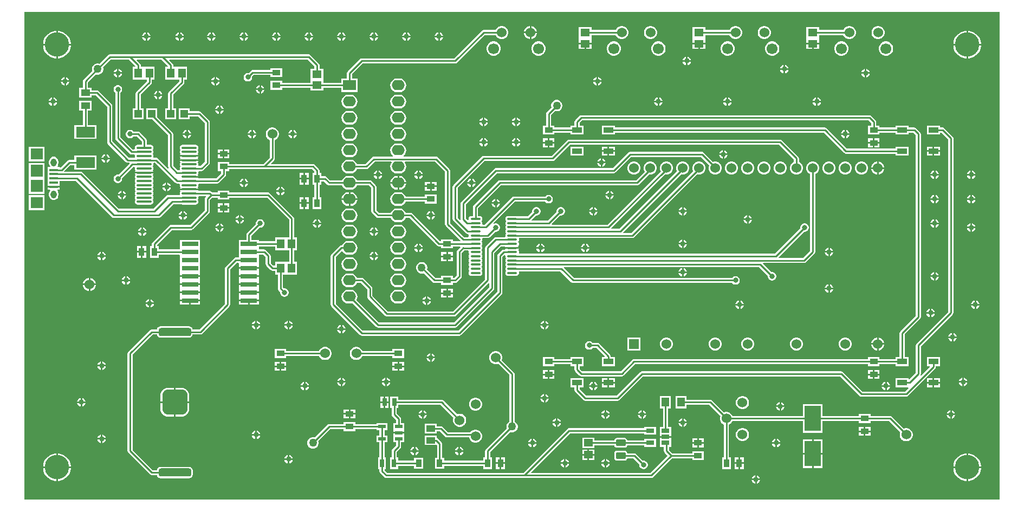
<source format=gbr>
%TF.GenerationSoftware,Altium Limited,CircuitMaker,2.0.2 (2.0.2.40)*%
G04 Layer_Physical_Order=1*
G04 Layer_Color=25308*
%FSLAX25Y25*%
%MOIN*%
%TF.SameCoordinates,264C472C-E0F2-4512-9315-FB6CEB45B93E*%
%TF.FilePolarity,Positive*%
%TF.FileFunction,Copper,L1,Top,Signal*%
%TF.Part,Single*%
G01*
G75*
%TA.AperFunction,SMDPad,CuDef*%
%ADD10C,0.06000*%
%ADD11R,0.04724X0.02165*%
%ADD12R,0.05118X0.03543*%
%ADD13R,0.09842X0.15748*%
%ADD14R,0.04724X0.05512*%
%ADD15R,0.03543X0.05118*%
%ADD16R,0.05512X0.04528*%
G04:AMPARAMS|DCode=17|XSize=59.05mil|YSize=39.37mil|CornerRadius=4.92mil|HoleSize=0mil|Usage=FLASHONLY|Rotation=0.000|XOffset=0mil|YOffset=0mil|HoleType=Round|Shape=RoundedRectangle|*
%AMROUNDEDRECTD17*
21,1,0.05905,0.02953,0,0,0.0*
21,1,0.04921,0.03937,0,0,0.0*
1,1,0.00984,0.02461,-0.01476*
1,1,0.00984,-0.02461,-0.01476*
1,1,0.00984,-0.02461,0.01476*
1,1,0.00984,0.02461,0.01476*
%
%ADD17ROUNDEDRECTD17*%
%ADD18R,0.05118X0.02756*%
%ADD19R,0.03000X0.05000*%
%ADD20R,0.03583X0.04803*%
%ADD21R,0.05315X0.03937*%
%ADD22R,0.02756X0.05118*%
%ADD23O,0.06299X0.01378*%
%ADD24R,0.05709X0.04528*%
%ADD25R,0.05905X0.03543*%
G04:AMPARAMS|DCode=26|XSize=50mil|YSize=200mil|CornerRadius=12.5mil|HoleSize=0mil|Usage=FLASHONLY|Rotation=270.000|XOffset=0mil|YOffset=0mil|HoleType=Round|Shape=RoundedRectangle|*
%AMROUNDEDRECTD26*
21,1,0.05000,0.17500,0,0,270.0*
21,1,0.02500,0.20000,0,0,270.0*
1,1,0.02500,-0.08750,-0.01250*
1,1,0.02500,-0.08750,0.01250*
1,1,0.02500,0.08750,0.01250*
1,1,0.02500,0.08750,-0.01250*
%
%ADD26ROUNDEDRECTD26*%
G04:AMPARAMS|DCode=27|XSize=156mil|YSize=156mil|CornerRadius=39mil|HoleSize=0mil|Usage=FLASHONLY|Rotation=90.000|XOffset=0mil|YOffset=0mil|HoleType=Round|Shape=RoundedRectangle|*
%AMROUNDEDRECTD27*
21,1,0.15600,0.07800,0,0,90.0*
21,1,0.07800,0.15600,0,0,90.0*
1,1,0.07800,0.03900,0.03900*
1,1,0.07800,0.03900,-0.03900*
1,1,0.07800,-0.03900,-0.03900*
1,1,0.07800,-0.03900,0.03900*
%
%ADD27ROUNDEDRECTD27*%
%ADD28R,0.04528X0.05709*%
%ADD29R,0.10236X0.02756*%
%ADD30R,0.04800X0.04800*%
%ADD31R,0.05512X0.03937*%
%ADD32R,0.11400X0.06600*%
%ADD33O,0.09449X0.01378*%
%TA.AperFunction,ConnectorPad*%
%ADD34R,0.07480X0.07087*%
%TA.AperFunction,SMDPad,CuDef*%
%ADD35R,0.07480X0.07480*%
%TA.AperFunction,ConnectorPad*%
%ADD36R,0.05315X0.01575*%
%TA.AperFunction,Conductor*%
%ADD37C,0.01000*%
%TA.AperFunction,ComponentPad*%
%ADD38C,0.06000*%
%ADD39R,0.06000X0.06000*%
%ADD40C,0.06693*%
%ADD41O,0.07874X0.06299*%
%ADD42R,0.07874X0.06299*%
G04:AMPARAMS|DCode=43|XSize=49.21mil|YSize=37.4mil|CornerRadius=18.7mil|HoleSize=0mil|Usage=FLASHONLY|Rotation=270.000|XOffset=0mil|YOffset=0mil|HoleType=Round|Shape=RoundedRectangle|*
%AMROUNDEDRECTD43*
21,1,0.04921,0.00000,0,0,270.0*
21,1,0.01181,0.03740,0,0,270.0*
1,1,0.03740,0.00000,-0.00591*
1,1,0.03740,0.00000,0.00591*
1,1,0.03740,0.00000,0.00591*
1,1,0.03740,0.00000,-0.00591*
%
%ADD43ROUNDEDRECTD43*%
G04:AMPARAMS|DCode=44|XSize=61.02mil|YSize=37.4mil|CornerRadius=18.7mil|HoleSize=0mil|Usage=FLASHONLY|Rotation=0.000|XOffset=0mil|YOffset=0mil|HoleType=Round|Shape=RoundedRectangle|*
%AMROUNDEDRECTD44*
21,1,0.06102,0.00000,0,0,0.0*
21,1,0.02362,0.03740,0,0,0.0*
1,1,0.03740,0.01181,0.00000*
1,1,0.03740,-0.01181,0.00000*
1,1,0.03740,-0.01181,0.00000*
1,1,0.03740,0.01181,0.00000*
%
%ADD44ROUNDEDRECTD44*%
%TA.AperFunction,ViaPad*%
%ADD45C,0.03200*%
%ADD46C,0.05000*%
%ADD47C,0.15000*%
G36*
X700000Y150000D02*
X100000D01*
Y450000D01*
X700000D01*
Y150000D01*
D02*
G37*
%LPC*%
G36*
X608027Y441500D02*
X606973D01*
X605956Y441227D01*
X605044Y440701D01*
X604299Y439956D01*
X603773Y439044D01*
X603769Y439029D01*
X588854D01*
Y440764D01*
X581146D01*
Y434374D01*
X581146Y434236D01*
Y433874D01*
X581146Y433736D01*
Y431110D01*
X588854D01*
Y433736D01*
X588854Y433874D01*
Y434236D01*
X588854Y434374D01*
Y435971D01*
X603769D01*
X603773Y435956D01*
X604299Y435044D01*
X605044Y434299D01*
X605956Y433773D01*
X606973Y433500D01*
X608027D01*
X609044Y433773D01*
X609956Y434299D01*
X610701Y435044D01*
X611227Y435956D01*
X611500Y436973D01*
Y438027D01*
X611227Y439044D01*
X610701Y439956D01*
X609956Y440701D01*
X609044Y441227D01*
X608027Y441500D01*
D02*
G37*
G36*
X538027D02*
X536973D01*
X535956Y441227D01*
X535044Y440701D01*
X534299Y439956D01*
X533773Y439044D01*
X533769Y439029D01*
X518854D01*
Y440764D01*
X511146D01*
Y434374D01*
X511146Y434236D01*
Y433874D01*
X511146Y433736D01*
Y431110D01*
X518854D01*
Y433736D01*
X518854Y433874D01*
Y434236D01*
X518854Y434374D01*
Y435971D01*
X533769D01*
X533773Y435956D01*
X534299Y435044D01*
X535044Y434299D01*
X535956Y433773D01*
X536973Y433500D01*
X538027D01*
X539044Y433773D01*
X539956Y434299D01*
X540701Y435044D01*
X541227Y435956D01*
X541500Y436973D01*
Y438027D01*
X541227Y439044D01*
X540701Y439956D01*
X539956Y440701D01*
X539044Y441227D01*
X538027Y441500D01*
D02*
G37*
G36*
X468027D02*
X466973D01*
X465956Y441227D01*
X465044Y440701D01*
X464299Y439956D01*
X463773Y439044D01*
X463769Y439029D01*
X448854D01*
Y440764D01*
X441146D01*
Y434374D01*
X441146Y434236D01*
Y433874D01*
X441146Y433736D01*
Y431110D01*
X448854D01*
Y433736D01*
X448854Y433874D01*
Y434236D01*
X448854Y434374D01*
Y435971D01*
X463769D01*
X463773Y435956D01*
X464299Y435044D01*
X465044Y434299D01*
X465956Y433773D01*
X466973Y433500D01*
X468027D01*
X469044Y433773D01*
X469956Y434299D01*
X470701Y435044D01*
X471227Y435956D01*
X471500Y436973D01*
Y438027D01*
X471227Y439044D01*
X470701Y439956D01*
X469956Y440701D01*
X469044Y441227D01*
X468027Y441500D01*
D02*
G37*
G36*
X411885Y441500D02*
X411858D01*
Y438000D01*
X415358D01*
Y438027D01*
X415086Y439044D01*
X414559Y439956D01*
X413814Y440701D01*
X412902Y441227D01*
X411885Y441500D01*
D02*
G37*
G36*
X410858D02*
X410832D01*
X409814Y441227D01*
X408902Y440701D01*
X408157Y439956D01*
X407631Y439044D01*
X407358Y438027D01*
Y438000D01*
X410858D01*
Y441500D01*
D02*
G37*
G36*
X355500Y437558D02*
Y435500D01*
X357558D01*
X357423Y436004D01*
X357081Y436596D01*
X356596Y437080D01*
X356004Y437423D01*
X355500Y437558D01*
D02*
G37*
G36*
X354500D02*
X353996Y437423D01*
X353404Y437080D01*
X352920Y436596D01*
X352577Y436004D01*
X352442Y435500D01*
X354500D01*
Y437558D01*
D02*
G37*
G36*
X335500D02*
Y435500D01*
X337558D01*
X337423Y436004D01*
X337081Y436596D01*
X336596Y437080D01*
X336004Y437423D01*
X335500Y437558D01*
D02*
G37*
G36*
X334500D02*
X333996Y437423D01*
X333404Y437080D01*
X332920Y436596D01*
X332577Y436004D01*
X332442Y435500D01*
X334500D01*
Y437558D01*
D02*
G37*
G36*
X315500D02*
Y435500D01*
X317558D01*
X317423Y436004D01*
X317080Y436596D01*
X316596Y437080D01*
X316004Y437423D01*
X315500Y437558D01*
D02*
G37*
G36*
X314500D02*
X313996Y437423D01*
X313404Y437080D01*
X312919Y436596D01*
X312577Y436004D01*
X312442Y435500D01*
X314500D01*
Y437558D01*
D02*
G37*
G36*
X295500D02*
Y435500D01*
X297558D01*
X297423Y436004D01*
X297080Y436596D01*
X296596Y437080D01*
X296004Y437423D01*
X295500Y437558D01*
D02*
G37*
G36*
X294500D02*
X293996Y437423D01*
X293404Y437080D01*
X292919Y436596D01*
X292577Y436004D01*
X292442Y435500D01*
X294500D01*
Y437558D01*
D02*
G37*
G36*
X275500D02*
Y435500D01*
X277558D01*
X277423Y436004D01*
X277080Y436596D01*
X276596Y437080D01*
X276004Y437423D01*
X275500Y437558D01*
D02*
G37*
G36*
X274500D02*
X273996Y437423D01*
X273404Y437080D01*
X272920Y436596D01*
X272577Y436004D01*
X272442Y435500D01*
X274500D01*
Y437558D01*
D02*
G37*
G36*
X255500D02*
Y435500D01*
X257558D01*
X257423Y436004D01*
X257081Y436596D01*
X256596Y437080D01*
X256004Y437423D01*
X255500Y437558D01*
D02*
G37*
G36*
X254500D02*
X253996Y437423D01*
X253404Y437080D01*
X252920Y436596D01*
X252577Y436004D01*
X252442Y435500D01*
X254500D01*
Y437558D01*
D02*
G37*
G36*
X235500D02*
Y435500D01*
X237558D01*
X237423Y436004D01*
X237081Y436596D01*
X236596Y437080D01*
X236004Y437423D01*
X235500Y437558D01*
D02*
G37*
G36*
X234500D02*
X233996Y437423D01*
X233404Y437080D01*
X232920Y436596D01*
X232577Y436004D01*
X232442Y435500D01*
X234500D01*
Y437558D01*
D02*
G37*
G36*
X215500D02*
Y435500D01*
X217558D01*
X217423Y436004D01*
X217080Y436596D01*
X216596Y437080D01*
X216004Y437423D01*
X215500Y437558D01*
D02*
G37*
G36*
X214500D02*
X213996Y437423D01*
X213404Y437080D01*
X212919Y436596D01*
X212577Y436004D01*
X212442Y435500D01*
X214500D01*
Y437558D01*
D02*
G37*
G36*
X196058D02*
Y435500D01*
X198116D01*
X197981Y436004D01*
X197638Y436596D01*
X197154Y437080D01*
X196561Y437423D01*
X196058Y437558D01*
D02*
G37*
G36*
X195058D02*
X194554Y437423D01*
X193961Y437080D01*
X193477Y436596D01*
X193135Y436004D01*
X193000Y435500D01*
X195058D01*
Y437558D01*
D02*
G37*
G36*
X175500D02*
Y435500D01*
X177558D01*
X177423Y436004D01*
X177081Y436596D01*
X176596Y437080D01*
X176004Y437423D01*
X175500Y437558D01*
D02*
G37*
G36*
X174500D02*
X173996Y437423D01*
X173404Y437080D01*
X172919Y436596D01*
X172577Y436004D01*
X172442Y435500D01*
X174500D01*
Y437558D01*
D02*
G37*
G36*
X415358Y437000D02*
X411858D01*
Y433500D01*
X411885D01*
X412902Y433773D01*
X413814Y434299D01*
X414559Y435044D01*
X415086Y435956D01*
X415358Y436973D01*
Y437000D01*
D02*
G37*
G36*
X410858D02*
X407358D01*
Y436973D01*
X407631Y435956D01*
X408157Y435044D01*
X408902Y434299D01*
X409814Y433773D01*
X410832Y433500D01*
X410858D01*
Y437000D01*
D02*
G37*
G36*
X394168Y441500D02*
X393115D01*
X392098Y441227D01*
X391186Y440701D01*
X390441Y439956D01*
X389914Y439044D01*
X389910Y439030D01*
X382500D01*
X381915Y438913D01*
X381419Y438582D01*
X364367Y421529D01*
X307500D01*
X306915Y421413D01*
X306419Y421081D01*
X298919Y413581D01*
X298587Y413085D01*
X298471Y412500D01*
Y409150D01*
X295063D01*
Y406529D01*
X283854D01*
Y408126D01*
X283854Y408264D01*
Y408626D01*
X283854Y408764D01*
Y415154D01*
X281529D01*
Y417500D01*
X281413Y418085D01*
X281081Y418581D01*
X276081Y423581D01*
X275585Y423913D01*
X275000Y424029D01*
X152500D01*
X151915Y423913D01*
X151419Y423581D01*
X146152Y418315D01*
X145461Y418500D01*
X144539D01*
X143649Y418261D01*
X142851Y417801D01*
X142199Y417149D01*
X141738Y416351D01*
X141500Y415461D01*
Y414539D01*
X141685Y413848D01*
X136419Y408581D01*
X136087Y408085D01*
X135971Y407500D01*
Y403342D01*
X133744D01*
Y397406D01*
X141256D01*
Y398845D01*
X143992D01*
X150971Y391866D01*
Y370000D01*
X151087Y369415D01*
X151419Y368919D01*
X162462Y357875D01*
X162958Y357544D01*
X163543Y357427D01*
X164611D01*
X164802Y356965D01*
X157917Y350080D01*
X157842Y350100D01*
X157158D01*
X156496Y349923D01*
X155904Y349581D01*
X155420Y349096D01*
X155077Y348504D01*
X154900Y347842D01*
Y347158D01*
X155077Y346496D01*
X155420Y345904D01*
X155904Y345420D01*
X156496Y345077D01*
X157158Y344900D01*
X157842D01*
X158504Y345077D01*
X159096Y345420D01*
X159581Y345904D01*
X159923Y346496D01*
X160100Y347158D01*
Y347842D01*
X160080Y347917D01*
X167031Y354868D01*
X167786D01*
X168068Y354368D01*
X167963Y353839D01*
X168094Y353180D01*
X168467Y352621D01*
Y352497D01*
X168094Y351939D01*
X168062Y351780D01*
X173720D01*
X179378D01*
X179347Y351939D01*
X178973Y352497D01*
Y352621D01*
X179347Y353180D01*
X179478Y353839D01*
X179347Y354498D01*
X178973Y355056D01*
Y355180D01*
X179347Y355739D01*
X179478Y356398D01*
X179373Y356927D01*
X179655Y357427D01*
X180410D01*
X192757Y345080D01*
X193253Y344748D01*
X193839Y344632D01*
X195345D01*
X195627Y344132D01*
X195522Y343602D01*
X195653Y342943D01*
X196027Y342385D01*
Y342261D01*
X195653Y341702D01*
X195622Y341543D01*
X201280D01*
X206938D01*
X206906Y341702D01*
X206533Y342261D01*
Y342385D01*
X206906Y342943D01*
X207037Y343602D01*
X206932Y344132D01*
X207214Y344632D01*
X218661D01*
X219247Y344748D01*
X219743Y345080D01*
X223581Y348919D01*
X223913Y349415D01*
X224029Y350000D01*
Y352228D01*
X226059D01*
Y353471D01*
X276867D01*
X278471Y351867D01*
Y351059D01*
X277228D01*
Y343941D01*
X278471D01*
Y336059D01*
X277228D01*
Y328941D01*
X282772D01*
Y336059D01*
X281529D01*
Y343941D01*
X282772D01*
Y345971D01*
X284366D01*
X286419Y343919D01*
X286915Y343587D01*
X287500Y343471D01*
X295355D01*
X295588Y342907D01*
X296253Y342040D01*
X297120Y341375D01*
X298129Y340957D01*
X299213Y340815D01*
X300787D01*
X301871Y340957D01*
X302880Y341375D01*
X303747Y342040D01*
X304412Y342907D01*
X304645Y343471D01*
X311866D01*
X313471Y341866D01*
Y327500D01*
X313587Y326915D01*
X313919Y326419D01*
X316419Y323919D01*
X316915Y323587D01*
X317500Y323471D01*
X325355D01*
X325588Y322907D01*
X326253Y322041D01*
X327120Y321375D01*
X328129Y320957D01*
X329213Y320815D01*
X330787D01*
X331871Y320957D01*
X332880Y321375D01*
X333747Y322041D01*
X334412Y322907D01*
X334645Y323471D01*
X336866D01*
X353919Y306419D01*
X354415Y306087D01*
X355000Y305971D01*
X356441D01*
Y304728D01*
X363559D01*
Y305971D01*
X368154D01*
X368346Y305509D01*
X366419Y303581D01*
X366087Y303085D01*
X365971Y302500D01*
Y288134D01*
X364367Y286529D01*
X363559D01*
Y287772D01*
X356441D01*
Y286529D01*
X352954D01*
X347809Y291674D01*
X347994Y292365D01*
Y293287D01*
X347756Y294177D01*
X347295Y294975D01*
X346643Y295627D01*
X345845Y296088D01*
X344955Y296326D01*
X344033D01*
X343143Y296088D01*
X342345Y295627D01*
X341693Y294975D01*
X341233Y294177D01*
X340994Y293287D01*
Y292365D01*
X341233Y291475D01*
X341693Y290677D01*
X342345Y290025D01*
X343143Y289564D01*
X344033Y289326D01*
X344955D01*
X345646Y289511D01*
X351239Y283919D01*
X351735Y283587D01*
X352320Y283471D01*
X356441D01*
Y282228D01*
X363559D01*
Y283471D01*
X365000D01*
X365585Y283587D01*
X366081Y283919D01*
X368581Y286419D01*
X368913Y286915D01*
X369029Y287500D01*
Y301867D01*
X370574Y303412D01*
X373141D01*
X373423Y302912D01*
X373317Y302382D01*
X373448Y301723D01*
X373822Y301164D01*
Y301041D01*
X373448Y300482D01*
X373317Y299823D01*
X373448Y299164D01*
X373822Y298605D01*
Y298481D01*
X373448Y297923D01*
X373317Y297264D01*
X373448Y296605D01*
X373822Y296046D01*
Y295922D01*
X373448Y295364D01*
X373317Y294705D01*
X373448Y294046D01*
X373601Y293817D01*
X373792Y293425D01*
X373601Y293033D01*
X373448Y292805D01*
X373317Y292146D01*
X373448Y291487D01*
X373822Y290928D01*
Y290804D01*
X373448Y290246D01*
X373317Y289587D01*
X373448Y288928D01*
X373822Y288369D01*
X374380Y287996D01*
X375039Y287864D01*
X379961D01*
X380620Y287996D01*
X381178Y288369D01*
X381552Y288928D01*
X381683Y289587D01*
X381552Y290246D01*
X381178Y290804D01*
Y290928D01*
X381552Y291487D01*
X381683Y292146D01*
X381552Y292805D01*
X381399Y293033D01*
X381208Y293425D01*
X381399Y293817D01*
X381552Y294046D01*
X381683Y294705D01*
X381552Y295364D01*
X381178Y295922D01*
Y296046D01*
X381552Y296605D01*
X381683Y297264D01*
X381552Y297923D01*
X381178Y298481D01*
Y298605D01*
X381552Y299164D01*
X381683Y299823D01*
X381552Y300482D01*
X381178Y301041D01*
Y301164D01*
X381552Y301723D01*
X381683Y302382D01*
X381552Y303041D01*
X381399Y303269D01*
X381208Y303661D01*
X381399Y304053D01*
X381552Y304282D01*
X381683Y304941D01*
X381552Y305600D01*
X381178Y306159D01*
Y306282D01*
X381552Y306841D01*
X381683Y307500D01*
X381552Y308159D01*
X381178Y308718D01*
Y308841D01*
X381552Y309400D01*
X381683Y310059D01*
X381577Y310589D01*
X381859Y311089D01*
X385118D01*
X385703Y311205D01*
X386200Y311537D01*
X389583Y314920D01*
X389658Y314900D01*
X390342D01*
X391004Y315077D01*
X391596Y315420D01*
X392080Y315904D01*
X392423Y316496D01*
X392600Y317158D01*
Y317842D01*
X392423Y318504D01*
X392080Y319096D01*
X391596Y319581D01*
X391004Y319923D01*
X390342Y320100D01*
X389658D01*
X388996Y319923D01*
X388933Y319886D01*
X388626Y320286D01*
X401810Y333471D01*
X420381D01*
X420420Y333404D01*
X420904Y332920D01*
X421496Y332577D01*
X422158Y332400D01*
X422842D01*
X423504Y332577D01*
X424096Y332920D01*
X424580Y333404D01*
X424923Y333996D01*
X425100Y334658D01*
Y335342D01*
X424923Y336004D01*
X424580Y336596D01*
X424096Y337081D01*
X423504Y337423D01*
X422842Y337600D01*
X422158D01*
X421496Y337423D01*
X420904Y337081D01*
X420420Y336596D01*
X420381Y336529D01*
X401177D01*
X400592Y336413D01*
X400096Y336081D01*
X383280Y319266D01*
X381859D01*
X381577Y319766D01*
X381683Y320295D01*
X381552Y320954D01*
X381399Y321183D01*
X381208Y321575D01*
X381399Y321967D01*
X381552Y322195D01*
X381683Y322854D01*
X381552Y323513D01*
X381178Y324072D01*
X380620Y324445D01*
X379961Y324576D01*
X379029D01*
Y329366D01*
X393133Y343471D01*
X476890D01*
X477475Y343587D01*
X477971Y343919D01*
X484247Y350195D01*
X484473Y350134D01*
X485527D01*
X486544Y350406D01*
X487456Y350933D01*
X488201Y351678D01*
X488727Y352590D01*
X489000Y353607D01*
Y354661D01*
X488727Y355678D01*
X488201Y356590D01*
X487456Y357335D01*
X486544Y357861D01*
X485527Y358134D01*
X484473D01*
X483456Y357861D01*
X482544Y357335D01*
X481799Y356590D01*
X481273Y355678D01*
X481000Y354661D01*
Y353607D01*
X481273Y352590D01*
X481655Y351928D01*
X476256Y346529D01*
X392500D01*
X391915Y346413D01*
X391419Y346081D01*
X376419Y331081D01*
X376087Y330585D01*
X375971Y330000D01*
Y324576D01*
X375039D01*
X374380Y324445D01*
X373822Y324072D01*
X373448Y323513D01*
X373317Y322854D01*
X373394Y322467D01*
X373078Y322009D01*
X372693Y321970D01*
X371529Y323133D01*
Y331867D01*
X390634Y350971D01*
X462500D01*
X463085Y351087D01*
X463581Y351419D01*
X473134Y360971D01*
X516394D01*
X521424Y355941D01*
X521273Y355678D01*
X521000Y354661D01*
Y353607D01*
X521273Y352590D01*
X521799Y351678D01*
X522544Y350933D01*
X523456Y350406D01*
X524473Y350134D01*
X525527D01*
X526544Y350406D01*
X527456Y350933D01*
X528201Y351678D01*
X528727Y352590D01*
X529000Y353607D01*
Y354661D01*
X528727Y355678D01*
X528201Y356590D01*
X527456Y357335D01*
X526544Y357861D01*
X525527Y358134D01*
X524473D01*
X523750Y357940D01*
X518109Y363581D01*
X517613Y363913D01*
X517028Y364029D01*
X472500D01*
X471915Y363913D01*
X471419Y363581D01*
X461867Y354029D01*
X390000D01*
X389415Y353913D01*
X388919Y353581D01*
X368919Y333581D01*
X368587Y333085D01*
X368471Y332500D01*
Y322500D01*
X368532Y322193D01*
X368071Y321946D01*
X366529Y323488D01*
Y341866D01*
X383134Y358471D01*
X425000D01*
X425585Y358587D01*
X426081Y358919D01*
X435634Y368471D01*
X564366D01*
X573471Y359366D01*
Y357865D01*
X573456Y357861D01*
X572544Y357335D01*
X571799Y356590D01*
X571273Y355678D01*
X571000Y354661D01*
Y353607D01*
X571273Y352590D01*
X571799Y351678D01*
X572544Y350933D01*
X573456Y350406D01*
X574473Y350134D01*
X575527D01*
X576544Y350406D01*
X577456Y350933D01*
X578201Y351678D01*
X578727Y352590D01*
X579000Y353607D01*
Y354661D01*
X578727Y355678D01*
X578201Y356590D01*
X577456Y357335D01*
X576544Y357861D01*
X576529Y357865D01*
Y360000D01*
X576413Y360585D01*
X576082Y361081D01*
X566081Y371081D01*
X565585Y371413D01*
X565000Y371529D01*
X435000D01*
X434415Y371413D01*
X433919Y371081D01*
X424367Y361529D01*
X382500D01*
X381915Y361413D01*
X381419Y361081D01*
X363919Y343581D01*
X363587Y343085D01*
X363471Y342500D01*
Y322854D01*
X363587Y322269D01*
X363919Y321773D01*
X371596Y314096D01*
X372092Y313764D01*
X372677Y313648D01*
X373141D01*
X373423Y313148D01*
X373317Y312618D01*
X373423Y312088D01*
X373141Y311588D01*
X370574D01*
X361880Y320283D01*
Y352500D01*
X361763Y353085D01*
X361432Y353581D01*
X354282Y360731D01*
X353786Y361063D01*
X353201Y361179D01*
X333446D01*
X333276Y361679D01*
X333747Y362040D01*
X334412Y362907D01*
X334830Y363917D01*
X334973Y365000D01*
X334830Y366083D01*
X334412Y367093D01*
X333747Y367959D01*
X332880Y368625D01*
X331871Y369043D01*
X330787Y369185D01*
X329213D01*
X328129Y369043D01*
X327120Y368625D01*
X326253Y367959D01*
X325588Y367093D01*
X325170Y366083D01*
X325027Y365000D01*
X325170Y363917D01*
X325588Y362907D01*
X326253Y362040D01*
X326724Y361679D01*
X326554Y361179D01*
X315000D01*
X314415Y361063D01*
X313919Y360731D01*
X309717Y356529D01*
X304645D01*
X304412Y357093D01*
X303747Y357960D01*
X302880Y358625D01*
X301871Y359043D01*
X300787Y359185D01*
X299213D01*
X298129Y359043D01*
X297120Y358625D01*
X296253Y357960D01*
X295588Y357093D01*
X295170Y356083D01*
X295027Y355000D01*
X295170Y353917D01*
X295588Y352907D01*
X296253Y352041D01*
X297120Y351375D01*
X298129Y350957D01*
X299213Y350815D01*
X300787D01*
X301871Y350957D01*
X302880Y351375D01*
X303747Y352041D01*
X304412Y352907D01*
X304645Y353471D01*
X310350D01*
X310936Y353587D01*
X311432Y353919D01*
X315634Y358120D01*
X325746D01*
X325993Y357620D01*
X325588Y357093D01*
X325170Y356083D01*
X325027Y355000D01*
X325170Y353917D01*
X325588Y352907D01*
X326253Y352041D01*
X327120Y351375D01*
X328129Y350957D01*
X329213Y350815D01*
X330787D01*
X331871Y350957D01*
X332880Y351375D01*
X333747Y352041D01*
X334412Y352907D01*
X334830Y353917D01*
X334973Y355000D01*
X334830Y356083D01*
X334412Y357093D01*
X334007Y357620D01*
X334254Y358120D01*
X352567D01*
X358821Y351867D01*
Y319650D01*
X358937Y319064D01*
X359269Y318568D01*
X368346Y309491D01*
X368154Y309029D01*
X363559D01*
Y310272D01*
X356441D01*
Y309029D01*
X355633D01*
X338581Y326081D01*
X338085Y326413D01*
X337500Y326529D01*
X334645D01*
X334412Y327093D01*
X333747Y327959D01*
X332880Y328625D01*
X331871Y329043D01*
X330787Y329185D01*
X329213D01*
X328129Y329043D01*
X327120Y328625D01*
X326253Y327959D01*
X325588Y327093D01*
X325355Y326529D01*
X318133D01*
X316529Y328134D01*
Y342500D01*
X316413Y343085D01*
X316081Y343581D01*
X313581Y346081D01*
X313085Y346413D01*
X312500Y346529D01*
X304645D01*
X304412Y347093D01*
X303747Y347959D01*
X302880Y348625D01*
X301871Y349043D01*
X300787Y349185D01*
X299213D01*
X298129Y349043D01*
X297120Y348625D01*
X296253Y347959D01*
X295588Y347093D01*
X295355Y346529D01*
X288134D01*
X286081Y348581D01*
X285585Y348913D01*
X285000Y349029D01*
X282772D01*
Y351059D01*
X281529D01*
Y352500D01*
X281413Y353085D01*
X281081Y353581D01*
X278581Y356081D01*
X278085Y356413D01*
X277500Y356529D01*
X251846D01*
X251654Y356991D01*
X253581Y358919D01*
X253913Y359415D01*
X254029Y360000D01*
Y371269D01*
X254044Y371273D01*
X254956Y371799D01*
X255701Y372544D01*
X256227Y373456D01*
X256500Y374473D01*
Y375527D01*
X256227Y376544D01*
X255701Y377456D01*
X254956Y378201D01*
X254044Y378727D01*
X253027Y379000D01*
X251973D01*
X250956Y378727D01*
X250044Y378201D01*
X249299Y377456D01*
X248773Y376544D01*
X248500Y375527D01*
Y374473D01*
X248773Y373456D01*
X249299Y372544D01*
X250044Y371799D01*
X250956Y371273D01*
X250971Y371269D01*
Y360633D01*
X246866Y356529D01*
X226059D01*
Y357772D01*
X218941D01*
Y352228D01*
X220971D01*
Y350634D01*
X218028Y347691D01*
X207214D01*
X206932Y348191D01*
X206938Y348220D01*
X201280D01*
Y349220D01*
X206938D01*
X206906Y349379D01*
X206533Y349938D01*
Y350062D01*
X206906Y350621D01*
X207037Y351280D01*
X206932Y351809D01*
X207214Y352309D01*
X209071D01*
X209657Y352426D01*
X210153Y352757D01*
X213581Y356186D01*
X213913Y356682D01*
X214029Y357267D01*
Y382500D01*
X213913Y383085D01*
X213581Y383581D01*
X208581Y388581D01*
X208085Y388913D01*
X207500Y389029D01*
X201734D01*
Y390900D01*
X194934D01*
Y384100D01*
X201734D01*
Y385971D01*
X206867D01*
X210971Y381867D01*
Y357901D01*
X208438Y355368D01*
X207214D01*
X206932Y355868D01*
X207037Y356398D01*
X206906Y357057D01*
X206533Y357615D01*
Y357739D01*
X206906Y358298D01*
X206938Y358457D01*
X201280D01*
X195622D01*
X195653Y358298D01*
X196027Y357739D01*
Y357615D01*
X195653Y357057D01*
X195522Y356398D01*
X195653Y355739D01*
X196027Y355180D01*
Y355056D01*
X195653Y354498D01*
X195522Y353839D01*
X195627Y353309D01*
X195345Y352809D01*
X194354D01*
X191529Y355633D01*
Y375000D01*
X191413Y375585D01*
X191081Y376081D01*
X181734Y385429D01*
Y390900D01*
X174934D01*
Y384100D01*
X178737D01*
X188471Y374366D01*
Y355000D01*
X188587Y354415D01*
X188852Y354018D01*
X188464Y353699D01*
X182125Y360038D01*
X181629Y360370D01*
X181043Y360486D01*
X179655D01*
X179373Y360986D01*
X179478Y361516D01*
X179347Y362175D01*
X178973Y362734D01*
Y362857D01*
X179347Y363416D01*
X179478Y364075D01*
X179347Y364734D01*
X178973Y365293D01*
Y365416D01*
X179347Y365975D01*
X179478Y366634D01*
X179347Y367293D01*
X178973Y367851D01*
X178415Y368225D01*
X177756Y368356D01*
X175250D01*
Y371280D01*
X175133Y371865D01*
X174802Y372361D01*
X171081Y376081D01*
X170585Y376413D01*
X170000Y376529D01*
X167119D01*
X167080Y376596D01*
X166596Y377080D01*
X166004Y377423D01*
X165342Y377600D01*
X164658D01*
X163996Y377423D01*
X163404Y377080D01*
X162919Y376596D01*
X162577Y376004D01*
X162400Y375342D01*
Y374658D01*
X162577Y373996D01*
X162919Y373404D01*
X163404Y372920D01*
X163996Y372577D01*
X164658Y372400D01*
X165342D01*
X166004Y372577D01*
X166596Y372920D01*
X167080Y373404D01*
X167119Y373471D01*
X169367D01*
X172191Y370646D01*
Y368356D01*
X169685D01*
X169026Y368225D01*
X168467Y367851D01*
X168094Y367293D01*
X167963Y366634D01*
X168068Y366104D01*
X167786Y365604D01*
X166559D01*
X159029Y373133D01*
Y400381D01*
X159096Y400420D01*
X159581Y400904D01*
X159923Y401496D01*
X160100Y402158D01*
Y402842D01*
X159923Y403504D01*
X159581Y404096D01*
X159096Y404580D01*
X158504Y404923D01*
X157842Y405100D01*
X157158D01*
X156496Y404923D01*
X155904Y404580D01*
X155420Y404096D01*
X155077Y403504D01*
X154900Y402842D01*
Y402158D01*
X155077Y401496D01*
X155420Y400904D01*
X155904Y400420D01*
X155971Y400381D01*
Y372500D01*
X156087Y371915D01*
X156419Y371419D01*
X164844Y362993D01*
X165340Y362662D01*
X165925Y362545D01*
X167786D01*
X168068Y362045D01*
X167963Y361516D01*
X168068Y360986D01*
X167786Y360486D01*
X164177D01*
X154029Y370634D01*
Y392500D01*
X153913Y393085D01*
X153581Y393581D01*
X145707Y401455D01*
X145211Y401787D01*
X144626Y401903D01*
X141256D01*
Y403342D01*
X139029D01*
Y406867D01*
X143848Y411685D01*
X144539Y411500D01*
X145461D01*
X146351Y411738D01*
X147149Y412199D01*
X147801Y412851D01*
X148261Y413649D01*
X148500Y414539D01*
Y415461D01*
X148315Y416152D01*
X153133Y420971D01*
X164366D01*
X168471Y416866D01*
Y416354D01*
X166736D01*
Y408646D01*
X173126D01*
X173264Y408646D01*
X173626D01*
X173764Y408646D01*
X175360D01*
Y407523D01*
X168919Y401081D01*
X168587Y400585D01*
X168471Y400000D01*
Y390900D01*
X166600D01*
Y384100D01*
X173400D01*
Y390900D01*
X171529D01*
Y399366D01*
X177971Y405808D01*
X178303Y406305D01*
X178419Y406890D01*
Y408646D01*
X180154D01*
Y416354D01*
X173764D01*
X173626Y416354D01*
X173264D01*
X173126Y416354D01*
X171529D01*
Y417500D01*
X171413Y418085D01*
X171081Y418581D01*
X169154Y420509D01*
X169346Y420971D01*
X184367D01*
X188471Y416866D01*
Y416354D01*
X186736D01*
Y408646D01*
X193126D01*
X193264Y408646D01*
X193626D01*
X193764Y408646D01*
X195360D01*
Y407523D01*
X188919Y401081D01*
X188587Y400585D01*
X188471Y400000D01*
Y390900D01*
X186600D01*
Y384100D01*
X193400D01*
Y390900D01*
X191529D01*
Y399366D01*
X197971Y405808D01*
X198303Y406305D01*
X198419Y406890D01*
Y408646D01*
X200154D01*
Y416354D01*
X193764D01*
X193626Y416354D01*
X193264D01*
X193126Y416354D01*
X191529D01*
Y417500D01*
X191413Y418085D01*
X191081Y418581D01*
X189154Y420509D01*
X189346Y420971D01*
X274366D01*
X278471Y416866D01*
Y415154D01*
X276146D01*
Y408764D01*
X276146Y408626D01*
Y408264D01*
X276146Y408126D01*
Y406529D01*
X258559D01*
Y407772D01*
X251441D01*
Y402228D01*
X258559D01*
Y403471D01*
X276146D01*
Y401736D01*
X283854D01*
Y403471D01*
X295063D01*
Y400850D01*
X304937D01*
Y409150D01*
X301529D01*
Y411867D01*
X308134Y418471D01*
X365000D01*
X365585Y418587D01*
X366081Y418919D01*
X383134Y435971D01*
X389910D01*
X389914Y435956D01*
X390441Y435044D01*
X391186Y434299D01*
X392098Y433773D01*
X393115Y433500D01*
X394168D01*
X395186Y433773D01*
X396098Y434299D01*
X396843Y435044D01*
X397369Y435956D01*
X397642Y436973D01*
Y438027D01*
X397369Y439044D01*
X396843Y439956D01*
X396098Y440701D01*
X395186Y441227D01*
X394168Y441500D01*
D02*
G37*
G36*
X625743Y441500D02*
X624690D01*
X623673Y441227D01*
X622760Y440701D01*
X622016Y439956D01*
X621489Y439044D01*
X621217Y438027D01*
Y436973D01*
X621489Y435956D01*
X622016Y435044D01*
X622760Y434299D01*
X623673Y433773D01*
X624690Y433500D01*
X625743D01*
X626760Y433773D01*
X627673Y434299D01*
X628417Y435044D01*
X628944Y435956D01*
X629217Y436973D01*
Y438027D01*
X628944Y439044D01*
X628417Y439956D01*
X627673Y440701D01*
X626760Y441227D01*
X625743Y441500D01*
D02*
G37*
G36*
X555743D02*
X554690D01*
X553673Y441227D01*
X552761Y440701D01*
X552016Y439956D01*
X551489Y439044D01*
X551217Y438027D01*
Y436973D01*
X551489Y435956D01*
X552016Y435044D01*
X552761Y434299D01*
X553673Y433773D01*
X554690Y433500D01*
X555743D01*
X556761Y433773D01*
X557673Y434299D01*
X558417Y435044D01*
X558944Y435956D01*
X559217Y436973D01*
Y438027D01*
X558944Y439044D01*
X558417Y439956D01*
X557673Y440701D01*
X556761Y441227D01*
X555743Y441500D01*
D02*
G37*
G36*
X485743D02*
X484690D01*
X483673Y441227D01*
X482760Y440701D01*
X482016Y439956D01*
X481489Y439044D01*
X481217Y438027D01*
Y436973D01*
X481489Y435956D01*
X482016Y435044D01*
X482760Y434299D01*
X483673Y433773D01*
X484690Y433500D01*
X485743D01*
X486761Y433773D01*
X487673Y434299D01*
X488417Y435044D01*
X488944Y435956D01*
X489217Y436973D01*
Y438027D01*
X488944Y439044D01*
X488417Y439956D01*
X487673Y440701D01*
X486761Y441227D01*
X485743Y441500D01*
D02*
G37*
G36*
X357558Y434500D02*
X355500D01*
Y432442D01*
X356004Y432577D01*
X356596Y432920D01*
X357081Y433404D01*
X357423Y433996D01*
X357558Y434500D01*
D02*
G37*
G36*
X354500D02*
X352442D01*
X352577Y433996D01*
X352920Y433404D01*
X353404Y432920D01*
X353996Y432577D01*
X354500Y432442D01*
Y434500D01*
D02*
G37*
G36*
X337558D02*
X335500D01*
Y432442D01*
X336004Y432577D01*
X336596Y432920D01*
X337081Y433404D01*
X337423Y433996D01*
X337558Y434500D01*
D02*
G37*
G36*
X334500D02*
X332442D01*
X332577Y433996D01*
X332920Y433404D01*
X333404Y432920D01*
X333996Y432577D01*
X334500Y432442D01*
Y434500D01*
D02*
G37*
G36*
X317558D02*
X315500D01*
Y432442D01*
X316004Y432577D01*
X316596Y432920D01*
X317080Y433404D01*
X317423Y433996D01*
X317558Y434500D01*
D02*
G37*
G36*
X314500D02*
X312442D01*
X312577Y433996D01*
X312919Y433404D01*
X313404Y432920D01*
X313996Y432577D01*
X314500Y432442D01*
Y434500D01*
D02*
G37*
G36*
X297558D02*
X295500D01*
Y432442D01*
X296004Y432577D01*
X296596Y432920D01*
X297080Y433404D01*
X297423Y433996D01*
X297558Y434500D01*
D02*
G37*
G36*
X294500D02*
X292442D01*
X292577Y433996D01*
X292919Y433404D01*
X293404Y432920D01*
X293996Y432577D01*
X294500Y432442D01*
Y434500D01*
D02*
G37*
G36*
X277558D02*
X275500D01*
Y432442D01*
X276004Y432577D01*
X276596Y432920D01*
X277080Y433404D01*
X277423Y433996D01*
X277558Y434500D01*
D02*
G37*
G36*
X274500D02*
X272442D01*
X272577Y433996D01*
X272920Y433404D01*
X273404Y432920D01*
X273996Y432577D01*
X274500Y432442D01*
Y434500D01*
D02*
G37*
G36*
X257558D02*
X255500D01*
Y432442D01*
X256004Y432577D01*
X256596Y432920D01*
X257081Y433404D01*
X257423Y433996D01*
X257558Y434500D01*
D02*
G37*
G36*
X254500D02*
X252442D01*
X252577Y433996D01*
X252920Y433404D01*
X253404Y432920D01*
X253996Y432577D01*
X254500Y432442D01*
Y434500D01*
D02*
G37*
G36*
X237558D02*
X235500D01*
Y432442D01*
X236004Y432577D01*
X236596Y432920D01*
X237081Y433404D01*
X237423Y433996D01*
X237558Y434500D01*
D02*
G37*
G36*
X234500D02*
X232442D01*
X232577Y433996D01*
X232920Y433404D01*
X233404Y432920D01*
X233996Y432577D01*
X234500Y432442D01*
Y434500D01*
D02*
G37*
G36*
X217558D02*
X215500D01*
Y432442D01*
X216004Y432577D01*
X216596Y432920D01*
X217080Y433404D01*
X217423Y433996D01*
X217558Y434500D01*
D02*
G37*
G36*
X214500D02*
X212442D01*
X212577Y433996D01*
X212919Y433404D01*
X213404Y432920D01*
X213996Y432577D01*
X214500Y432442D01*
Y434500D01*
D02*
G37*
G36*
X198116D02*
X196058D01*
Y432442D01*
X196561Y432577D01*
X197154Y432920D01*
X197638Y433404D01*
X197981Y433996D01*
X198116Y434500D01*
D02*
G37*
G36*
X195058D02*
X193000D01*
X193135Y433996D01*
X193477Y433404D01*
X193961Y432920D01*
X194554Y432577D01*
X195058Y432442D01*
Y434500D01*
D02*
G37*
G36*
X177558D02*
X175500D01*
Y432442D01*
X176004Y432577D01*
X176596Y432920D01*
X177081Y433404D01*
X177423Y433996D01*
X177558Y434500D01*
D02*
G37*
G36*
X174500D02*
X172442D01*
X172577Y433996D01*
X172919Y433404D01*
X173404Y432920D01*
X173996Y432577D01*
X174500Y432442D01*
Y434500D01*
D02*
G37*
G36*
X680837Y438500D02*
X680500D01*
Y430500D01*
X688500D01*
Y430837D01*
X688173Y432479D01*
X687533Y434026D01*
X686602Y435418D01*
X685418Y436602D01*
X684026Y437533D01*
X682479Y438173D01*
X680837Y438500D01*
D02*
G37*
G36*
X679500D02*
X679163D01*
X677521Y438173D01*
X675974Y437533D01*
X674582Y436602D01*
X673398Y435418D01*
X672467Y434026D01*
X671827Y432479D01*
X671500Y430837D01*
Y430500D01*
X679500D01*
Y438500D01*
D02*
G37*
G36*
X120837D02*
X120500D01*
Y430500D01*
X128500D01*
Y430837D01*
X128173Y432479D01*
X127533Y434026D01*
X126602Y435418D01*
X125418Y436602D01*
X124026Y437533D01*
X122479Y438173D01*
X120837Y438500D01*
D02*
G37*
G36*
X119500D02*
X119163D01*
X117521Y438173D01*
X115974Y437533D01*
X114582Y436602D01*
X113398Y435418D01*
X112467Y434026D01*
X111827Y432479D01*
X111500Y430837D01*
Y430500D01*
X119500D01*
Y438500D01*
D02*
G37*
G36*
X588854Y430110D02*
X585500D01*
Y427346D01*
X588854D01*
Y430110D01*
D02*
G37*
G36*
X584500D02*
X581146D01*
Y427346D01*
X584500D01*
Y430110D01*
D02*
G37*
G36*
X518854D02*
X515500D01*
Y427346D01*
X518854D01*
Y430110D01*
D02*
G37*
G36*
X514500D02*
X511146D01*
Y427346D01*
X514500D01*
Y430110D01*
D02*
G37*
G36*
X448854D02*
X445500D01*
Y427346D01*
X448854D01*
Y430110D01*
D02*
G37*
G36*
X444500D02*
X441146D01*
Y427346D01*
X444500D01*
Y430110D01*
D02*
G37*
G36*
X416852Y432004D02*
X415707D01*
X414602Y431708D01*
X413611Y431136D01*
X412802Y430326D01*
X412229Y429335D01*
X411933Y428230D01*
Y427085D01*
X412229Y425980D01*
X412802Y424989D01*
X413611Y424179D01*
X414602Y423607D01*
X415707Y423311D01*
X416852D01*
X417957Y423607D01*
X418948Y424179D01*
X419758Y424989D01*
X420330Y425980D01*
X420626Y427085D01*
Y428230D01*
X420330Y429335D01*
X419758Y430326D01*
X418948Y431136D01*
X417957Y431708D01*
X416852Y432004D01*
D02*
G37*
G36*
X389293D02*
X388148D01*
X387043Y431708D01*
X386052Y431136D01*
X385243Y430326D01*
X384670Y429335D01*
X384374Y428230D01*
Y427085D01*
X384670Y425980D01*
X385243Y424989D01*
X386052Y424179D01*
X387043Y423607D01*
X388148Y423311D01*
X389293D01*
X390398Y423607D01*
X391389Y424179D01*
X392199Y424989D01*
X392771Y425980D01*
X393067Y427085D01*
Y428230D01*
X392771Y429335D01*
X392199Y430326D01*
X391389Y431136D01*
X390398Y431708D01*
X389293Y432004D01*
D02*
G37*
G36*
X630710Y432004D02*
X629566D01*
X628460Y431708D01*
X627469Y431135D01*
X626660Y430326D01*
X626088Y429335D01*
X625791Y428230D01*
Y427085D01*
X626088Y425980D01*
X626660Y424989D01*
X627469Y424179D01*
X628460Y423607D01*
X629566Y423311D01*
X630710D01*
X631815Y423607D01*
X632807Y424179D01*
X633616Y424989D01*
X634188Y425980D01*
X634484Y427085D01*
Y428230D01*
X634188Y429335D01*
X633616Y430326D01*
X632807Y431135D01*
X631815Y431708D01*
X630710Y432004D01*
D02*
G37*
G36*
X603151D02*
X602007D01*
X600901Y431708D01*
X599910Y431135D01*
X599101Y430326D01*
X598528Y429335D01*
X598232Y428230D01*
Y427085D01*
X598528Y425980D01*
X599101Y424989D01*
X599910Y424179D01*
X600901Y423607D01*
X602007Y423311D01*
X603151D01*
X604256Y423607D01*
X605248Y424179D01*
X606057Y424989D01*
X606629Y425980D01*
X606925Y427085D01*
Y428230D01*
X606629Y429335D01*
X606057Y430326D01*
X605248Y431135D01*
X604256Y431708D01*
X603151Y432004D01*
D02*
G37*
G36*
X560710D02*
X559566D01*
X558460Y431708D01*
X557469Y431135D01*
X556660Y430326D01*
X556088Y429335D01*
X555791Y428230D01*
Y427085D01*
X556088Y425980D01*
X556660Y424989D01*
X557469Y424179D01*
X558460Y423607D01*
X559566Y423311D01*
X560710D01*
X561816Y423607D01*
X562807Y424179D01*
X563616Y424989D01*
X564188Y425980D01*
X564484Y427085D01*
Y428230D01*
X564188Y429335D01*
X563616Y430326D01*
X562807Y431135D01*
X561816Y431708D01*
X560710Y432004D01*
D02*
G37*
G36*
X533151D02*
X532007D01*
X530901Y431708D01*
X529910Y431135D01*
X529101Y430326D01*
X528528Y429335D01*
X528232Y428230D01*
Y427085D01*
X528528Y425980D01*
X529101Y424989D01*
X529910Y424179D01*
X530901Y423607D01*
X532007Y423311D01*
X533151D01*
X534257Y423607D01*
X535248Y424179D01*
X536057Y424989D01*
X536629Y425980D01*
X536925Y427085D01*
Y428230D01*
X536629Y429335D01*
X536057Y430326D01*
X535248Y431135D01*
X534257Y431708D01*
X533151Y432004D01*
D02*
G37*
G36*
X490710D02*
X489566D01*
X488460Y431708D01*
X487469Y431135D01*
X486660Y430326D01*
X486088Y429335D01*
X485791Y428230D01*
Y427085D01*
X486088Y425980D01*
X486660Y424989D01*
X487469Y424179D01*
X488460Y423607D01*
X489566Y423311D01*
X490710D01*
X491816Y423607D01*
X492807Y424179D01*
X493616Y424989D01*
X494188Y425980D01*
X494484Y427085D01*
Y428230D01*
X494188Y429335D01*
X493616Y430326D01*
X492807Y431135D01*
X491816Y431708D01*
X490710Y432004D01*
D02*
G37*
G36*
X463151D02*
X462007D01*
X460901Y431708D01*
X459910Y431135D01*
X459101Y430326D01*
X458529Y429335D01*
X458232Y428230D01*
Y427085D01*
X458529Y425980D01*
X459101Y424989D01*
X459910Y424179D01*
X460901Y423607D01*
X462007Y423311D01*
X463151D01*
X464256Y423607D01*
X465248Y424179D01*
X466057Y424989D01*
X466629Y425980D01*
X466925Y427085D01*
Y428230D01*
X466629Y429335D01*
X466057Y430326D01*
X465248Y431135D01*
X464256Y431708D01*
X463151Y432004D01*
D02*
G37*
G36*
X688500Y429500D02*
X680500D01*
Y421500D01*
X680837D01*
X682479Y421827D01*
X684026Y422467D01*
X685418Y423398D01*
X686602Y424582D01*
X687533Y425974D01*
X688173Y427521D01*
X688500Y429163D01*
Y429500D01*
D02*
G37*
G36*
X679500D02*
X671500D01*
Y429163D01*
X671827Y427521D01*
X672467Y425974D01*
X673398Y424582D01*
X674582Y423398D01*
X675974Y422467D01*
X677521Y421827D01*
X679163Y421500D01*
X679500D01*
Y429500D01*
D02*
G37*
G36*
X128500D02*
X120500D01*
Y421500D01*
X120837D01*
X122479Y421827D01*
X124026Y422467D01*
X125418Y423398D01*
X126602Y424582D01*
X127533Y425974D01*
X128173Y427521D01*
X128500Y429163D01*
Y429500D01*
D02*
G37*
G36*
X119500D02*
X111500D01*
Y429163D01*
X111827Y427521D01*
X112467Y425974D01*
X113398Y424582D01*
X114582Y423398D01*
X115974Y422467D01*
X117521Y421827D01*
X119163Y421500D01*
X119500D01*
Y429500D01*
D02*
G37*
G36*
X508000Y422558D02*
Y420500D01*
X510058D01*
X509923Y421004D01*
X509581Y421596D01*
X509096Y422081D01*
X508504Y422423D01*
X508000Y422558D01*
D02*
G37*
G36*
X507000D02*
X506496Y422423D01*
X505904Y422081D01*
X505419Y421596D01*
X505077Y421004D01*
X504942Y420500D01*
X507000D01*
Y422558D01*
D02*
G37*
G36*
X510058Y419500D02*
X508000D01*
Y417442D01*
X508504Y417577D01*
X509096Y417919D01*
X509581Y418404D01*
X509923Y418996D01*
X510058Y419500D01*
D02*
G37*
G36*
X507000D02*
X504942D01*
X505077Y418996D01*
X505419Y418404D01*
X505904Y417919D01*
X506496Y417577D01*
X507000Y417442D01*
Y419500D01*
D02*
G37*
G36*
X568000Y417558D02*
Y415500D01*
X570058D01*
X569923Y416004D01*
X569581Y416596D01*
X569096Y417080D01*
X568504Y417423D01*
X568000Y417558D01*
D02*
G37*
G36*
X567000D02*
X566496Y417423D01*
X565904Y417080D01*
X565419Y416596D01*
X565077Y416004D01*
X564942Y415500D01*
X567000D01*
Y417558D01*
D02*
G37*
G36*
X618000Y415058D02*
Y413000D01*
X620058D01*
X619923Y413504D01*
X619581Y414096D01*
X619096Y414580D01*
X618504Y414923D01*
X618000Y415058D01*
D02*
G37*
G36*
X617000D02*
X616496Y414923D01*
X615904Y414580D01*
X615419Y414096D01*
X615077Y413504D01*
X614942Y413000D01*
X617000D01*
Y415058D01*
D02*
G37*
G36*
X158000D02*
Y413000D01*
X160058D01*
X159923Y413504D01*
X159581Y414096D01*
X159096Y414580D01*
X158504Y414923D01*
X158000Y415058D01*
D02*
G37*
G36*
X157000D02*
X156496Y414923D01*
X155904Y414580D01*
X155420Y414096D01*
X155077Y413504D01*
X154942Y413000D01*
X157000D01*
Y415058D01*
D02*
G37*
G36*
X258559Y415646D02*
X251441D01*
Y414403D01*
X240374D01*
X239789Y414287D01*
X239293Y413955D01*
X237917Y412580D01*
X237842Y412600D01*
X237158D01*
X236496Y412423D01*
X235904Y412080D01*
X235420Y411596D01*
X235077Y411004D01*
X234900Y410342D01*
Y409658D01*
X235077Y408996D01*
X235420Y408404D01*
X235904Y407920D01*
X236496Y407577D01*
X237158Y407400D01*
X237842D01*
X238504Y407577D01*
X239096Y407920D01*
X239580Y408404D01*
X239923Y408996D01*
X240100Y409658D01*
Y410342D01*
X240080Y410417D01*
X241007Y411345D01*
X251441D01*
Y410102D01*
X258559D01*
Y415646D01*
D02*
G37*
G36*
X570058Y414500D02*
X568000D01*
Y412442D01*
X568504Y412577D01*
X569096Y412920D01*
X569581Y413404D01*
X569923Y413996D01*
X570058Y414500D01*
D02*
G37*
G36*
X567000D02*
X564942D01*
X565077Y413996D01*
X565419Y413404D01*
X565904Y412920D01*
X566496Y412577D01*
X567000Y412442D01*
Y414500D01*
D02*
G37*
G36*
X620058Y412000D02*
X618000D01*
Y409942D01*
X618504Y410077D01*
X619096Y410420D01*
X619581Y410904D01*
X619923Y411496D01*
X620058Y412000D01*
D02*
G37*
G36*
X617000D02*
X614942D01*
X615077Y411496D01*
X615419Y410904D01*
X615904Y410420D01*
X616496Y410077D01*
X617000Y409942D01*
Y412000D01*
D02*
G37*
G36*
X160058D02*
X158000D01*
Y409942D01*
X158504Y410077D01*
X159096Y410420D01*
X159581Y410904D01*
X159923Y411496D01*
X160058Y412000D01*
D02*
G37*
G36*
X157000D02*
X154942D01*
X155077Y411496D01*
X155420Y410904D01*
X155904Y410420D01*
X156496Y410077D01*
X157000Y409942D01*
Y412000D01*
D02*
G37*
G36*
X453000Y410058D02*
Y408000D01*
X455058D01*
X454923Y408504D01*
X454580Y409096D01*
X454096Y409581D01*
X453504Y409923D01*
X453000Y410058D01*
D02*
G37*
G36*
X452000D02*
X451496Y409923D01*
X450904Y409581D01*
X450420Y409096D01*
X450077Y408504D01*
X449942Y408000D01*
X452000D01*
Y410058D01*
D02*
G37*
G36*
X218000D02*
Y408000D01*
X220058D01*
X219923Y408504D01*
X219581Y409096D01*
X219096Y409581D01*
X218504Y409923D01*
X218000Y410058D01*
D02*
G37*
G36*
X217000D02*
X216496Y409923D01*
X215904Y409581D01*
X215420Y409096D01*
X215077Y408504D01*
X214942Y408000D01*
X217000D01*
Y410058D01*
D02*
G37*
G36*
X125500D02*
Y408000D01*
X127558D01*
X127423Y408504D01*
X127081Y409096D01*
X126596Y409581D01*
X126004Y409923D01*
X125500Y410058D01*
D02*
G37*
G36*
X124500D02*
X123996Y409923D01*
X123404Y409581D01*
X122919Y409096D01*
X122577Y408504D01*
X122442Y408000D01*
X124500D01*
Y410058D01*
D02*
G37*
G36*
X455058Y407000D02*
X453000D01*
Y404942D01*
X453504Y405077D01*
X454096Y405419D01*
X454580Y405904D01*
X454923Y406496D01*
X455058Y407000D01*
D02*
G37*
G36*
X452000D02*
X449942D01*
X450077Y406496D01*
X450420Y405904D01*
X450904Y405419D01*
X451496Y405077D01*
X452000Y404942D01*
Y407000D01*
D02*
G37*
G36*
X220058D02*
X218000D01*
Y404942D01*
X218504Y405077D01*
X219096Y405419D01*
X219581Y405904D01*
X219923Y406496D01*
X220058Y407000D01*
D02*
G37*
G36*
X217000D02*
X214942D01*
X215077Y406496D01*
X215420Y405904D01*
X215904Y405419D01*
X216496Y405077D01*
X217000Y404942D01*
Y407000D01*
D02*
G37*
G36*
X127558D02*
X125500D01*
Y404942D01*
X126004Y405077D01*
X126596Y405419D01*
X127081Y405904D01*
X127423Y406496D01*
X127558Y407000D01*
D02*
G37*
G36*
X124500D02*
X122442D01*
X122577Y406496D01*
X122919Y405904D01*
X123404Y405419D01*
X123996Y405077D01*
X124500Y404942D01*
Y407000D01*
D02*
G37*
G36*
X245500Y405058D02*
Y403000D01*
X247558D01*
X247423Y403504D01*
X247080Y404096D01*
X246596Y404580D01*
X246004Y404923D01*
X245500Y405058D01*
D02*
G37*
G36*
X244500D02*
X243996Y404923D01*
X243404Y404580D01*
X242919Y404096D01*
X242577Y403504D01*
X242442Y403000D01*
X244500D01*
Y405058D01*
D02*
G37*
G36*
X330787Y409185D02*
X329213D01*
X328129Y409043D01*
X327120Y408625D01*
X326253Y407960D01*
X325588Y407093D01*
X325170Y406083D01*
X325027Y405000D01*
X325170Y403917D01*
X325588Y402907D01*
X326253Y402040D01*
X327120Y401375D01*
X328129Y400957D01*
X329213Y400815D01*
X330787D01*
X331871Y400957D01*
X332880Y401375D01*
X333747Y402040D01*
X334412Y402907D01*
X334830Y403917D01*
X334973Y405000D01*
X334830Y406083D01*
X334412Y407093D01*
X333747Y407960D01*
X332880Y408625D01*
X331871Y409043D01*
X330787Y409185D01*
D02*
G37*
G36*
X247558Y402000D02*
X245500D01*
Y399942D01*
X246004Y400077D01*
X246596Y400420D01*
X247080Y400904D01*
X247423Y401496D01*
X247558Y402000D01*
D02*
G37*
G36*
X244500D02*
X242442D01*
X242577Y401496D01*
X242919Y400904D01*
X243404Y400420D01*
X243996Y400077D01*
X244500Y399942D01*
Y402000D01*
D02*
G37*
G36*
X182768Y401570D02*
Y399513D01*
X184825D01*
X184690Y400016D01*
X184348Y400609D01*
X183864Y401093D01*
X183271Y401435D01*
X182768Y401570D01*
D02*
G37*
G36*
X181768D02*
X181264Y401435D01*
X180671Y401093D01*
X180187Y400609D01*
X179845Y400016D01*
X179710Y399513D01*
X181768D01*
Y401570D01*
D02*
G37*
G36*
X184825Y398513D02*
X182768D01*
Y396455D01*
X183271Y396590D01*
X183864Y396932D01*
X184348Y397416D01*
X184690Y398009D01*
X184825Y398513D01*
D02*
G37*
G36*
X181768D02*
X179710D01*
X179845Y398009D01*
X180187Y397416D01*
X180671Y396932D01*
X181264Y396590D01*
X181768Y396455D01*
Y398513D01*
D02*
G37*
G36*
X588000Y397558D02*
Y395500D01*
X590058D01*
X589923Y396004D01*
X589580Y396596D01*
X589096Y397080D01*
X588504Y397423D01*
X588000Y397558D01*
D02*
G37*
G36*
X587000D02*
X586496Y397423D01*
X585904Y397080D01*
X585420Y396596D01*
X585077Y396004D01*
X584942Y395500D01*
X587000D01*
Y397558D01*
D02*
G37*
G36*
X533000D02*
Y395500D01*
X535058D01*
X534923Y396004D01*
X534581Y396596D01*
X534096Y397080D01*
X533504Y397423D01*
X533000Y397558D01*
D02*
G37*
G36*
X532000D02*
X531496Y397423D01*
X530904Y397080D01*
X530419Y396596D01*
X530077Y396004D01*
X529942Y395500D01*
X532000D01*
Y397558D01*
D02*
G37*
G36*
X490500D02*
Y395500D01*
X492558D01*
X492423Y396004D01*
X492080Y396596D01*
X491596Y397080D01*
X491004Y397423D01*
X490500Y397558D01*
D02*
G37*
G36*
X489500D02*
X488996Y397423D01*
X488404Y397080D01*
X487920Y396596D01*
X487577Y396004D01*
X487442Y395500D01*
X489500D01*
Y397558D01*
D02*
G37*
G36*
X118000D02*
Y395500D01*
X120058D01*
X119923Y396004D01*
X119580Y396596D01*
X119096Y397080D01*
X118504Y397423D01*
X118000Y397558D01*
D02*
G37*
G36*
X117000D02*
X116496Y397423D01*
X115904Y397080D01*
X115419Y396596D01*
X115077Y396004D01*
X114942Y395500D01*
X117000D01*
Y397558D01*
D02*
G37*
G36*
X590058Y394500D02*
X588000D01*
Y392442D01*
X588504Y392577D01*
X589096Y392919D01*
X589580Y393404D01*
X589923Y393996D01*
X590058Y394500D01*
D02*
G37*
G36*
X587000D02*
X584942D01*
X585077Y393996D01*
X585420Y393404D01*
X585904Y392919D01*
X586496Y392577D01*
X587000Y392442D01*
Y394500D01*
D02*
G37*
G36*
X535058D02*
X533000D01*
Y392442D01*
X533504Y392577D01*
X534096Y392919D01*
X534581Y393404D01*
X534923Y393996D01*
X535058Y394500D01*
D02*
G37*
G36*
X532000D02*
X529942D01*
X530077Y393996D01*
X530419Y393404D01*
X530904Y392919D01*
X531496Y392577D01*
X532000Y392442D01*
Y394500D01*
D02*
G37*
G36*
X492558D02*
X490500D01*
Y392442D01*
X491004Y392577D01*
X491596Y392919D01*
X492080Y393404D01*
X492423Y393996D01*
X492558Y394500D01*
D02*
G37*
G36*
X489500D02*
X487442D01*
X487577Y393996D01*
X487920Y393404D01*
X488404Y392919D01*
X488996Y392577D01*
X489500Y392442D01*
Y394500D01*
D02*
G37*
G36*
X120058D02*
X118000D01*
Y392442D01*
X118504Y392577D01*
X119096Y392919D01*
X119580Y393404D01*
X119923Y393996D01*
X120058Y394500D01*
D02*
G37*
G36*
X117000D02*
X114942D01*
X115077Y393996D01*
X115419Y393404D01*
X115904Y392919D01*
X116496Y392577D01*
X117000Y392442D01*
Y394500D01*
D02*
G37*
G36*
X330787Y399185D02*
X329213D01*
X328129Y399043D01*
X327120Y398625D01*
X326253Y397959D01*
X325588Y397093D01*
X325170Y396083D01*
X325027Y395000D01*
X325170Y393917D01*
X325588Y392907D01*
X326253Y392040D01*
X327120Y391375D01*
X328129Y390957D01*
X329213Y390815D01*
X330787D01*
X331871Y390957D01*
X332880Y391375D01*
X333747Y392040D01*
X334412Y392907D01*
X334830Y393917D01*
X334973Y395000D01*
X334830Y396083D01*
X334412Y397093D01*
X333747Y397959D01*
X332880Y398625D01*
X331871Y399043D01*
X330787Y399185D01*
D02*
G37*
G36*
X300787D02*
X299213D01*
X298129Y399043D01*
X297120Y398625D01*
X296253Y397959D01*
X295588Y397093D01*
X295170Y396083D01*
X295027Y395000D01*
X295170Y393917D01*
X295588Y392907D01*
X296253Y392040D01*
X297120Y391375D01*
X298129Y390957D01*
X299213Y390815D01*
X300787D01*
X301871Y390957D01*
X302880Y391375D01*
X303747Y392040D01*
X304412Y392907D01*
X304830Y393917D01*
X304973Y395000D01*
X304830Y396083D01*
X304412Y397093D01*
X303747Y397959D01*
X302880Y398625D01*
X301871Y399043D01*
X300787Y399185D01*
D02*
G37*
G36*
X220500Y392558D02*
Y390500D01*
X222558D01*
X222423Y391004D01*
X222080Y391596D01*
X221596Y392080D01*
X221004Y392423D01*
X220500Y392558D01*
D02*
G37*
G36*
X219500D02*
X218996Y392423D01*
X218404Y392080D01*
X217919Y391596D01*
X217577Y391004D01*
X217442Y390500D01*
X219500D01*
Y392558D01*
D02*
G37*
G36*
X427961Y396000D02*
X427039D01*
X426149Y395761D01*
X425351Y395301D01*
X424699Y394649D01*
X424238Y393851D01*
X424000Y392961D01*
Y392039D01*
X424185Y391348D01*
X421419Y388581D01*
X421087Y388085D01*
X420971Y387500D01*
Y380272D01*
X418941D01*
Y374728D01*
X426059D01*
Y375971D01*
X436047D01*
Y374728D01*
X443953D01*
Y380272D01*
X441529D01*
Y381867D01*
X443133Y383471D01*
X619367D01*
X620971Y381867D01*
Y380272D01*
X618941D01*
Y374728D01*
X626059D01*
Y375971D01*
X636047D01*
Y374728D01*
X643953D01*
Y375971D01*
X646867D01*
X648471Y374366D01*
Y263134D01*
X638919Y253581D01*
X638587Y253085D01*
X638471Y252500D01*
Y237772D01*
X636047D01*
Y236529D01*
X626059D01*
Y237772D01*
X618941D01*
Y236529D01*
X475000D01*
X474415Y236413D01*
X473919Y236081D01*
X466866Y229029D01*
X443133D01*
X441529Y230633D01*
Y232228D01*
X443953D01*
Y237772D01*
X436047D01*
Y236529D01*
X426059D01*
Y237772D01*
X418941D01*
Y232228D01*
X426059D01*
Y233471D01*
X436047D01*
Y232228D01*
X438471D01*
Y230000D01*
X438587Y229415D01*
X438919Y228919D01*
X441419Y226419D01*
X441915Y226087D01*
X442500Y225971D01*
X467500D01*
X468085Y226087D01*
X468581Y226419D01*
X475633Y233471D01*
X618941D01*
Y232228D01*
X626059D01*
Y233471D01*
X636047D01*
Y232228D01*
X643953D01*
Y237772D01*
X641529D01*
Y251867D01*
X651082Y261419D01*
X651413Y261915D01*
X651529Y262500D01*
Y375000D01*
X651413Y375585D01*
X651081Y376081D01*
X648581Y378581D01*
X648085Y378913D01*
X647500Y379029D01*
X643953D01*
Y380272D01*
X636047D01*
Y379029D01*
X626059D01*
Y380272D01*
X624029D01*
Y382500D01*
X623913Y383085D01*
X623581Y383581D01*
X621081Y386081D01*
X620585Y386413D01*
X620000Y386529D01*
X442500D01*
X441915Y386413D01*
X441419Y386081D01*
X438919Y383581D01*
X438587Y383085D01*
X438471Y382500D01*
Y380272D01*
X436047D01*
Y379029D01*
X426059D01*
Y380272D01*
X424029D01*
Y386866D01*
X426348Y389185D01*
X427039Y389000D01*
X427961D01*
X428851Y389239D01*
X429649Y389699D01*
X430301Y390351D01*
X430761Y391149D01*
X431000Y392039D01*
Y392961D01*
X430761Y393851D01*
X430301Y394649D01*
X429649Y395301D01*
X428851Y395761D01*
X427961Y396000D01*
D02*
G37*
G36*
X222558Y389500D02*
X220500D01*
Y387442D01*
X221004Y387577D01*
X221596Y387919D01*
X222080Y388404D01*
X222423Y388996D01*
X222558Y389500D01*
D02*
G37*
G36*
X219500D02*
X217442D01*
X217577Y388996D01*
X217919Y388404D01*
X218404Y387919D01*
X218996Y387577D01*
X219500Y387442D01*
Y389500D01*
D02*
G37*
G36*
X403000Y385058D02*
Y383000D01*
X405058D01*
X404923Y383504D01*
X404580Y384096D01*
X404096Y384580D01*
X403504Y384923D01*
X403000Y385058D01*
D02*
G37*
G36*
X402000D02*
X401496Y384923D01*
X400904Y384580D01*
X400420Y384096D01*
X400077Y383504D01*
X399942Y383000D01*
X402000D01*
Y385058D01*
D02*
G37*
G36*
X383000D02*
Y383000D01*
X385058D01*
X384923Y383504D01*
X384580Y384096D01*
X384096Y384580D01*
X383504Y384923D01*
X383000Y385058D01*
D02*
G37*
G36*
X382000D02*
X381496Y384923D01*
X380904Y384580D01*
X380419Y384096D01*
X380077Y383504D01*
X379942Y383000D01*
X382000D01*
Y385058D01*
D02*
G37*
G36*
X330787Y389185D02*
X329213D01*
X328129Y389043D01*
X327120Y388625D01*
X326253Y387960D01*
X325588Y387093D01*
X325170Y386083D01*
X325027Y385000D01*
X325170Y383917D01*
X325588Y382907D01*
X326253Y382041D01*
X327120Y381375D01*
X328129Y380957D01*
X329213Y380815D01*
X330787D01*
X331871Y380957D01*
X332880Y381375D01*
X333747Y382041D01*
X334412Y382907D01*
X334830Y383917D01*
X334973Y385000D01*
X334830Y386083D01*
X334412Y387093D01*
X333747Y387960D01*
X332880Y388625D01*
X331871Y389043D01*
X330787Y389185D01*
D02*
G37*
G36*
X300787D02*
X299213D01*
X298129Y389043D01*
X297120Y388625D01*
X296253Y387960D01*
X295588Y387093D01*
X295170Y386083D01*
X295027Y385000D01*
X295170Y383917D01*
X295588Y382907D01*
X296253Y382041D01*
X297120Y381375D01*
X298129Y380957D01*
X299213Y380815D01*
X300787D01*
X301871Y380957D01*
X302880Y381375D01*
X303747Y382041D01*
X304412Y382907D01*
X304830Y383917D01*
X304973Y385000D01*
X304830Y386083D01*
X304412Y387093D01*
X303747Y387960D01*
X302880Y388625D01*
X301871Y389043D01*
X300787Y389185D01*
D02*
G37*
G36*
X405058Y382000D02*
X403000D01*
Y379942D01*
X403504Y380077D01*
X404096Y380419D01*
X404580Y380904D01*
X404923Y381496D01*
X405058Y382000D01*
D02*
G37*
G36*
X402000D02*
X399942D01*
X400077Y381496D01*
X400420Y380904D01*
X400904Y380419D01*
X401496Y380077D01*
X402000Y379942D01*
Y382000D01*
D02*
G37*
G36*
X385058D02*
X383000D01*
Y379942D01*
X383504Y380077D01*
X384096Y380419D01*
X384580Y380904D01*
X384923Y381496D01*
X385058Y382000D01*
D02*
G37*
G36*
X382000D02*
X379942D01*
X380077Y381496D01*
X380419Y380904D01*
X380904Y380419D01*
X381496Y380077D01*
X382000Y379942D01*
Y382000D01*
D02*
G37*
G36*
X605500Y377558D02*
Y375500D01*
X607558D01*
X607423Y376004D01*
X607081Y376596D01*
X606596Y377080D01*
X606004Y377423D01*
X605500Y377558D01*
D02*
G37*
G36*
X604500D02*
X603996Y377423D01*
X603404Y377080D01*
X602919Y376596D01*
X602577Y376004D01*
X602442Y375500D01*
X604500D01*
Y377558D01*
D02*
G37*
G36*
X265500D02*
Y375500D01*
X267558D01*
X267423Y376004D01*
X267080Y376596D01*
X266596Y377080D01*
X266004Y377423D01*
X265500Y377558D01*
D02*
G37*
G36*
X264500D02*
X263996Y377423D01*
X263404Y377080D01*
X262919Y376596D01*
X262577Y376004D01*
X262442Y375500D01*
X264500D01*
Y377558D01*
D02*
G37*
G36*
X240500D02*
Y375500D01*
X242558D01*
X242423Y376004D01*
X242080Y376596D01*
X241596Y377080D01*
X241004Y377423D01*
X240500Y377558D01*
D02*
G37*
G36*
X239500D02*
X238996Y377423D01*
X238404Y377080D01*
X237919Y376596D01*
X237577Y376004D01*
X237442Y375500D01*
X239500D01*
Y377558D01*
D02*
G37*
G36*
X200500D02*
Y375500D01*
X202558D01*
X202423Y376004D01*
X202080Y376596D01*
X201596Y377080D01*
X201004Y377423D01*
X200500Y377558D01*
D02*
G37*
G36*
X199500D02*
X198996Y377423D01*
X198404Y377080D01*
X197919Y376596D01*
X197577Y376004D01*
X197442Y375500D01*
X199500D01*
Y377558D01*
D02*
G37*
G36*
X607558Y374500D02*
X605500D01*
Y372442D01*
X606004Y372577D01*
X606596Y372920D01*
X607081Y373404D01*
X607423Y373996D01*
X607558Y374500D01*
D02*
G37*
G36*
X604500D02*
X602442D01*
X602577Y373996D01*
X602919Y373404D01*
X603404Y372920D01*
X603996Y372577D01*
X604500Y372442D01*
Y374500D01*
D02*
G37*
G36*
X267558D02*
X265500D01*
Y372442D01*
X266004Y372577D01*
X266596Y372920D01*
X267080Y373404D01*
X267423Y373996D01*
X267558Y374500D01*
D02*
G37*
G36*
X264500D02*
X262442D01*
X262577Y373996D01*
X262919Y373404D01*
X263404Y372920D01*
X263996Y372577D01*
X264500Y372442D01*
Y374500D01*
D02*
G37*
G36*
X242558D02*
X240500D01*
Y372442D01*
X241004Y372577D01*
X241596Y372920D01*
X242080Y373404D01*
X242423Y373996D01*
X242558Y374500D01*
D02*
G37*
G36*
X239500D02*
X237442D01*
X237577Y373996D01*
X237919Y373404D01*
X238404Y372920D01*
X238996Y372577D01*
X239500Y372442D01*
Y374500D01*
D02*
G37*
G36*
X202558D02*
X200500D01*
Y372442D01*
X201004Y372577D01*
X201596Y372920D01*
X202080Y373404D01*
X202423Y373996D01*
X202558Y374500D01*
D02*
G37*
G36*
X199500D02*
X197442D01*
X197577Y373996D01*
X197919Y373404D01*
X198404Y372920D01*
X198996Y372577D01*
X199500Y372442D01*
Y374500D01*
D02*
G37*
G36*
X141256Y395468D02*
X133744D01*
Y389531D01*
X135971D01*
Y380600D01*
X130800D01*
Y372000D01*
X144200D01*
Y380600D01*
X139029D01*
Y389531D01*
X141256D01*
Y395468D01*
D02*
G37*
G36*
X330787Y379185D02*
X329213D01*
X328129Y379043D01*
X327120Y378625D01*
X326253Y377959D01*
X325588Y377093D01*
X325170Y376083D01*
X325027Y375000D01*
X325170Y373917D01*
X325588Y372907D01*
X326253Y372041D01*
X327120Y371375D01*
X328129Y370957D01*
X329213Y370815D01*
X330787D01*
X331871Y370957D01*
X332880Y371375D01*
X333747Y372041D01*
X334412Y372907D01*
X334830Y373917D01*
X334973Y375000D01*
X334830Y376083D01*
X334412Y377093D01*
X333747Y377959D01*
X332880Y378625D01*
X331871Y379043D01*
X330787Y379185D01*
D02*
G37*
G36*
X300787D02*
X299213D01*
X298129Y379043D01*
X297120Y378625D01*
X296253Y377959D01*
X295588Y377093D01*
X295170Y376083D01*
X295027Y375000D01*
X295170Y373917D01*
X295588Y372907D01*
X296253Y372041D01*
X297120Y371375D01*
X298129Y370957D01*
X299213Y370815D01*
X300787D01*
X301871Y370957D01*
X302880Y371375D01*
X303747Y372041D01*
X304412Y372907D01*
X304830Y373917D01*
X304973Y375000D01*
X304830Y376083D01*
X304412Y377093D01*
X303747Y377959D01*
X302880Y378625D01*
X301871Y379043D01*
X300787Y379185D01*
D02*
G37*
G36*
X403000Y372558D02*
Y370500D01*
X405058D01*
X404923Y371004D01*
X404580Y371596D01*
X404096Y372080D01*
X403504Y372423D01*
X403000Y372558D01*
D02*
G37*
G36*
X402000D02*
X401496Y372423D01*
X400904Y372080D01*
X400420Y371596D01*
X400077Y371004D01*
X399942Y370500D01*
X402000D01*
Y372558D01*
D02*
G37*
G36*
X383000D02*
Y370500D01*
X385058D01*
X384923Y371004D01*
X384580Y371596D01*
X384096Y372080D01*
X383504Y372423D01*
X383000Y372558D01*
D02*
G37*
G36*
X382000D02*
X381496Y372423D01*
X380904Y372080D01*
X380419Y371596D01*
X380077Y371004D01*
X379942Y370500D01*
X382000D01*
Y372558D01*
D02*
G37*
G36*
X626059Y372398D02*
X623000D01*
Y370126D01*
X626059D01*
Y372398D01*
D02*
G37*
G36*
X426059D02*
X423000D01*
Y370126D01*
X426059D01*
Y372398D01*
D02*
G37*
G36*
X622000D02*
X618941D01*
Y370126D01*
X622000D01*
Y372398D01*
D02*
G37*
G36*
X422000D02*
X418941D01*
Y370126D01*
X422000D01*
Y372398D01*
D02*
G37*
G36*
X405058Y369500D02*
X403000D01*
Y367442D01*
X403504Y367577D01*
X404096Y367919D01*
X404580Y368404D01*
X404923Y368996D01*
X405058Y369500D01*
D02*
G37*
G36*
X402000D02*
X399942D01*
X400077Y368996D01*
X400420Y368404D01*
X400904Y367919D01*
X401496Y367577D01*
X402000Y367442D01*
Y369500D01*
D02*
G37*
G36*
X385058D02*
X383000D01*
Y367442D01*
X383504Y367577D01*
X384096Y367919D01*
X384580Y368404D01*
X384923Y368996D01*
X385058Y369500D01*
D02*
G37*
G36*
X382000D02*
X379942D01*
X380077Y368996D01*
X380419Y368404D01*
X380904Y367919D01*
X381496Y367577D01*
X382000Y367442D01*
Y369500D01*
D02*
G37*
G36*
X626059Y369126D02*
X623000D01*
Y366854D01*
X626059D01*
Y369126D01*
D02*
G37*
G36*
X622000D02*
X618941D01*
Y366854D01*
X622000D01*
Y369126D01*
D02*
G37*
G36*
X426059D02*
X423000D01*
Y366854D01*
X426059D01*
Y369126D01*
D02*
G37*
G36*
X422000D02*
X418941D01*
Y366854D01*
X422000D01*
Y369126D01*
D02*
G37*
G36*
X663244Y367279D02*
X659791D01*
Y365008D01*
X663244D01*
Y367279D01*
D02*
G37*
G36*
X658791D02*
X655339D01*
Y365008D01*
X658791D01*
Y367279D01*
D02*
G37*
G36*
X463244D02*
X459791D01*
Y365008D01*
X463244D01*
Y367279D01*
D02*
G37*
G36*
X458791D02*
X455339D01*
Y365008D01*
X458791D01*
Y367279D01*
D02*
G37*
G36*
X226059Y365646D02*
X223000D01*
Y363374D01*
X226059D01*
Y365646D01*
D02*
G37*
G36*
X222000D02*
X218941D01*
Y363374D01*
X222000D01*
Y365646D01*
D02*
G37*
G36*
X530500Y365058D02*
Y363000D01*
X532558D01*
X532423Y363504D01*
X532081Y364096D01*
X531596Y364580D01*
X531004Y364923D01*
X530500Y365058D01*
D02*
G37*
G36*
X529500D02*
X528996Y364923D01*
X528404Y364580D01*
X527919Y364096D01*
X527577Y363504D01*
X527442Y363000D01*
X529500D01*
Y365058D01*
D02*
G37*
G36*
X205315Y368356D02*
X197244D01*
X196585Y368225D01*
X196027Y367851D01*
X195653Y367293D01*
X195522Y366634D01*
X195653Y365975D01*
X196027Y365416D01*
Y365293D01*
X195653Y364734D01*
X195522Y364075D01*
X195653Y363416D01*
X196027Y362857D01*
Y362734D01*
X195653Y362175D01*
X195622Y362016D01*
X201280D01*
X206938D01*
X206906Y362175D01*
X206533Y362734D01*
Y362857D01*
X206906Y363416D01*
X207037Y364075D01*
X206906Y364734D01*
X206533Y365293D01*
Y365416D01*
X206906Y365975D01*
X207037Y366634D01*
X206906Y367293D01*
X206533Y367851D01*
X205974Y368225D01*
X205315Y368356D01*
D02*
G37*
G36*
X663244Y364008D02*
X659791D01*
Y361736D01*
X663244D01*
Y364008D01*
D02*
G37*
G36*
X658791D02*
X655339D01*
Y361736D01*
X658791D01*
Y364008D01*
D02*
G37*
G36*
X463244Y380272D02*
X455339D01*
Y374728D01*
X463244D01*
Y375971D01*
X591866D01*
X604411Y363426D01*
X604907Y363095D01*
X605492Y362978D01*
X636047D01*
Y361736D01*
X643953D01*
Y367279D01*
X636047D01*
Y366037D01*
X606126D01*
X593581Y378581D01*
X593085Y378913D01*
X592500Y379029D01*
X463244D01*
Y380272D01*
D02*
G37*
G36*
Y364008D02*
X459791D01*
Y361736D01*
X463244D01*
Y364008D01*
D02*
G37*
G36*
X458791D02*
X455339D01*
Y361736D01*
X458791D01*
Y364008D01*
D02*
G37*
G36*
X443953Y367279D02*
X436047D01*
Y361736D01*
X443953D01*
Y367279D01*
D02*
G37*
G36*
X300787Y369185D02*
X299213D01*
X298129Y369043D01*
X297120Y368625D01*
X296253Y367959D01*
X295588Y367093D01*
X295170Y366083D01*
X295027Y365000D01*
X295170Y363917D01*
X295588Y362907D01*
X296253Y362040D01*
X297120Y361375D01*
X298129Y360957D01*
X299213Y360815D01*
X300787D01*
X301871Y360957D01*
X302880Y361375D01*
X303747Y362040D01*
X304412Y362907D01*
X304830Y363917D01*
X304973Y365000D01*
X304830Y366083D01*
X304412Y367093D01*
X303747Y367959D01*
X302880Y368625D01*
X301871Y369043D01*
X300787Y369185D01*
D02*
G37*
G36*
X150500Y362558D02*
Y360500D01*
X152558D01*
X152423Y361004D01*
X152081Y361596D01*
X151596Y362081D01*
X151004Y362423D01*
X150500Y362558D01*
D02*
G37*
G36*
X149500D02*
X148996Y362423D01*
X148404Y362081D01*
X147919Y361596D01*
X147577Y361004D01*
X147442Y360500D01*
X149500D01*
Y362558D01*
D02*
G37*
G36*
X226059Y362374D02*
X223000D01*
Y360102D01*
X226059D01*
Y362374D01*
D02*
G37*
G36*
X222000D02*
X218941D01*
Y360102D01*
X222000D01*
Y362374D01*
D02*
G37*
G36*
X532558Y362000D02*
X530500D01*
Y359942D01*
X531004Y360077D01*
X531596Y360420D01*
X532081Y360904D01*
X532423Y361496D01*
X532558Y362000D01*
D02*
G37*
G36*
X529500D02*
X527442D01*
X527577Y361496D01*
X527919Y360904D01*
X528404Y360420D01*
X528996Y360077D01*
X529500Y359942D01*
Y362000D01*
D02*
G37*
G36*
X206938Y361016D02*
X201280D01*
X195622D01*
X195653Y360857D01*
X196027Y360298D01*
Y360174D01*
X195653Y359616D01*
X195622Y359457D01*
X201280D01*
X206938D01*
X206906Y359616D01*
X206533Y360174D01*
Y360298D01*
X206906Y360857D01*
X206938Y361016D01*
D02*
G37*
G36*
X112240Y367280D02*
X102760D01*
Y358193D01*
X112240D01*
Y367280D01*
D02*
G37*
G36*
X455500Y360058D02*
Y358000D01*
X457558D01*
X457423Y358504D01*
X457081Y359096D01*
X456596Y359580D01*
X456004Y359923D01*
X455500Y360058D01*
D02*
G37*
G36*
X454500D02*
X453996Y359923D01*
X453404Y359580D01*
X452919Y359096D01*
X452577Y358504D01*
X452442Y358000D01*
X454500D01*
Y360058D01*
D02*
G37*
G36*
X152558Y359500D02*
X150500D01*
Y357442D01*
X151004Y357577D01*
X151596Y357920D01*
X152081Y358404D01*
X152423Y358996D01*
X152558Y359500D01*
D02*
G37*
G36*
X149500D02*
X147442D01*
X147577Y358996D01*
X147919Y358404D01*
X148404Y357920D01*
X148996Y357577D01*
X149500Y357442D01*
Y359500D01*
D02*
G37*
G36*
X457558Y357000D02*
X455500D01*
Y354942D01*
X456004Y355077D01*
X456596Y355419D01*
X457081Y355904D01*
X457423Y356496D01*
X457558Y357000D01*
D02*
G37*
G36*
X454500D02*
X452442D01*
X452577Y356496D01*
X452919Y355904D01*
X453404Y355419D01*
X453996Y355077D01*
X454500Y354942D01*
Y357000D01*
D02*
G37*
G36*
X625527Y358134D02*
X625500D01*
Y354634D01*
X629000D01*
Y354661D01*
X628727Y355678D01*
X628201Y356590D01*
X627456Y357335D01*
X626544Y357861D01*
X625527Y358134D01*
D02*
G37*
G36*
X624500D02*
X624473D01*
X623456Y357861D01*
X622544Y357335D01*
X621799Y356590D01*
X621273Y355678D01*
X621000Y354661D01*
Y354634D01*
X624500D01*
Y358134D01*
D02*
G37*
G36*
X144200Y361800D02*
X130800D01*
Y359029D01*
X127500D01*
X126915Y358913D01*
X126419Y358581D01*
X122260Y354423D01*
X121689D01*
Y354681D01*
X120479D01*
X120232Y355181D01*
X120539Y355580D01*
X120828Y356278D01*
X120926Y357028D01*
Y358209D01*
X120828Y358958D01*
X120539Y359656D01*
X120079Y360256D01*
X119479Y360716D01*
X118781Y361005D01*
X118032Y361104D01*
X117282Y361005D01*
X116584Y360716D01*
X115985Y360256D01*
X115525Y359656D01*
X115235Y358958D01*
X115137Y358209D01*
Y357028D01*
X115235Y356278D01*
X115525Y355580D01*
X115831Y355181D01*
X115584Y354681D01*
X114374D01*
Y351106D01*
Y348547D01*
Y345988D01*
Y343429D01*
Y343157D01*
X118032D01*
X121689D01*
Y343429D01*
Y346246D01*
X131591D01*
X153919Y323919D01*
X154415Y323587D01*
X155000Y323471D01*
X182500D01*
X183085Y323587D01*
X183581Y323919D01*
X191500Y331837D01*
X196493D01*
X196585Y331775D01*
X197244Y331644D01*
X205315D01*
X205974Y331775D01*
X206533Y332149D01*
X206906Y332707D01*
X207037Y333366D01*
X206906Y334025D01*
X206533Y334584D01*
Y334707D01*
X206906Y335266D01*
X207037Y335925D01*
X206932Y336455D01*
X207214Y336955D01*
X211639D01*
X211830Y336493D01*
X211419Y336081D01*
X211087Y335585D01*
X210971Y335000D01*
Y328134D01*
X201867Y319029D01*
X190000D01*
X189415Y318913D01*
X188919Y318581D01*
X178919Y308581D01*
X178587Y308085D01*
X178471Y307500D01*
Y306059D01*
X177228D01*
Y298941D01*
X182772D01*
Y300971D01*
X195418D01*
X195772Y300617D01*
X195772Y300122D01*
X195772Y299622D01*
Y295378D01*
X195772Y295122D01*
X195772Y294622D01*
Y290378D01*
X195772Y290122D01*
X195772Y289622D01*
Y288000D01*
X201890D01*
X208008D01*
Y289622D01*
X208008Y289878D01*
X208008Y290378D01*
Y294622D01*
X208008Y294878D01*
X208008Y295378D01*
Y299622D01*
X208008Y299878D01*
X208008Y300378D01*
Y304622D01*
X208008Y304878D01*
X208008Y305378D01*
Y309878D01*
X195772D01*
Y305378D01*
X195772Y305122D01*
X195772Y304622D01*
Y304029D01*
X182772D01*
Y306059D01*
X181529D01*
Y306867D01*
X190633Y315971D01*
X202500D01*
X203085Y316087D01*
X203581Y316419D01*
X213581Y326419D01*
X213913Y326915D01*
X214029Y327500D01*
Y334366D01*
X215634Y335971D01*
X218941D01*
Y334728D01*
X226059D01*
Y335971D01*
X249366D01*
X262860Y322477D01*
Y311354D01*
X261264D01*
X261126Y311354D01*
X260764D01*
X260626Y311354D01*
X254236D01*
Y309029D01*
X244228D01*
Y309878D01*
X239640D01*
Y312477D01*
X244583Y317420D01*
X244658Y317400D01*
X245342D01*
X246004Y317577D01*
X246596Y317919D01*
X247080Y318404D01*
X247423Y318996D01*
X247600Y319658D01*
Y320342D01*
X247423Y321004D01*
X247080Y321596D01*
X246596Y322080D01*
X246004Y322423D01*
X245342Y322600D01*
X244658D01*
X243996Y322423D01*
X243404Y322080D01*
X242919Y321596D01*
X242577Y321004D01*
X242400Y320342D01*
Y319658D01*
X242420Y319583D01*
X237029Y314192D01*
X236697Y313696D01*
X236581Y313110D01*
Y309878D01*
X231992D01*
Y305378D01*
X231992Y305122D01*
X231992Y304622D01*
Y300378D01*
X231992Y300122D01*
X231992Y299622D01*
Y299029D01*
X230000D01*
X229415Y298913D01*
X228919Y298581D01*
X223919Y293581D01*
X223587Y293085D01*
X223471Y292500D01*
Y270634D01*
X207617Y254780D01*
X203488D01*
X203369Y255378D01*
X202872Y256123D01*
X202128Y256620D01*
X201250Y256795D01*
X183750D01*
X182872Y256620D01*
X182128Y256123D01*
X181631Y255378D01*
X181511Y254780D01*
X178250D01*
X177665Y254663D01*
X177169Y254332D01*
X163919Y241082D01*
X163587Y240586D01*
X163471Y240000D01*
Y180000D01*
X163587Y179415D01*
X163919Y178919D01*
X177169Y165669D01*
X177665Y165337D01*
X178250Y165221D01*
X181511D01*
X181631Y164622D01*
X182128Y163878D01*
X182872Y163381D01*
X183750Y163206D01*
X201250D01*
X202128Y163381D01*
X202872Y163878D01*
X203369Y164622D01*
X203544Y165500D01*
Y168000D01*
X203369Y168878D01*
X202872Y169623D01*
X202128Y170120D01*
X201250Y170294D01*
X183750D01*
X182872Y170120D01*
X182128Y169623D01*
X181631Y168878D01*
X181511Y168280D01*
X178884D01*
X166529Y180634D01*
Y239367D01*
X178884Y251721D01*
X181511D01*
X181631Y251122D01*
X182128Y250378D01*
X182872Y249881D01*
X183750Y249706D01*
X201250D01*
X202128Y249881D01*
X202872Y250378D01*
X203369Y251122D01*
X203488Y251721D01*
X208250D01*
X208836Y251837D01*
X209332Y252169D01*
X226081Y268919D01*
X226413Y269415D01*
X226529Y270000D01*
Y291866D01*
X230633Y295971D01*
X231639D01*
X231992Y295617D01*
X231992Y295122D01*
X231992Y294622D01*
Y293000D01*
X238110D01*
X244228D01*
Y294622D01*
X244228Y294878D01*
X244228Y295378D01*
Y299622D01*
X244228Y299878D01*
X244228Y300378D01*
Y300971D01*
X246866D01*
X248471Y299366D01*
Y295000D01*
X248587Y294415D01*
X248919Y293919D01*
X251419Y291419D01*
X251915Y291087D01*
X252500Y290971D01*
X254236D01*
Y288646D01*
X255971D01*
Y280000D01*
X256087Y279415D01*
X256419Y278919D01*
X257420Y277917D01*
X257400Y277842D01*
Y277158D01*
X257577Y276496D01*
X257920Y275904D01*
X258404Y275419D01*
X258996Y275077D01*
X259658Y274900D01*
X260342D01*
X261004Y275077D01*
X261596Y275419D01*
X262081Y275904D01*
X262423Y276496D01*
X262600Y277158D01*
Y277842D01*
X262423Y278504D01*
X262081Y279096D01*
X261596Y279580D01*
X261004Y279923D01*
X260342Y280100D01*
X259658D01*
X259583Y280080D01*
X259029Y280633D01*
Y288646D01*
X260626D01*
X260764Y288646D01*
X261126D01*
X261264Y288646D01*
X267654D01*
Y296354D01*
X265919D01*
Y303646D01*
X267654D01*
Y311354D01*
X265919D01*
Y323110D01*
X265803Y323695D01*
X265471Y324192D01*
X251081Y338581D01*
X250585Y338913D01*
X250000Y339029D01*
X226059D01*
Y340272D01*
X218941D01*
Y339029D01*
X215634D01*
X215097Y339566D01*
X214601Y339897D01*
X214016Y340014D01*
X207214D01*
X206932Y340514D01*
X206938Y340543D01*
X201280D01*
X195622D01*
X195653Y340384D01*
X196027Y339826D01*
Y339702D01*
X195653Y339143D01*
X195522Y338484D01*
X195627Y337955D01*
X195345Y337455D01*
X188425D01*
X187840Y337338D01*
X187344Y337007D01*
X179367Y329029D01*
X158133D01*
X135747Y351416D01*
X135251Y351748D01*
X134665Y351864D01*
X124680D01*
X124489Y352326D01*
X128133Y355971D01*
X130800D01*
Y353200D01*
X144200D01*
Y361800D01*
D02*
G37*
G36*
X683000Y352558D02*
Y350500D01*
X685058D01*
X684923Y351004D01*
X684581Y351596D01*
X684096Y352080D01*
X683504Y352423D01*
X683000Y352558D01*
D02*
G37*
G36*
X682000D02*
X681496Y352423D01*
X680904Y352080D01*
X680419Y351596D01*
X680077Y351004D01*
X679942Y350500D01*
X682000D01*
Y352558D01*
D02*
G37*
G36*
X660500D02*
Y350500D01*
X662558D01*
X662423Y351004D01*
X662080Y351596D01*
X661596Y352080D01*
X661004Y352423D01*
X660500Y352558D01*
D02*
G37*
G36*
X659500D02*
X658996Y352423D01*
X658404Y352080D01*
X657920Y351596D01*
X657577Y351004D01*
X657442Y350500D01*
X659500D01*
Y352558D01*
D02*
G37*
G36*
X343000D02*
Y350500D01*
X345058D01*
X344923Y351004D01*
X344581Y351596D01*
X344096Y352080D01*
X343504Y352423D01*
X343000Y352558D01*
D02*
G37*
G36*
X342000D02*
X341496Y352423D01*
X340904Y352080D01*
X340420Y351596D01*
X340077Y351004D01*
X339942Y350500D01*
X342000D01*
Y352558D01*
D02*
G37*
G36*
X318000D02*
Y350500D01*
X320058D01*
X319923Y351004D01*
X319581Y351596D01*
X319096Y352080D01*
X318504Y352423D01*
X318000Y352558D01*
D02*
G37*
G36*
X317000D02*
X316496Y352423D01*
X315904Y352080D01*
X315420Y351596D01*
X315077Y351004D01*
X314942Y350500D01*
X317000D01*
Y352558D01*
D02*
G37*
G36*
X629000Y353634D02*
X625500D01*
Y350134D01*
X625527D01*
X626544Y350406D01*
X627456Y350933D01*
X628201Y351678D01*
X628727Y352590D01*
X629000Y353607D01*
Y353634D01*
D02*
G37*
G36*
X624500D02*
X621000D01*
Y353607D01*
X621273Y352590D01*
X621799Y351678D01*
X622544Y350933D01*
X623456Y350406D01*
X624473Y350134D01*
X624500D01*
Y353634D01*
D02*
G37*
G36*
X615527Y358134D02*
X614473D01*
X613456Y357861D01*
X612544Y357335D01*
X611799Y356590D01*
X611273Y355678D01*
X611000Y354661D01*
Y353607D01*
X611273Y352590D01*
X611799Y351678D01*
X612544Y350933D01*
X613456Y350406D01*
X614473Y350134D01*
X615527D01*
X616544Y350406D01*
X617456Y350933D01*
X618201Y351678D01*
X618727Y352590D01*
X619000Y353607D01*
Y354661D01*
X618727Y355678D01*
X618201Y356590D01*
X617456Y357335D01*
X616544Y357861D01*
X615527Y358134D01*
D02*
G37*
G36*
X605527D02*
X604473D01*
X603456Y357861D01*
X602544Y357335D01*
X601799Y356590D01*
X601273Y355678D01*
X601000Y354661D01*
Y353607D01*
X601273Y352590D01*
X601799Y351678D01*
X602544Y350933D01*
X603456Y350406D01*
X604473Y350134D01*
X605527D01*
X606544Y350406D01*
X607456Y350933D01*
X608201Y351678D01*
X608727Y352590D01*
X609000Y353607D01*
Y354661D01*
X608727Y355678D01*
X608201Y356590D01*
X607456Y357335D01*
X606544Y357861D01*
X605527Y358134D01*
D02*
G37*
G36*
X595527D02*
X594473D01*
X593456Y357861D01*
X592544Y357335D01*
X591799Y356590D01*
X591273Y355678D01*
X591000Y354661D01*
Y353607D01*
X591273Y352590D01*
X591799Y351678D01*
X592544Y350933D01*
X593456Y350406D01*
X594473Y350134D01*
X595527D01*
X596544Y350406D01*
X597456Y350933D01*
X598201Y351678D01*
X598727Y352590D01*
X599000Y353607D01*
Y354661D01*
X598727Y355678D01*
X598201Y356590D01*
X597456Y357335D01*
X596544Y357861D01*
X595527Y358134D01*
D02*
G37*
G36*
X565527D02*
X564473D01*
X563456Y357861D01*
X562544Y357335D01*
X561799Y356590D01*
X561273Y355678D01*
X561000Y354661D01*
Y353607D01*
X561273Y352590D01*
X561799Y351678D01*
X562544Y350933D01*
X563456Y350406D01*
X564473Y350134D01*
X565527D01*
X566544Y350406D01*
X567456Y350933D01*
X568201Y351678D01*
X568727Y352590D01*
X569000Y353607D01*
Y354661D01*
X568727Y355678D01*
X568201Y356590D01*
X567456Y357335D01*
X566544Y357861D01*
X565527Y358134D01*
D02*
G37*
G36*
X555527D02*
X554473D01*
X553456Y357861D01*
X552544Y357335D01*
X551799Y356590D01*
X551273Y355678D01*
X551000Y354661D01*
Y353607D01*
X551273Y352590D01*
X551799Y351678D01*
X552544Y350933D01*
X553456Y350406D01*
X554473Y350134D01*
X555527D01*
X556544Y350406D01*
X557456Y350933D01*
X558201Y351678D01*
X558727Y352590D01*
X559000Y353607D01*
Y354661D01*
X558727Y355678D01*
X558201Y356590D01*
X557456Y357335D01*
X556544Y357861D01*
X555527Y358134D01*
D02*
G37*
G36*
X545527D02*
X544473D01*
X543456Y357861D01*
X542544Y357335D01*
X541799Y356590D01*
X541273Y355678D01*
X541000Y354661D01*
Y353607D01*
X541273Y352590D01*
X541799Y351678D01*
X542544Y350933D01*
X543456Y350406D01*
X544473Y350134D01*
X545527D01*
X546544Y350406D01*
X547456Y350933D01*
X548201Y351678D01*
X548727Y352590D01*
X549000Y353607D01*
Y354661D01*
X548727Y355678D01*
X548201Y356590D01*
X547456Y357335D01*
X546544Y357861D01*
X545527Y358134D01*
D02*
G37*
G36*
X535527D02*
X534473D01*
X533456Y357861D01*
X532544Y357335D01*
X531799Y356590D01*
X531273Y355678D01*
X531000Y354661D01*
Y353607D01*
X531273Y352590D01*
X531799Y351678D01*
X532544Y350933D01*
X533456Y350406D01*
X534473Y350134D01*
X535527D01*
X536544Y350406D01*
X537456Y350933D01*
X538201Y351678D01*
X538727Y352590D01*
X539000Y353607D01*
Y354661D01*
X538727Y355678D01*
X538201Y356590D01*
X537456Y357335D01*
X536544Y357861D01*
X535527Y358134D01*
D02*
G37*
G36*
X515527D02*
X514473D01*
X513456Y357861D01*
X512544Y357335D01*
X511799Y356590D01*
X511273Y355678D01*
X511000Y354661D01*
Y353607D01*
X511273Y352590D01*
X511482Y352227D01*
X473402Y314148D01*
X468539D01*
X468347Y314610D01*
X503999Y350261D01*
X504473Y350134D01*
X505527D01*
X506544Y350406D01*
X507456Y350933D01*
X508201Y351678D01*
X508727Y352590D01*
X509000Y353607D01*
Y354661D01*
X508727Y355678D01*
X508201Y356590D01*
X507456Y357335D01*
X506544Y357861D01*
X505527Y358134D01*
X504473D01*
X503456Y357861D01*
X502544Y357335D01*
X501799Y356590D01*
X501273Y355678D01*
X501000Y354661D01*
Y353607D01*
X501273Y352590D01*
X501540Y352128D01*
X466118Y316707D01*
X461255D01*
X461064Y317168D01*
X494123Y350228D01*
X494473Y350134D01*
X495527D01*
X496544Y350406D01*
X497456Y350933D01*
X498201Y351678D01*
X498727Y352590D01*
X499000Y353607D01*
Y354661D01*
X498727Y355678D01*
X498201Y356590D01*
X497456Y357335D01*
X496544Y357861D01*
X495527Y358134D01*
X494473D01*
X493456Y357861D01*
X492544Y357335D01*
X491799Y356590D01*
X491273Y355678D01*
X491000Y354661D01*
Y353607D01*
X491273Y352590D01*
X491597Y352028D01*
X458835Y319266D01*
X424582D01*
X424390Y319727D01*
X429583Y324920D01*
X429658Y324900D01*
X430342D01*
X431004Y325077D01*
X431596Y325419D01*
X432081Y325904D01*
X432423Y326496D01*
X432600Y327158D01*
Y327842D01*
X432423Y328504D01*
X432081Y329096D01*
X431596Y329580D01*
X431004Y329923D01*
X430342Y330100D01*
X429658D01*
X428996Y329923D01*
X428404Y329580D01*
X427919Y329096D01*
X427577Y328504D01*
X427400Y327842D01*
Y327158D01*
X427420Y327083D01*
X422162Y321825D01*
X412141D01*
X411949Y322287D01*
X414583Y324920D01*
X414658Y324900D01*
X415342D01*
X416004Y325077D01*
X416596Y325419D01*
X417080Y325904D01*
X417423Y326496D01*
X417600Y327158D01*
Y327842D01*
X417423Y328504D01*
X417080Y329096D01*
X416596Y329580D01*
X416004Y329923D01*
X415342Y330100D01*
X414658D01*
X413996Y329923D01*
X413404Y329580D01*
X412920Y329096D01*
X412577Y328504D01*
X412400Y327842D01*
Y327158D01*
X412420Y327083D01*
X409721Y324384D01*
X403350D01*
X403257Y324445D01*
X402598Y324576D01*
X397677D01*
X397018Y324445D01*
X396460Y324072D01*
X396086Y323513D01*
X395955Y322854D01*
X396086Y322195D01*
X396239Y321967D01*
X396429Y321575D01*
X396239Y321183D01*
X396086Y320954D01*
X395955Y320295D01*
X396086Y319636D01*
X396460Y319077D01*
Y318954D01*
X396086Y318395D01*
X395955Y317736D01*
X396086Y317077D01*
X396460Y316518D01*
Y316395D01*
X396086Y315836D01*
X395955Y315177D01*
X396086Y314518D01*
X396460Y313960D01*
Y313836D01*
X396086Y313277D01*
X395955Y312618D01*
X396060Y312088D01*
X395778Y311588D01*
X390059D01*
X389474Y311472D01*
X388978Y311140D01*
X383919Y306081D01*
X383587Y305585D01*
X383471Y305000D01*
Y285633D01*
X363767Y265929D01*
X323733D01*
X314029Y275634D01*
Y280000D01*
X313913Y280585D01*
X313581Y281081D01*
X308581Y286081D01*
X308085Y286413D01*
X307500Y286529D01*
X304645D01*
X304412Y287093D01*
X303747Y287960D01*
X302880Y288625D01*
X301871Y289043D01*
X300787Y289185D01*
X299213D01*
X298129Y289043D01*
X297120Y288625D01*
X296253Y287960D01*
X295588Y287093D01*
X295170Y286083D01*
X295027Y285000D01*
X295170Y283917D01*
X295588Y282907D01*
X296253Y282041D01*
X297120Y281375D01*
X298129Y280957D01*
X299213Y280815D01*
X300787D01*
X301871Y280957D01*
X302880Y281375D01*
X303747Y282041D01*
X304412Y282907D01*
X304645Y283471D01*
X306867D01*
X310971Y279366D01*
Y275000D01*
X311087Y274415D01*
X311419Y273919D01*
X322019Y263319D01*
X322515Y262987D01*
X323100Y262871D01*
X364400D01*
X364985Y262987D01*
X365481Y263319D01*
X385509Y283346D01*
X385971Y283154D01*
Y280633D01*
X364367Y259029D01*
X318133D01*
X304344Y272819D01*
X304412Y272907D01*
X304830Y273917D01*
X304973Y275000D01*
X304830Y276083D01*
X304412Y277093D01*
X303747Y277959D01*
X302880Y278625D01*
X301871Y279043D01*
X300787Y279185D01*
X299213D01*
X298129Y279043D01*
X297120Y278625D01*
X296253Y277959D01*
X295588Y277093D01*
X295170Y276083D01*
X295027Y275000D01*
X295170Y273917D01*
X295588Y272907D01*
X296253Y272041D01*
X297120Y271375D01*
X298129Y270957D01*
X299213Y270815D01*
X300787D01*
X301871Y270957D01*
X301877Y270960D01*
X316419Y256419D01*
X316915Y256087D01*
X317500Y255971D01*
X365000D01*
X365585Y256087D01*
X366081Y256419D01*
X388581Y278919D01*
X388913Y279415D01*
X389029Y280000D01*
Y301867D01*
X393133Y305971D01*
X395778D01*
X396060Y305471D01*
X396055Y305441D01*
X400138D01*
X404221D01*
X404189Y305600D01*
X403816Y306159D01*
Y306282D01*
X404189Y306841D01*
X404320Y307500D01*
X404189Y308159D01*
X403816Y308718D01*
Y308841D01*
X404189Y309400D01*
X404320Y310059D01*
X404215Y310589D01*
X404497Y311089D01*
X474036D01*
X474621Y311205D01*
X475117Y311537D01*
X513875Y350294D01*
X514473Y350134D01*
X515527D01*
X516544Y350406D01*
X517456Y350933D01*
X518201Y351678D01*
X518727Y352590D01*
X519000Y353607D01*
Y354661D01*
X518727Y355678D01*
X518201Y356590D01*
X517456Y357335D01*
X516544Y357861D01*
X515527Y358134D01*
D02*
G37*
G36*
X475527D02*
X474473D01*
X473456Y357861D01*
X472544Y357335D01*
X471799Y356590D01*
X471273Y355678D01*
X471000Y354661D01*
Y353607D01*
X471273Y352590D01*
X471799Y351678D01*
X472544Y350933D01*
X473456Y350406D01*
X474473Y350134D01*
X475527D01*
X476544Y350406D01*
X477456Y350933D01*
X478201Y351678D01*
X478727Y352590D01*
X479000Y353607D01*
Y354661D01*
X478727Y355678D01*
X478201Y356590D01*
X477456Y357335D01*
X476544Y357861D01*
X475527Y358134D01*
D02*
G37*
G36*
X274898Y351059D02*
X272626D01*
Y348000D01*
X274898D01*
Y351059D01*
D02*
G37*
G36*
X271626D02*
X269354D01*
Y348000D01*
X271626D01*
Y351059D01*
D02*
G37*
G36*
X685058Y349500D02*
X683000D01*
Y347442D01*
X683504Y347577D01*
X684096Y347920D01*
X684581Y348404D01*
X684923Y348996D01*
X685058Y349500D01*
D02*
G37*
G36*
X682000D02*
X679942D01*
X680077Y348996D01*
X680419Y348404D01*
X680904Y347920D01*
X681496Y347577D01*
X682000Y347442D01*
Y349500D01*
D02*
G37*
G36*
X662558D02*
X660500D01*
Y347442D01*
X661004Y347577D01*
X661596Y347920D01*
X662080Y348404D01*
X662423Y348996D01*
X662558Y349500D01*
D02*
G37*
G36*
X659500D02*
X657442D01*
X657577Y348996D01*
X657920Y348404D01*
X658404Y347920D01*
X658996Y347577D01*
X659500Y347442D01*
Y349500D01*
D02*
G37*
G36*
X345058D02*
X343000D01*
Y347442D01*
X343504Y347577D01*
X344096Y347920D01*
X344581Y348404D01*
X344923Y348996D01*
X345058Y349500D01*
D02*
G37*
G36*
X342000D02*
X339942D01*
X340077Y348996D01*
X340420Y348404D01*
X340904Y347920D01*
X341496Y347577D01*
X342000Y347442D01*
Y349500D01*
D02*
G37*
G36*
X320058D02*
X318000D01*
Y347442D01*
X318504Y347577D01*
X319096Y347920D01*
X319581Y348404D01*
X319923Y348996D01*
X320058Y349500D01*
D02*
G37*
G36*
X317000D02*
X314942D01*
X315077Y348996D01*
X315420Y348404D01*
X315904Y347920D01*
X316496Y347577D01*
X317000Y347442D01*
Y349500D01*
D02*
G37*
G36*
X375500Y347558D02*
Y345500D01*
X377558D01*
X377423Y346004D01*
X377080Y346596D01*
X376596Y347080D01*
X376004Y347423D01*
X375500Y347558D01*
D02*
G37*
G36*
X374500D02*
X373996Y347423D01*
X373404Y347080D01*
X372920Y346596D01*
X372577Y346004D01*
X372442Y345500D01*
X374500D01*
Y347558D01*
D02*
G37*
G36*
X330787Y349185D02*
X330500D01*
Y345500D01*
X334907D01*
X334830Y346083D01*
X334412Y347093D01*
X333747Y347959D01*
X332880Y348625D01*
X331871Y349043D01*
X330787Y349185D01*
D02*
G37*
G36*
X329500D02*
X329213D01*
X328129Y349043D01*
X327120Y348625D01*
X326253Y347959D01*
X325588Y347093D01*
X325170Y346083D01*
X325093Y345500D01*
X329500D01*
Y349185D01*
D02*
G37*
G36*
X235500Y347558D02*
Y345500D01*
X237558D01*
X237423Y346004D01*
X237081Y346596D01*
X236596Y347080D01*
X236004Y347423D01*
X235500Y347558D01*
D02*
G37*
G36*
X234500D02*
X233996Y347423D01*
X233404Y347080D01*
X232920Y346596D01*
X232577Y346004D01*
X232442Y345500D01*
X234500D01*
Y347558D01*
D02*
G37*
G36*
X274898Y347000D02*
X272626D01*
Y343941D01*
X274898D01*
Y347000D01*
D02*
G37*
G36*
X271626D02*
X269354D01*
Y343941D01*
X271626D01*
Y347000D01*
D02*
G37*
G36*
X353559Y345646D02*
X350500D01*
Y343374D01*
X353559D01*
Y345646D01*
D02*
G37*
G36*
X349500D02*
X346441D01*
Y343374D01*
X349500D01*
Y345646D01*
D02*
G37*
G36*
X188000Y345058D02*
Y343000D01*
X190058D01*
X189923Y343504D01*
X189581Y344096D01*
X189096Y344581D01*
X188504Y344923D01*
X188000Y345058D01*
D02*
G37*
G36*
X187000D02*
X186496Y344923D01*
X185904Y344581D01*
X185419Y344096D01*
X185077Y343504D01*
X184942Y343000D01*
X187000D01*
Y345058D01*
D02*
G37*
G36*
X377558Y344500D02*
X375500D01*
Y342442D01*
X376004Y342577D01*
X376596Y342919D01*
X377080Y343404D01*
X377423Y343996D01*
X377558Y344500D01*
D02*
G37*
G36*
X374500D02*
X372442D01*
X372577Y343996D01*
X372920Y343404D01*
X373404Y342919D01*
X373996Y342577D01*
X374500Y342442D01*
Y344500D01*
D02*
G37*
G36*
X237558D02*
X235500D01*
Y342442D01*
X236004Y342577D01*
X236596Y342919D01*
X237081Y343404D01*
X237423Y343996D01*
X237558Y344500D01*
D02*
G37*
G36*
X234500D02*
X232442D01*
X232577Y343996D01*
X232920Y343404D01*
X233404Y342919D01*
X233996Y342577D01*
X234500Y342442D01*
Y344500D01*
D02*
G37*
G36*
X334907D02*
X330500D01*
Y340815D01*
X330787D01*
X331871Y340957D01*
X332880Y341375D01*
X333747Y342040D01*
X334412Y342907D01*
X334830Y343917D01*
X334907Y344500D01*
D02*
G37*
G36*
X329500D02*
X325093D01*
X325170Y343917D01*
X325588Y342907D01*
X326253Y342040D01*
X327120Y341375D01*
X328129Y340957D01*
X329213Y340815D01*
X329500D01*
Y344500D01*
D02*
G37*
G36*
X258000Y342558D02*
Y340500D01*
X260058D01*
X259923Y341004D01*
X259580Y341596D01*
X259096Y342080D01*
X258504Y342423D01*
X258000Y342558D01*
D02*
G37*
G36*
X257000D02*
X256496Y342423D01*
X255904Y342080D01*
X255419Y341596D01*
X255077Y341004D01*
X254942Y340500D01*
X257000D01*
Y342558D01*
D02*
G37*
G36*
X353559Y342374D02*
X350500D01*
Y340102D01*
X353559D01*
Y342374D01*
D02*
G37*
G36*
X349500D02*
X346441D01*
Y340102D01*
X349500D01*
Y342374D01*
D02*
G37*
G36*
X190058Y342000D02*
X188000D01*
Y339942D01*
X188504Y340077D01*
X189096Y340420D01*
X189581Y340904D01*
X189923Y341496D01*
X190058Y342000D01*
D02*
G37*
G36*
X187000D02*
X184942D01*
X185077Y341496D01*
X185419Y340904D01*
X185904Y340420D01*
X186496Y340077D01*
X187000Y339942D01*
Y342000D01*
D02*
G37*
G36*
X112240Y357240D02*
X102760D01*
Y347760D01*
Y338311D01*
X112240D01*
Y347760D01*
Y357240D01*
D02*
G37*
G36*
X460500Y340058D02*
Y338000D01*
X462558D01*
X462423Y338504D01*
X462080Y339096D01*
X461596Y339580D01*
X461004Y339923D01*
X460500Y340058D01*
D02*
G37*
G36*
X459500D02*
X458996Y339923D01*
X458404Y339580D01*
X457920Y339096D01*
X457577Y338504D01*
X457442Y338000D01*
X459500D01*
Y340058D01*
D02*
G37*
G36*
X160500D02*
Y338000D01*
X162558D01*
X162423Y338504D01*
X162081Y339096D01*
X161596Y339580D01*
X161004Y339923D01*
X160500Y340058D01*
D02*
G37*
G36*
X159500D02*
X158996Y339923D01*
X158404Y339580D01*
X157920Y339096D01*
X157577Y338504D01*
X157442Y338000D01*
X159500D01*
Y340058D01*
D02*
G37*
G36*
X260058Y339500D02*
X258000D01*
Y337442D01*
X258504Y337577D01*
X259096Y337919D01*
X259580Y338404D01*
X259923Y338996D01*
X260058Y339500D01*
D02*
G37*
G36*
X257000D02*
X254942D01*
X255077Y338996D01*
X255419Y338404D01*
X255904Y337919D01*
X256496Y337577D01*
X257000Y337442D01*
Y339500D01*
D02*
G37*
G36*
X683000Y337558D02*
Y335500D01*
X685058D01*
X684923Y336004D01*
X684581Y336596D01*
X684096Y337081D01*
X683504Y337423D01*
X683000Y337558D01*
D02*
G37*
G36*
X682000D02*
X681496Y337423D01*
X680904Y337081D01*
X680419Y336596D01*
X680077Y336004D01*
X679942Y335500D01*
X682000D01*
Y337558D01*
D02*
G37*
G36*
X660500D02*
Y335500D01*
X662558D01*
X662423Y336004D01*
X662080Y336596D01*
X661596Y337081D01*
X661004Y337423D01*
X660500Y337558D01*
D02*
G37*
G36*
X659500D02*
X658996Y337423D01*
X658404Y337081D01*
X657920Y336596D01*
X657577Y336004D01*
X657442Y335500D01*
X659500D01*
Y337558D01*
D02*
G37*
G36*
X300787Y339185D02*
X300500D01*
Y335500D01*
X304907D01*
X304830Y336083D01*
X304412Y337093D01*
X303747Y337960D01*
X302880Y338625D01*
X301871Y339043D01*
X300787Y339185D01*
D02*
G37*
G36*
X299500D02*
X299213D01*
X298129Y339043D01*
X297120Y338625D01*
X296253Y337960D01*
X295588Y337093D01*
X295170Y336083D01*
X295093Y335500D01*
X299500D01*
Y339185D01*
D02*
G37*
G36*
X462558Y337000D02*
X460500D01*
Y334942D01*
X461004Y335077D01*
X461596Y335420D01*
X462080Y335904D01*
X462423Y336496D01*
X462558Y337000D01*
D02*
G37*
G36*
X459500D02*
X457442D01*
X457577Y336496D01*
X457920Y335904D01*
X458404Y335420D01*
X458996Y335077D01*
X459500Y334942D01*
Y337000D01*
D02*
G37*
G36*
X162558D02*
X160500D01*
Y334942D01*
X161004Y335077D01*
X161596Y335420D01*
X162081Y335904D01*
X162423Y336496D01*
X162558Y337000D01*
D02*
G37*
G36*
X159500D02*
X157442D01*
X157577Y336496D01*
X157920Y335904D01*
X158404Y335420D01*
X158996Y335077D01*
X159500Y334942D01*
Y337000D01*
D02*
G37*
G36*
X121689Y342157D02*
X118032D01*
X114374D01*
Y340870D01*
X115584D01*
X115831Y340370D01*
X115525Y339971D01*
X115235Y339273D01*
X115137Y338524D01*
Y337343D01*
X115235Y336593D01*
X115525Y335895D01*
X115985Y335296D01*
X116584Y334835D01*
X117282Y334546D01*
X118032Y334448D01*
X118781Y334546D01*
X119479Y334835D01*
X120079Y335296D01*
X120539Y335895D01*
X120828Y336593D01*
X120926Y337343D01*
Y338524D01*
X120828Y339273D01*
X120539Y339971D01*
X120232Y340370D01*
X120479Y340870D01*
X121689D01*
Y342157D01*
D02*
G37*
G36*
X390500Y335058D02*
Y333000D01*
X392558D01*
X392423Y333504D01*
X392080Y334096D01*
X391596Y334580D01*
X391004Y334923D01*
X390500Y335058D01*
D02*
G37*
G36*
X389500D02*
X388996Y334923D01*
X388404Y334580D01*
X387919Y334096D01*
X387577Y333504D01*
X387442Y333000D01*
X389500D01*
Y335058D01*
D02*
G37*
G36*
X274898Y336059D02*
X272626D01*
Y333000D01*
X274898D01*
Y336059D01*
D02*
G37*
G36*
X271626D02*
X269354D01*
Y333000D01*
X271626D01*
Y336059D01*
D02*
G37*
G36*
X685058Y334500D02*
X683000D01*
Y332442D01*
X683504Y332577D01*
X684096Y332920D01*
X684581Y333404D01*
X684923Y333996D01*
X685058Y334500D01*
D02*
G37*
G36*
X682000D02*
X679942D01*
X680077Y333996D01*
X680419Y333404D01*
X680904Y332920D01*
X681496Y332577D01*
X682000Y332442D01*
Y334500D01*
D02*
G37*
G36*
X662558D02*
X660500D01*
Y332442D01*
X661004Y332577D01*
X661596Y332920D01*
X662080Y333404D01*
X662423Y333996D01*
X662558Y334500D01*
D02*
G37*
G36*
X659500D02*
X657442D01*
X657577Y333996D01*
X657920Y333404D01*
X658404Y332920D01*
X658996Y332577D01*
X659500Y332442D01*
Y334500D01*
D02*
G37*
G36*
X330787Y339185D02*
X329213D01*
X328129Y339043D01*
X327120Y338625D01*
X326253Y337960D01*
X325588Y337093D01*
X325170Y336083D01*
X325027Y335000D01*
X325170Y333917D01*
X325588Y332907D01*
X326253Y332041D01*
X327120Y331375D01*
X328129Y330957D01*
X329213Y330815D01*
X330787D01*
X331871Y330957D01*
X332880Y331375D01*
X333747Y332041D01*
X334412Y332907D01*
X334645Y333471D01*
X346441D01*
Y332228D01*
X353559D01*
Y337772D01*
X346441D01*
Y336529D01*
X334645D01*
X334412Y337093D01*
X333747Y337960D01*
X332880Y338625D01*
X331871Y339043D01*
X330787Y339185D01*
D02*
G37*
G36*
X179378Y350780D02*
X173720D01*
X168062D01*
X168094Y350621D01*
X168467Y350062D01*
Y349938D01*
X168094Y349379D01*
X167963Y348720D01*
X168094Y348061D01*
X168467Y347503D01*
Y347379D01*
X168094Y346820D01*
X167963Y346161D01*
X168094Y345502D01*
X168467Y344944D01*
Y344820D01*
X168094Y344261D01*
X167963Y343602D01*
X168094Y342943D01*
X168467Y342385D01*
Y342261D01*
X168094Y341702D01*
X167963Y341043D01*
X168094Y340384D01*
X168467Y339826D01*
Y339702D01*
X168094Y339143D01*
X167963Y338484D01*
X168094Y337825D01*
X168467Y337266D01*
Y337143D01*
X168094Y336584D01*
X167963Y335925D01*
X168094Y335266D01*
X168467Y334707D01*
Y334584D01*
X168094Y334025D01*
X167963Y333366D01*
X168094Y332707D01*
X168467Y332149D01*
X169026Y331775D01*
X169685Y331644D01*
X177756D01*
X178415Y331775D01*
X178973Y332149D01*
X179347Y332707D01*
X179478Y333366D01*
X179347Y334025D01*
X178973Y334584D01*
Y334707D01*
X179347Y335266D01*
X179478Y335925D01*
X179347Y336584D01*
X178973Y337143D01*
Y337266D01*
X179347Y337825D01*
X179478Y338484D01*
X179347Y339143D01*
X178973Y339702D01*
Y339826D01*
X179347Y340384D01*
X179478Y341043D01*
X179347Y341702D01*
X178973Y342261D01*
Y342385D01*
X179347Y342943D01*
X179478Y343602D01*
X179347Y344261D01*
X178973Y344820D01*
Y344944D01*
X179347Y345502D01*
X179478Y346161D01*
X179347Y346820D01*
X178973Y347379D01*
Y347503D01*
X179347Y348061D01*
X179478Y348720D01*
X179347Y349379D01*
X178973Y349938D01*
Y350062D01*
X179347Y350621D01*
X179378Y350780D01*
D02*
G37*
G36*
X304907Y334500D02*
X300500D01*
Y330815D01*
X300787D01*
X301871Y330957D01*
X302880Y331375D01*
X303747Y332041D01*
X304412Y332907D01*
X304830Y333917D01*
X304907Y334500D01*
D02*
G37*
G36*
X299500D02*
X295093D01*
X295170Y333917D01*
X295588Y332907D01*
X296253Y332041D01*
X297120Y331375D01*
X298129Y330957D01*
X299213Y330815D01*
X299500D01*
Y334500D01*
D02*
G37*
G36*
X226059Y332398D02*
X223000D01*
Y330126D01*
X226059D01*
Y332398D01*
D02*
G37*
G36*
X222000D02*
X218941D01*
Y330126D01*
X222000D01*
Y332398D01*
D02*
G37*
G36*
X392558Y332000D02*
X390500D01*
Y329942D01*
X391004Y330077D01*
X391596Y330419D01*
X392080Y330904D01*
X392423Y331496D01*
X392558Y332000D01*
D02*
G37*
G36*
X389500D02*
X387442D01*
X387577Y331496D01*
X387919Y330904D01*
X388404Y330419D01*
X388996Y330077D01*
X389500Y329942D01*
Y332000D01*
D02*
G37*
G36*
X274898D02*
X272626D01*
Y328941D01*
X274898D01*
Y332000D01*
D02*
G37*
G36*
X271626D02*
X269354D01*
Y328941D01*
X271626D01*
Y332000D01*
D02*
G37*
G36*
X112240Y337358D02*
X102760D01*
Y328272D01*
X112240D01*
Y337358D01*
D02*
G37*
G36*
X505500Y330058D02*
Y328000D01*
X507558D01*
X507423Y328504D01*
X507081Y329096D01*
X506596Y329580D01*
X506004Y329923D01*
X505500Y330058D01*
D02*
G37*
G36*
X504500D02*
X503996Y329923D01*
X503404Y329580D01*
X502919Y329096D01*
X502577Y328504D01*
X502442Y328000D01*
X504500D01*
Y330058D01*
D02*
G37*
G36*
X450500D02*
Y328000D01*
X452558D01*
X452423Y328504D01*
X452080Y329096D01*
X451596Y329580D01*
X451004Y329923D01*
X450500Y330058D01*
D02*
G37*
G36*
X449500D02*
X448996Y329923D01*
X448404Y329580D01*
X447920Y329096D01*
X447577Y328504D01*
X447442Y328000D01*
X449500D01*
Y330058D01*
D02*
G37*
G36*
X226059Y329126D02*
X223000D01*
Y326854D01*
X226059D01*
Y329126D01*
D02*
G37*
G36*
X222000D02*
X218941D01*
Y326854D01*
X222000D01*
Y329126D01*
D02*
G37*
G36*
X350500Y327558D02*
Y325500D01*
X352558D01*
X352423Y326004D01*
X352080Y326596D01*
X351596Y327080D01*
X351004Y327423D01*
X350500Y327558D01*
D02*
G37*
G36*
X349500D02*
X348996Y327423D01*
X348404Y327080D01*
X347920Y326596D01*
X347577Y326004D01*
X347442Y325500D01*
X349500D01*
Y327558D01*
D02*
G37*
G36*
X198000D02*
Y325500D01*
X200058D01*
X199923Y326004D01*
X199581Y326596D01*
X199096Y327080D01*
X198504Y327423D01*
X198000Y327558D01*
D02*
G37*
G36*
X197000D02*
X196496Y327423D01*
X195904Y327080D01*
X195420Y326596D01*
X195077Y326004D01*
X194942Y325500D01*
X197000D01*
Y327558D01*
D02*
G37*
G36*
X507558Y327000D02*
X505500D01*
Y324942D01*
X506004Y325077D01*
X506596Y325419D01*
X507081Y325904D01*
X507423Y326496D01*
X507558Y327000D01*
D02*
G37*
G36*
X504500D02*
X502442D01*
X502577Y326496D01*
X502919Y325904D01*
X503404Y325419D01*
X503996Y325077D01*
X504500Y324942D01*
Y327000D01*
D02*
G37*
G36*
X452558D02*
X450500D01*
Y324942D01*
X451004Y325077D01*
X451596Y325419D01*
X452080Y325904D01*
X452423Y326496D01*
X452558Y327000D01*
D02*
G37*
G36*
X449500D02*
X447442D01*
X447577Y326496D01*
X447920Y325904D01*
X448404Y325419D01*
X448996Y325077D01*
X449500Y324942D01*
Y327000D01*
D02*
G37*
G36*
X545500Y325058D02*
Y323000D01*
X547558D01*
X547423Y323504D01*
X547081Y324096D01*
X546596Y324581D01*
X546004Y324923D01*
X545500Y325058D01*
D02*
G37*
G36*
X544500D02*
X543996Y324923D01*
X543404Y324581D01*
X542919Y324096D01*
X542577Y323504D01*
X542442Y323000D01*
X544500D01*
Y325058D01*
D02*
G37*
G36*
X233000D02*
Y323000D01*
X235058D01*
X234923Y323504D01*
X234580Y324096D01*
X234096Y324581D01*
X233504Y324923D01*
X233000Y325058D01*
D02*
G37*
G36*
X232000D02*
X231496Y324923D01*
X230904Y324581D01*
X230419Y324096D01*
X230077Y323504D01*
X229942Y323000D01*
X232000D01*
Y325058D01*
D02*
G37*
G36*
X352558Y324500D02*
X350500D01*
Y322442D01*
X351004Y322577D01*
X351596Y322920D01*
X352080Y323404D01*
X352423Y323996D01*
X352558Y324500D01*
D02*
G37*
G36*
X349500D02*
X347442D01*
X347577Y323996D01*
X347920Y323404D01*
X348404Y322920D01*
X348996Y322577D01*
X349500Y322442D01*
Y324500D01*
D02*
G37*
G36*
X200058D02*
X198000D01*
Y322442D01*
X198504Y322577D01*
X199096Y322920D01*
X199581Y323404D01*
X199923Y323996D01*
X200058Y324500D01*
D02*
G37*
G36*
X197000D02*
X194942D01*
X195077Y323996D01*
X195420Y323404D01*
X195904Y322920D01*
X196496Y322577D01*
X197000Y322442D01*
Y324500D01*
D02*
G37*
G36*
X300787Y329185D02*
X299213D01*
X298129Y329043D01*
X297120Y328625D01*
X296253Y327959D01*
X295588Y327093D01*
X295170Y326083D01*
X295027Y325000D01*
X295170Y323917D01*
X295588Y322907D01*
X296253Y322041D01*
X297120Y321375D01*
X298129Y320957D01*
X299213Y320815D01*
X300787D01*
X301871Y320957D01*
X302880Y321375D01*
X303747Y322041D01*
X304412Y322907D01*
X304830Y323917D01*
X304973Y325000D01*
X304830Y326083D01*
X304412Y327093D01*
X303747Y327959D01*
X302880Y328625D01*
X301871Y329043D01*
X300787Y329185D01*
D02*
G37*
G36*
X660500Y322558D02*
Y320500D01*
X662558D01*
X662423Y321004D01*
X662080Y321596D01*
X661596Y322080D01*
X661004Y322423D01*
X660500Y322558D01*
D02*
G37*
G36*
X659500D02*
X658996Y322423D01*
X658404Y322080D01*
X657920Y321596D01*
X657577Y321004D01*
X657442Y320500D01*
X659500D01*
Y322558D01*
D02*
G37*
G36*
X280500D02*
Y320500D01*
X282558D01*
X282423Y321004D01*
X282081Y321596D01*
X281596Y322080D01*
X281004Y322423D01*
X280500Y322558D01*
D02*
G37*
G36*
X279500D02*
X278996Y322423D01*
X278404Y322080D01*
X277920Y321596D01*
X277577Y321004D01*
X277442Y320500D01*
X279500D01*
Y322558D01*
D02*
G37*
G36*
X547558Y322000D02*
X545500D01*
Y319942D01*
X546004Y320077D01*
X546596Y320420D01*
X547081Y320904D01*
X547423Y321496D01*
X547558Y322000D01*
D02*
G37*
G36*
X544500D02*
X542442D01*
X542577Y321496D01*
X542919Y320904D01*
X543404Y320420D01*
X543996Y320077D01*
X544500Y319942D01*
Y322000D01*
D02*
G37*
G36*
X235058D02*
X233000D01*
Y319942D01*
X233504Y320077D01*
X234096Y320420D01*
X234580Y320904D01*
X234923Y321496D01*
X235058Y322000D01*
D02*
G37*
G36*
X232000D02*
X229942D01*
X230077Y321496D01*
X230419Y320904D01*
X230904Y320420D01*
X231496Y320077D01*
X232000Y319942D01*
Y322000D01*
D02*
G37*
G36*
X683000Y320058D02*
Y318000D01*
X685058D01*
X684923Y318504D01*
X684581Y319096D01*
X684096Y319581D01*
X683504Y319923D01*
X683000Y320058D01*
D02*
G37*
G36*
X682000D02*
X681496Y319923D01*
X680904Y319581D01*
X680419Y319096D01*
X680077Y318504D01*
X679942Y318000D01*
X682000D01*
Y320058D01*
D02*
G37*
G36*
X220500D02*
Y318000D01*
X222558D01*
X222423Y318504D01*
X222080Y319096D01*
X221596Y319581D01*
X221004Y319923D01*
X220500Y320058D01*
D02*
G37*
G36*
X219500D02*
X218996Y319923D01*
X218404Y319581D01*
X217919Y319096D01*
X217577Y318504D01*
X217442Y318000D01*
X219500D01*
Y320058D01*
D02*
G37*
G36*
X662558Y319500D02*
X660500D01*
Y317442D01*
X661004Y317577D01*
X661596Y317919D01*
X662080Y318404D01*
X662423Y318996D01*
X662558Y319500D01*
D02*
G37*
G36*
X659500D02*
X657442D01*
X657577Y318996D01*
X657920Y318404D01*
X658404Y317919D01*
X658996Y317577D01*
X659500Y317442D01*
Y319500D01*
D02*
G37*
G36*
X282558D02*
X280500D01*
Y317442D01*
X281004Y317577D01*
X281596Y317919D01*
X282081Y318404D01*
X282423Y318996D01*
X282558Y319500D01*
D02*
G37*
G36*
X279500D02*
X277442D01*
X277577Y318996D01*
X277920Y318404D01*
X278404Y317919D01*
X278996Y317577D01*
X279500Y317442D01*
Y319500D01*
D02*
G37*
G36*
X315500Y317558D02*
Y315500D01*
X317558D01*
X317423Y316004D01*
X317080Y316596D01*
X316596Y317080D01*
X316004Y317423D01*
X315500Y317558D01*
D02*
G37*
G36*
X314500D02*
X313996Y317423D01*
X313404Y317080D01*
X312919Y316596D01*
X312577Y316004D01*
X312442Y315500D01*
X314500D01*
Y317558D01*
D02*
G37*
G36*
X173000D02*
Y315500D01*
X175058D01*
X174923Y316004D01*
X174581Y316596D01*
X174096Y317080D01*
X173504Y317423D01*
X173000Y317558D01*
D02*
G37*
G36*
X172000D02*
X171496Y317423D01*
X170904Y317080D01*
X170420Y316596D01*
X170077Y316004D01*
X169942Y315500D01*
X172000D01*
Y317558D01*
D02*
G37*
G36*
X222558Y317000D02*
X220500D01*
Y314942D01*
X221004Y315077D01*
X221596Y315420D01*
X222080Y315904D01*
X222423Y316496D01*
X222558Y317000D01*
D02*
G37*
G36*
X219500D02*
X217442D01*
X217577Y316496D01*
X217919Y315904D01*
X218404Y315420D01*
X218996Y315077D01*
X219500Y314942D01*
Y317000D01*
D02*
G37*
G36*
X685058D02*
X683000D01*
Y314942D01*
X683504Y315077D01*
X684096Y315420D01*
X684581Y315904D01*
X684923Y316496D01*
X685058Y317000D01*
D02*
G37*
G36*
X682000D02*
X679942D01*
X680077Y316496D01*
X680419Y315904D01*
X680904Y315420D01*
X681496Y315077D01*
X682000Y314942D01*
Y317000D01*
D02*
G37*
G36*
X585527Y358134D02*
X584473D01*
X583456Y357861D01*
X582544Y357335D01*
X581799Y356590D01*
X581273Y355678D01*
X581000Y354661D01*
Y353607D01*
X581273Y352590D01*
X581799Y351678D01*
X582544Y350933D01*
X583456Y350406D01*
X583471Y350403D01*
Y303134D01*
X579130Y298793D01*
X564109D01*
X563918Y299255D01*
X579583Y314920D01*
X579658Y314900D01*
X580342D01*
X581004Y315077D01*
X581596Y315420D01*
X582081Y315904D01*
X582423Y316496D01*
X582600Y317158D01*
Y317842D01*
X582423Y318504D01*
X582081Y319096D01*
X581596Y319581D01*
X581004Y319923D01*
X580342Y320100D01*
X579658D01*
X578996Y319923D01*
X578404Y319581D01*
X577919Y319096D01*
X577577Y318504D01*
X577400Y317842D01*
Y317158D01*
X577420Y317083D01*
X561689Y301352D01*
X404497D01*
X404215Y301852D01*
X404320Y302382D01*
X404189Y303041D01*
X404037Y303269D01*
X403846Y303661D01*
X404037Y304053D01*
X404189Y304282D01*
X404221Y304441D01*
X400138D01*
X396055D01*
X396060Y304411D01*
X395778Y303911D01*
X394882D01*
X394297Y303795D01*
X393800Y303463D01*
X391419Y301081D01*
X391087Y300585D01*
X390971Y300000D01*
Y278134D01*
X366866Y254029D01*
X308134D01*
X291529Y270634D01*
Y299366D01*
X295101Y302939D01*
X295670Y302800D01*
X296253Y302041D01*
X297120Y301375D01*
X298129Y300957D01*
X299213Y300815D01*
X300787D01*
X301871Y300957D01*
X302880Y301375D01*
X303747Y302041D01*
X304412Y302907D01*
X304830Y303917D01*
X304973Y305000D01*
X304830Y306083D01*
X304412Y307093D01*
X303747Y307960D01*
X302880Y308625D01*
X301871Y309043D01*
X300787Y309185D01*
X299213D01*
X298129Y309043D01*
X297120Y308625D01*
X296253Y307960D01*
X295588Y307093D01*
X295355Y306529D01*
X295000D01*
X294415Y306413D01*
X293919Y306081D01*
X288919Y301081D01*
X288587Y300585D01*
X288471Y300000D01*
Y270000D01*
X288587Y269415D01*
X288919Y268919D01*
X306419Y251419D01*
X306915Y251087D01*
X307500Y250971D01*
X367500D01*
X368085Y251087D01*
X368581Y251419D01*
X393581Y276419D01*
X393913Y276915D01*
X394029Y277500D01*
Y299366D01*
X395335Y300672D01*
X395693Y300634D01*
X396022Y300160D01*
X395955Y299823D01*
X396086Y299164D01*
X396460Y298605D01*
Y298481D01*
X396086Y297923D01*
X395955Y297264D01*
X396086Y296605D01*
X396460Y296046D01*
Y295922D01*
X396086Y295364D01*
X395955Y294705D01*
X396086Y294046D01*
X396239Y293817D01*
X396429Y293425D01*
X396239Y293033D01*
X396086Y292805D01*
X395955Y292146D01*
X396086Y291487D01*
X396460Y290928D01*
Y290804D01*
X396086Y290246D01*
X395955Y289587D01*
X396086Y288928D01*
X396460Y288369D01*
X397018Y287996D01*
X397677Y287864D01*
X402598D01*
X403257Y287996D01*
X403816Y288369D01*
X404189Y288928D01*
X404320Y289587D01*
X404215Y290116D01*
X404497Y290616D01*
X429721D01*
X436418Y283919D01*
X436915Y283587D01*
X437500Y283471D01*
X535381D01*
X535420Y283404D01*
X535904Y282920D01*
X536496Y282577D01*
X537158Y282400D01*
X537842D01*
X538504Y282577D01*
X539096Y282920D01*
X539580Y283404D01*
X539923Y283996D01*
X540100Y284658D01*
Y285342D01*
X539923Y286004D01*
X539580Y286596D01*
X539096Y287081D01*
X538504Y287423D01*
X537842Y287600D01*
X537158D01*
X536496Y287423D01*
X535904Y287081D01*
X535420Y286596D01*
X535381Y286529D01*
X438133D01*
X431949Y292713D01*
X432141Y293175D01*
X552162D01*
X557420Y287917D01*
X557400Y287842D01*
Y287158D01*
X557577Y286496D01*
X557920Y285904D01*
X558404Y285420D01*
X558996Y285077D01*
X559658Y284900D01*
X560342D01*
X561004Y285077D01*
X561596Y285420D01*
X562080Y285904D01*
X562423Y286496D01*
X562600Y287158D01*
Y287842D01*
X562423Y288504D01*
X562080Y289096D01*
X561596Y289580D01*
X561004Y289923D01*
X560342Y290100D01*
X559658D01*
X559583Y290080D01*
X554390Y295272D01*
X554582Y295734D01*
X579764D01*
X580349Y295851D01*
X580845Y296182D01*
X586082Y301419D01*
X586413Y301915D01*
X586529Y302500D01*
Y350403D01*
X586544Y350406D01*
X587456Y350933D01*
X588201Y351678D01*
X588727Y352590D01*
X589000Y353607D01*
Y354661D01*
X588727Y355678D01*
X588201Y356590D01*
X587456Y357335D01*
X586544Y357861D01*
X585527Y358134D01*
D02*
G37*
G36*
X317558Y314500D02*
X315500D01*
Y312442D01*
X316004Y312577D01*
X316596Y312919D01*
X317080Y313404D01*
X317423Y313996D01*
X317558Y314500D01*
D02*
G37*
G36*
X314500D02*
X312442D01*
X312577Y313996D01*
X312919Y313404D01*
X313404Y312919D01*
X313996Y312577D01*
X314500Y312442D01*
Y314500D01*
D02*
G37*
G36*
X175058D02*
X173000D01*
Y312442D01*
X173504Y312577D01*
X174096Y312919D01*
X174581Y313404D01*
X174923Y313996D01*
X175058Y314500D01*
D02*
G37*
G36*
X172000D02*
X169942D01*
X170077Y313996D01*
X170420Y313404D01*
X170904Y312919D01*
X171496Y312577D01*
X172000Y312442D01*
Y314500D01*
D02*
G37*
G36*
X330787Y319185D02*
X329213D01*
X328129Y319043D01*
X327120Y318625D01*
X326253Y317959D01*
X325588Y317093D01*
X325170Y316083D01*
X325027Y315000D01*
X325170Y313917D01*
X325588Y312907D01*
X326253Y312040D01*
X327120Y311375D01*
X328129Y310957D01*
X329213Y310815D01*
X330787D01*
X331871Y310957D01*
X332880Y311375D01*
X333747Y312040D01*
X334412Y312907D01*
X334830Y313917D01*
X334973Y315000D01*
X334830Y316083D01*
X334412Y317093D01*
X333747Y317959D01*
X332880Y318625D01*
X331871Y319043D01*
X330787Y319185D01*
D02*
G37*
G36*
X300787D02*
X299213D01*
X298129Y319043D01*
X297120Y318625D01*
X296253Y317959D01*
X295588Y317093D01*
X295170Y316083D01*
X295027Y315000D01*
X295170Y313917D01*
X295588Y312907D01*
X296253Y312040D01*
X297120Y311375D01*
X298129Y310957D01*
X299213Y310815D01*
X300787D01*
X301871Y310957D01*
X302880Y311375D01*
X303747Y312040D01*
X304412Y312907D01*
X304830Y313917D01*
X304973Y315000D01*
X304830Y316083D01*
X304412Y317093D01*
X303747Y317959D01*
X302880Y318625D01*
X301871Y319043D01*
X300787Y319185D01*
D02*
G37*
G36*
X505500Y310058D02*
Y308000D01*
X507558D01*
X507423Y308504D01*
X507081Y309096D01*
X506596Y309580D01*
X506004Y309923D01*
X505500Y310058D01*
D02*
G37*
G36*
X504500D02*
X503996Y309923D01*
X503404Y309580D01*
X502919Y309096D01*
X502577Y308504D01*
X502442Y308000D01*
X504500D01*
Y310058D01*
D02*
G37*
G36*
X445500Y307558D02*
Y305500D01*
X447558D01*
X447423Y306004D01*
X447081Y306596D01*
X446596Y307081D01*
X446004Y307423D01*
X445500Y307558D01*
D02*
G37*
G36*
X444500D02*
X443996Y307423D01*
X443404Y307081D01*
X442919Y306596D01*
X442577Y306004D01*
X442442Y305500D01*
X444500D01*
Y307558D01*
D02*
G37*
G36*
X418000D02*
Y305500D01*
X420058D01*
X419923Y306004D01*
X419581Y306596D01*
X419096Y307081D01*
X418504Y307423D01*
X418000Y307558D01*
D02*
G37*
G36*
X417000D02*
X416496Y307423D01*
X415904Y307081D01*
X415419Y306596D01*
X415077Y306004D01*
X414942Y305500D01*
X417000D01*
Y307558D01*
D02*
G37*
G36*
X343000D02*
Y305500D01*
X345058D01*
X344923Y306004D01*
X344581Y306596D01*
X344096Y307081D01*
X343504Y307423D01*
X343000Y307558D01*
D02*
G37*
G36*
X342000D02*
X341496Y307423D01*
X340904Y307081D01*
X340420Y306596D01*
X340077Y306004D01*
X339942Y305500D01*
X342000D01*
Y307558D01*
D02*
G37*
G36*
X507558Y307000D02*
X505500D01*
Y304942D01*
X506004Y305077D01*
X506596Y305419D01*
X507081Y305904D01*
X507423Y306496D01*
X507558Y307000D01*
D02*
G37*
G36*
X504500D02*
X502442D01*
X502577Y306496D01*
X502919Y305904D01*
X503404Y305419D01*
X503996Y305077D01*
X504500Y304942D01*
Y307000D01*
D02*
G37*
G36*
X595500Y305058D02*
Y303000D01*
X597558D01*
X597423Y303504D01*
X597081Y304096D01*
X596596Y304580D01*
X596004Y304923D01*
X595500Y305058D01*
D02*
G37*
G36*
X594500D02*
X593996Y304923D01*
X593404Y304580D01*
X592919Y304096D01*
X592577Y303504D01*
X592442Y303000D01*
X594500D01*
Y305058D01*
D02*
G37*
G36*
X174898Y306059D02*
X172626D01*
Y303000D01*
X174898D01*
Y306059D01*
D02*
G37*
G36*
X171626D02*
X169354D01*
Y303000D01*
X171626D01*
Y306059D01*
D02*
G37*
G36*
X447558Y304500D02*
X445500D01*
Y302442D01*
X446004Y302577D01*
X446596Y302920D01*
X447081Y303404D01*
X447423Y303996D01*
X447558Y304500D01*
D02*
G37*
G36*
X444500D02*
X442442D01*
X442577Y303996D01*
X442919Y303404D01*
X443404Y302920D01*
X443996Y302577D01*
X444500Y302442D01*
Y304500D01*
D02*
G37*
G36*
X420058D02*
X418000D01*
Y302442D01*
X418504Y302577D01*
X419096Y302920D01*
X419581Y303404D01*
X419923Y303996D01*
X420058Y304500D01*
D02*
G37*
G36*
X417000D02*
X414942D01*
X415077Y303996D01*
X415419Y303404D01*
X415904Y302920D01*
X416496Y302577D01*
X417000Y302442D01*
Y304500D01*
D02*
G37*
G36*
X345058D02*
X343000D01*
Y302442D01*
X343504Y302577D01*
X344096Y302920D01*
X344581Y303404D01*
X344923Y303996D01*
X345058Y304500D01*
D02*
G37*
G36*
X342000D02*
X339942D01*
X340077Y303996D01*
X340420Y303404D01*
X340904Y302920D01*
X341496Y302577D01*
X342000Y302442D01*
Y304500D01*
D02*
G37*
G36*
X330787Y309185D02*
X329213D01*
X328129Y309043D01*
X327120Y308625D01*
X326253Y307960D01*
X325588Y307093D01*
X325170Y306083D01*
X325027Y305000D01*
X325170Y303917D01*
X325588Y302907D01*
X326253Y302041D01*
X327120Y301375D01*
X328129Y300957D01*
X329213Y300815D01*
X330787D01*
X331871Y300957D01*
X332880Y301375D01*
X333747Y302041D01*
X334412Y302907D01*
X334830Y303917D01*
X334973Y305000D01*
X334830Y306083D01*
X334412Y307093D01*
X333747Y307960D01*
X332880Y308625D01*
X331871Y309043D01*
X330787Y309185D01*
D02*
G37*
G36*
X315500Y302558D02*
Y300500D01*
X317558D01*
X317423Y301004D01*
X317080Y301596D01*
X316596Y302080D01*
X316004Y302423D01*
X315500Y302558D01*
D02*
G37*
G36*
X314500D02*
X313996Y302423D01*
X313404Y302080D01*
X312919Y301596D01*
X312577Y301004D01*
X312442Y300500D01*
X314500D01*
Y302558D01*
D02*
G37*
G36*
X148000D02*
Y300500D01*
X150058D01*
X149923Y301004D01*
X149581Y301596D01*
X149096Y302080D01*
X148504Y302423D01*
X148000Y302558D01*
D02*
G37*
G36*
X147000D02*
X146496Y302423D01*
X145904Y302080D01*
X145420Y301596D01*
X145077Y301004D01*
X144942Y300500D01*
X147000D01*
Y302558D01*
D02*
G37*
G36*
X363559Y302398D02*
X360500D01*
Y300126D01*
X363559D01*
Y302398D01*
D02*
G37*
G36*
X359500D02*
X356441D01*
Y300126D01*
X359500D01*
Y302398D01*
D02*
G37*
G36*
X597558Y302000D02*
X595500D01*
Y299942D01*
X596004Y300077D01*
X596596Y300419D01*
X597081Y300904D01*
X597423Y301496D01*
X597558Y302000D01*
D02*
G37*
G36*
X594500D02*
X592442D01*
X592577Y301496D01*
X592919Y300904D01*
X593404Y300419D01*
X593996Y300077D01*
X594500Y299942D01*
Y302000D01*
D02*
G37*
G36*
X174898D02*
X172626D01*
Y298941D01*
X174898D01*
Y302000D01*
D02*
G37*
G36*
X171626D02*
X169354D01*
Y298941D01*
X171626D01*
Y302000D01*
D02*
G37*
G36*
X317558Y299500D02*
X315500D01*
Y297442D01*
X316004Y297577D01*
X316596Y297920D01*
X317080Y298404D01*
X317423Y298996D01*
X317558Y299500D01*
D02*
G37*
G36*
X314500D02*
X312442D01*
X312577Y298996D01*
X312919Y298404D01*
X313404Y297920D01*
X313996Y297577D01*
X314500Y297442D01*
Y299500D01*
D02*
G37*
G36*
X150058D02*
X148000D01*
Y297442D01*
X148504Y297577D01*
X149096Y297920D01*
X149581Y298404D01*
X149923Y298996D01*
X150058Y299500D01*
D02*
G37*
G36*
X147000D02*
X144942D01*
X145077Y298996D01*
X145420Y298404D01*
X145904Y297920D01*
X146496Y297577D01*
X147000Y297442D01*
Y299500D01*
D02*
G37*
G36*
X363559Y299126D02*
X360500D01*
Y296854D01*
X363559D01*
Y299126D01*
D02*
G37*
G36*
X359500D02*
X356441D01*
Y296854D01*
X359500D01*
Y299126D01*
D02*
G37*
G36*
X330787Y299185D02*
X329213D01*
X328129Y299043D01*
X327120Y298625D01*
X326253Y297959D01*
X325588Y297093D01*
X325170Y296083D01*
X325027Y295000D01*
X325170Y293917D01*
X325588Y292907D01*
X326253Y292040D01*
X327120Y291375D01*
X328129Y290957D01*
X329213Y290815D01*
X330787D01*
X331871Y290957D01*
X332880Y291375D01*
X333747Y292040D01*
X334412Y292907D01*
X334830Y293917D01*
X334973Y295000D01*
X334830Y296083D01*
X334412Y297093D01*
X333747Y297959D01*
X332880Y298625D01*
X331871Y299043D01*
X330787Y299185D01*
D02*
G37*
G36*
X300787D02*
X299213D01*
X298129Y299043D01*
X297120Y298625D01*
X296253Y297959D01*
X295588Y297093D01*
X295170Y296083D01*
X295027Y295000D01*
X295170Y293917D01*
X295588Y292907D01*
X296253Y292040D01*
X297120Y291375D01*
X298129Y290957D01*
X299213Y290815D01*
X300787D01*
X301871Y290957D01*
X302880Y291375D01*
X303747Y292040D01*
X304412Y292907D01*
X304830Y293917D01*
X304973Y295000D01*
X304830Y296083D01*
X304412Y297093D01*
X303747Y297959D01*
X302880Y298625D01*
X301871Y299043D01*
X300787Y299185D01*
D02*
G37*
G36*
X505500Y292558D02*
Y290500D01*
X507558D01*
X507423Y291004D01*
X507081Y291596D01*
X506596Y292080D01*
X506004Y292423D01*
X505500Y292558D01*
D02*
G37*
G36*
X504500D02*
X503996Y292423D01*
X503404Y292080D01*
X502919Y291596D01*
X502577Y291004D01*
X502442Y290500D01*
X504500D01*
Y292558D01*
D02*
G37*
G36*
X660500Y290058D02*
Y288000D01*
X662558D01*
X662423Y288504D01*
X662080Y289096D01*
X661596Y289580D01*
X661004Y289923D01*
X660500Y290058D01*
D02*
G37*
G36*
X659500D02*
X658996Y289923D01*
X658404Y289580D01*
X657920Y289096D01*
X657577Y288504D01*
X657442Y288000D01*
X659500D01*
Y290058D01*
D02*
G37*
G36*
X244228Y292000D02*
X238110D01*
X231992D01*
Y290378D01*
X231992Y290122D01*
X231992Y289622D01*
Y288000D01*
X238110D01*
X244228D01*
Y289622D01*
X244228Y289878D01*
X244228Y290378D01*
Y292000D01*
D02*
G37*
G36*
X507558Y289500D02*
X505500D01*
Y287442D01*
X506004Y287577D01*
X506596Y287919D01*
X507081Y288404D01*
X507423Y288996D01*
X507558Y289500D01*
D02*
G37*
G36*
X504500D02*
X502442D01*
X502577Y288996D01*
X502919Y288404D01*
X503404Y287919D01*
X503996Y287577D01*
X504500Y287442D01*
Y289500D01*
D02*
G37*
G36*
X163000Y287558D02*
Y285500D01*
X165058D01*
X164923Y286004D01*
X164581Y286596D01*
X164096Y287081D01*
X163504Y287423D01*
X163000Y287558D01*
D02*
G37*
G36*
X162000D02*
X161496Y287423D01*
X160904Y287081D01*
X160419Y286596D01*
X160077Y286004D01*
X159942Y285500D01*
X162000D01*
Y287558D01*
D02*
G37*
G36*
X662558Y287000D02*
X660500D01*
Y284942D01*
X661004Y285077D01*
X661596Y285420D01*
X662080Y285904D01*
X662423Y286496D01*
X662558Y287000D01*
D02*
G37*
G36*
X659500D02*
X657442D01*
X657577Y286496D01*
X657920Y285904D01*
X658404Y285420D01*
X658996Y285077D01*
X659500Y284942D01*
Y287000D01*
D02*
G37*
G36*
X140527Y286500D02*
X140500D01*
Y283000D01*
X144000D01*
Y283027D01*
X143727Y284044D01*
X143201Y284956D01*
X142456Y285701D01*
X141544Y286227D01*
X140527Y286500D01*
D02*
G37*
G36*
X139500D02*
X139473D01*
X138456Y286227D01*
X137544Y285701D01*
X136799Y284956D01*
X136273Y284044D01*
X136000Y283027D01*
Y283000D01*
X139500D01*
Y286500D01*
D02*
G37*
G36*
X244228Y287000D02*
X238110D01*
X231992D01*
Y285378D01*
X231992Y285122D01*
X231992Y284622D01*
Y283000D01*
X238110D01*
X244228D01*
Y284622D01*
X244228Y284878D01*
X244228Y285378D01*
Y287000D01*
D02*
G37*
G36*
X208008D02*
X201890D01*
X195772D01*
Y285378D01*
X195772Y285122D01*
X195772Y284622D01*
Y283000D01*
X201890D01*
X208008D01*
Y284622D01*
X208008Y284878D01*
X208008Y285378D01*
Y287000D01*
D02*
G37*
G36*
X165058Y284500D02*
X163000D01*
Y282442D01*
X163504Y282577D01*
X164096Y282920D01*
X164581Y283404D01*
X164923Y283996D01*
X165058Y284500D01*
D02*
G37*
G36*
X162000D02*
X159942D01*
X160077Y283996D01*
X160419Y283404D01*
X160904Y282920D01*
X161496Y282577D01*
X162000Y282442D01*
Y284500D01*
D02*
G37*
G36*
X330787Y289185D02*
X329213D01*
X328129Y289043D01*
X327120Y288625D01*
X326253Y287960D01*
X325588Y287093D01*
X325170Y286083D01*
X325027Y285000D01*
X325170Y283917D01*
X325588Y282907D01*
X326253Y282041D01*
X327120Y281375D01*
X328129Y280957D01*
X329213Y280815D01*
X330787D01*
X331871Y280957D01*
X332880Y281375D01*
X333747Y282041D01*
X334412Y282907D01*
X334830Y283917D01*
X334973Y285000D01*
X334830Y286083D01*
X334412Y287093D01*
X333747Y287960D01*
X332880Y288625D01*
X331871Y289043D01*
X330787Y289185D01*
D02*
G37*
G36*
X595500Y282558D02*
Y280500D01*
X597558D01*
X597423Y281004D01*
X597081Y281596D01*
X596596Y282081D01*
X596004Y282423D01*
X595500Y282558D01*
D02*
G37*
G36*
X594500D02*
X593996Y282423D01*
X593404Y282081D01*
X592919Y281596D01*
X592577Y281004D01*
X592442Y280500D01*
X594500D01*
Y282558D01*
D02*
G37*
G36*
X144000Y282000D02*
X140500D01*
Y278500D01*
X140527D01*
X141544Y278773D01*
X142456Y279299D01*
X143201Y280044D01*
X143727Y280956D01*
X144000Y281973D01*
Y282000D01*
D02*
G37*
G36*
X139500D02*
X136000D01*
Y281973D01*
X136273Y280956D01*
X136799Y280044D01*
X137544Y279299D01*
X138456Y278773D01*
X139473Y278500D01*
X139500D01*
Y282000D01*
D02*
G37*
G36*
X244228D02*
X238110D01*
X231992D01*
Y280378D01*
X231992Y280122D01*
X231992Y279622D01*
Y278000D01*
X238110D01*
X244228D01*
Y279622D01*
X244228Y279878D01*
X244228Y280378D01*
Y282000D01*
D02*
G37*
G36*
X208008D02*
X201890D01*
X195772D01*
Y280378D01*
X195772Y280122D01*
X195772Y279622D01*
Y278000D01*
X201890D01*
X208008D01*
Y279622D01*
X208008Y279878D01*
X208008Y280378D01*
Y282000D01*
D02*
G37*
G36*
X363559Y279898D02*
X360500D01*
Y277626D01*
X363559D01*
Y279898D01*
D02*
G37*
G36*
X359500D02*
X356441D01*
Y277626D01*
X359500D01*
Y279898D01*
D02*
G37*
G36*
X597558Y279500D02*
X595500D01*
Y277442D01*
X596004Y277577D01*
X596596Y277920D01*
X597081Y278404D01*
X597423Y278996D01*
X597558Y279500D01*
D02*
G37*
G36*
X594500D02*
X592442D01*
X592577Y278996D01*
X592919Y278404D01*
X593404Y277920D01*
X593996Y277577D01*
X594500Y277442D01*
Y279500D01*
D02*
G37*
G36*
X363559Y276626D02*
X360500D01*
Y274354D01*
X363559D01*
Y276626D01*
D02*
G37*
G36*
X359500D02*
X356441D01*
Y274354D01*
X359500D01*
Y276626D01*
D02*
G37*
G36*
X348000Y275058D02*
Y273000D01*
X350058D01*
X349923Y273504D01*
X349581Y274096D01*
X349096Y274581D01*
X348504Y274923D01*
X348000Y275058D01*
D02*
G37*
G36*
X347000D02*
X346496Y274923D01*
X345904Y274581D01*
X345420Y274096D01*
X345077Y273504D01*
X344942Y273000D01*
X347000D01*
Y275058D01*
D02*
G37*
G36*
X244228Y277000D02*
X238110D01*
X231992D01*
Y275378D01*
X231992Y275122D01*
X231992Y274622D01*
Y273000D01*
X238110D01*
X244228D01*
Y274622D01*
X244228Y274878D01*
X244228Y275378D01*
Y277000D01*
D02*
G37*
G36*
X208008D02*
X201890D01*
X195772D01*
Y275378D01*
X195772Y275122D01*
X195772Y274622D01*
Y273000D01*
X201890D01*
X208008D01*
Y274622D01*
X208008Y274878D01*
X208008Y275378D01*
Y277000D01*
D02*
G37*
G36*
X177580Y273461D02*
Y271404D01*
X179638D01*
X179503Y271907D01*
X179161Y272500D01*
X178677Y272984D01*
X178084Y273326D01*
X177580Y273461D01*
D02*
G37*
G36*
X176581D02*
X176077Y273326D01*
X175484Y272984D01*
X175000Y272500D01*
X174658Y271907D01*
X174523Y271404D01*
X176581D01*
Y273461D01*
D02*
G37*
G36*
X330787Y279185D02*
X329213D01*
X328129Y279043D01*
X327120Y278625D01*
X326253Y277959D01*
X325588Y277093D01*
X325170Y276083D01*
X325027Y275000D01*
X325170Y273917D01*
X325588Y272907D01*
X326253Y272041D01*
X327120Y271375D01*
X328129Y270957D01*
X329213Y270815D01*
X330787D01*
X331871Y270957D01*
X332880Y271375D01*
X333747Y272041D01*
X334412Y272907D01*
X334830Y273917D01*
X334973Y275000D01*
X334830Y276083D01*
X334412Y277093D01*
X333747Y277959D01*
X332880Y278625D01*
X331871Y279043D01*
X330787Y279185D01*
D02*
G37*
G36*
X685500Y272558D02*
Y270500D01*
X687558D01*
X687423Y271004D01*
X687080Y271596D01*
X686596Y272080D01*
X686004Y272423D01*
X685500Y272558D01*
D02*
G37*
G36*
X684500D02*
X683996Y272423D01*
X683404Y272080D01*
X682920Y271596D01*
X682577Y271004D01*
X682442Y270500D01*
X684500D01*
Y272558D01*
D02*
G37*
G36*
X540500D02*
Y270500D01*
X542558D01*
X542423Y271004D01*
X542080Y271596D01*
X541596Y272080D01*
X541004Y272423D01*
X540500Y272558D01*
D02*
G37*
G36*
X539500D02*
X538996Y272423D01*
X538404Y272080D01*
X537920Y271596D01*
X537577Y271004D01*
X537442Y270500D01*
X539500D01*
Y272558D01*
D02*
G37*
G36*
X244228Y272000D02*
X238610D01*
Y270122D01*
X244228D01*
Y272000D01*
D02*
G37*
G36*
X237610D02*
X231992D01*
Y270122D01*
X237610D01*
Y272000D01*
D02*
G37*
G36*
X208008D02*
X202390D01*
Y270122D01*
X208008D01*
Y272000D01*
D02*
G37*
G36*
X201390D02*
X195772D01*
Y270122D01*
X201390D01*
Y272000D01*
D02*
G37*
G36*
X350058D02*
X348000D01*
Y269942D01*
X348504Y270077D01*
X349096Y270420D01*
X349581Y270904D01*
X349923Y271496D01*
X350058Y272000D01*
D02*
G37*
G36*
X347000D02*
X344942D01*
X345077Y271496D01*
X345420Y270904D01*
X345904Y270420D01*
X346496Y270077D01*
X347000Y269942D01*
Y272000D01*
D02*
G37*
G36*
X179638Y270404D02*
X177580D01*
Y268346D01*
X178084Y268481D01*
X178677Y268823D01*
X179161Y269307D01*
X179503Y269900D01*
X179638Y270404D01*
D02*
G37*
G36*
X176581D02*
X174523D01*
X174658Y269900D01*
X175000Y269307D01*
X175484Y268823D01*
X176077Y268481D01*
X176581Y268346D01*
Y270404D01*
D02*
G37*
G36*
X687558Y269500D02*
X685500D01*
Y267442D01*
X686004Y267577D01*
X686596Y267919D01*
X687080Y268404D01*
X687423Y268996D01*
X687558Y269500D01*
D02*
G37*
G36*
X684500D02*
X682442D01*
X682577Y268996D01*
X682920Y268404D01*
X683404Y267919D01*
X683996Y267577D01*
X684500Y267442D01*
Y269500D01*
D02*
G37*
G36*
X542558D02*
X540500D01*
Y267442D01*
X541004Y267577D01*
X541596Y267919D01*
X542080Y268404D01*
X542423Y268996D01*
X542558Y269500D01*
D02*
G37*
G36*
X539500D02*
X537442D01*
X537577Y268996D01*
X537920Y268404D01*
X538404Y267919D01*
X538996Y267577D01*
X539500Y267442D01*
Y269500D01*
D02*
G37*
G36*
X658000Y267558D02*
Y265500D01*
X660058D01*
X659923Y266004D01*
X659581Y266596D01*
X659096Y267080D01*
X658504Y267423D01*
X658000Y267558D01*
D02*
G37*
G36*
X657000D02*
X656496Y267423D01*
X655904Y267080D01*
X655419Y266596D01*
X655077Y266004D01*
X654942Y265500D01*
X657000D01*
Y267558D01*
D02*
G37*
G36*
X660058Y264500D02*
X658000D01*
Y262442D01*
X658504Y262577D01*
X659096Y262919D01*
X659581Y263404D01*
X659923Y263996D01*
X660058Y264500D01*
D02*
G37*
G36*
X657000D02*
X654942D01*
X655077Y263996D01*
X655419Y263404D01*
X655904Y262919D01*
X656496Y262577D01*
X657000Y262442D01*
Y264500D01*
D02*
G37*
G36*
X420500Y260058D02*
Y258000D01*
X422558D01*
X422423Y258504D01*
X422081Y259096D01*
X421596Y259580D01*
X421004Y259923D01*
X420500Y260058D01*
D02*
G37*
G36*
X419500D02*
X418996Y259923D01*
X418404Y259580D01*
X417919Y259096D01*
X417577Y258504D01*
X417442Y258000D01*
X419500D01*
Y260058D01*
D02*
G37*
G36*
X263000D02*
Y258000D01*
X265058D01*
X264923Y258504D01*
X264580Y259096D01*
X264096Y259580D01*
X263504Y259923D01*
X263000Y260058D01*
D02*
G37*
G36*
X262000D02*
X261496Y259923D01*
X260904Y259580D01*
X260420Y259096D01*
X260077Y258504D01*
X259942Y258000D01*
X262000D01*
Y260058D01*
D02*
G37*
G36*
X243000D02*
Y258000D01*
X245058D01*
X244923Y258504D01*
X244581Y259096D01*
X244096Y259580D01*
X243504Y259923D01*
X243000Y260058D01*
D02*
G37*
G36*
X242000D02*
X241496Y259923D01*
X240904Y259580D01*
X240420Y259096D01*
X240077Y258504D01*
X239942Y258000D01*
X242000D01*
Y260058D01*
D02*
G37*
G36*
X295500Y257558D02*
Y255500D01*
X297558D01*
X297423Y256004D01*
X297080Y256596D01*
X296596Y257081D01*
X296004Y257423D01*
X295500Y257558D01*
D02*
G37*
G36*
X294500D02*
X293996Y257423D01*
X293404Y257081D01*
X292919Y256596D01*
X292577Y256004D01*
X292442Y255500D01*
X294500D01*
Y257558D01*
D02*
G37*
G36*
X422558Y257000D02*
X420500D01*
Y254942D01*
X421004Y255077D01*
X421596Y255419D01*
X422081Y255904D01*
X422423Y256496D01*
X422558Y257000D01*
D02*
G37*
G36*
X419500D02*
X417442D01*
X417577Y256496D01*
X417919Y255904D01*
X418404Y255419D01*
X418996Y255077D01*
X419500Y254942D01*
Y257000D01*
D02*
G37*
G36*
X265058D02*
X263000D01*
Y254942D01*
X263504Y255077D01*
X264096Y255419D01*
X264580Y255904D01*
X264923Y256496D01*
X265058Y257000D01*
D02*
G37*
G36*
X262000D02*
X259942D01*
X260077Y256496D01*
X260420Y255904D01*
X260904Y255419D01*
X261496Y255077D01*
X262000Y254942D01*
Y257000D01*
D02*
G37*
G36*
X245058D02*
X243000D01*
Y254942D01*
X243504Y255077D01*
X244096Y255419D01*
X244581Y255904D01*
X244923Y256496D01*
X245058Y257000D01*
D02*
G37*
G36*
X242000D02*
X239942D01*
X240077Y256496D01*
X240420Y255904D01*
X240904Y255419D01*
X241496Y255077D01*
X242000Y254942D01*
Y257000D01*
D02*
G37*
G36*
X297558Y254500D02*
X295500D01*
Y252442D01*
X296004Y252577D01*
X296596Y252920D01*
X297080Y253404D01*
X297423Y253996D01*
X297558Y254500D01*
D02*
G37*
G36*
X294500D02*
X292442D01*
X292577Y253996D01*
X292919Y253404D01*
X293404Y252920D01*
X293996Y252577D01*
X294500Y252442D01*
Y254500D01*
D02*
G37*
G36*
X671504Y252635D02*
Y250577D01*
X673561D01*
X673426Y251081D01*
X673084Y251674D01*
X672600Y252158D01*
X672007Y252500D01*
X671504Y252635D01*
D02*
G37*
G36*
X670504D02*
X670000Y252500D01*
X669407Y252158D01*
X668923Y251674D01*
X668581Y251081D01*
X668446Y250577D01*
X670504D01*
Y252635D01*
D02*
G37*
G36*
X673561Y249577D02*
X671504D01*
Y247519D01*
X672007Y247654D01*
X672600Y247997D01*
X673084Y248481D01*
X673426Y249074D01*
X673561Y249577D01*
D02*
G37*
G36*
X670504D02*
X668446D01*
X668581Y249074D01*
X668923Y248481D01*
X669407Y247997D01*
X670000Y247654D01*
X670504Y247519D01*
Y249577D01*
D02*
G37*
G36*
X625527Y249866D02*
X625500D01*
Y246366D01*
X629000D01*
Y246393D01*
X628727Y247410D01*
X628201Y248322D01*
X627456Y249067D01*
X626544Y249594D01*
X625527Y249866D01*
D02*
G37*
G36*
X624500D02*
X624473D01*
X623456Y249594D01*
X622544Y249067D01*
X621799Y248322D01*
X621273Y247410D01*
X621000Y246393D01*
Y246366D01*
X624500D01*
Y249866D01*
D02*
G37*
G36*
X629000Y245366D02*
X625500D01*
Y241866D01*
X625527D01*
X626544Y242139D01*
X627456Y242665D01*
X628201Y243410D01*
X628727Y244322D01*
X629000Y245339D01*
Y245366D01*
D02*
G37*
G36*
X624500D02*
X621000D01*
Y245339D01*
X621273Y244322D01*
X621799Y243410D01*
X622544Y242665D01*
X623456Y242139D01*
X624473Y241866D01*
X624500D01*
Y245366D01*
D02*
G37*
G36*
X605527Y249866D02*
X604473D01*
X603456Y249594D01*
X602544Y249067D01*
X601799Y248322D01*
X601273Y247410D01*
X601000Y246393D01*
Y245339D01*
X601273Y244322D01*
X601799Y243410D01*
X602544Y242665D01*
X603456Y242139D01*
X604473Y241866D01*
X605527D01*
X606544Y242139D01*
X607456Y242665D01*
X608201Y243410D01*
X608727Y244322D01*
X609000Y245339D01*
Y246393D01*
X608727Y247410D01*
X608201Y248322D01*
X607456Y249067D01*
X606544Y249594D01*
X605527Y249866D01*
D02*
G37*
G36*
X575527D02*
X574473D01*
X573456Y249594D01*
X572544Y249067D01*
X571799Y248322D01*
X571273Y247410D01*
X571000Y246393D01*
Y245339D01*
X571273Y244322D01*
X571799Y243410D01*
X572544Y242665D01*
X573456Y242139D01*
X574473Y241866D01*
X575527D01*
X576544Y242139D01*
X577456Y242665D01*
X578201Y243410D01*
X578727Y244322D01*
X579000Y245339D01*
Y246393D01*
X578727Y247410D01*
X578201Y248322D01*
X577456Y249067D01*
X576544Y249594D01*
X575527Y249866D01*
D02*
G37*
G36*
X545527D02*
X544473D01*
X543456Y249594D01*
X542544Y249067D01*
X541799Y248322D01*
X541273Y247410D01*
X541000Y246393D01*
Y245339D01*
X541273Y244322D01*
X541799Y243410D01*
X542544Y242665D01*
X543456Y242139D01*
X544473Y241866D01*
X545527D01*
X546544Y242139D01*
X547456Y242665D01*
X548201Y243410D01*
X548727Y244322D01*
X549000Y245339D01*
Y246393D01*
X548727Y247410D01*
X548201Y248322D01*
X547456Y249067D01*
X546544Y249594D01*
X545527Y249866D01*
D02*
G37*
G36*
X525527D02*
X524473D01*
X523456Y249594D01*
X522544Y249067D01*
X521799Y248322D01*
X521273Y247410D01*
X521000Y246393D01*
Y245339D01*
X521273Y244322D01*
X521799Y243410D01*
X522544Y242665D01*
X523456Y242139D01*
X524473Y241866D01*
X525527D01*
X526544Y242139D01*
X527456Y242665D01*
X528201Y243410D01*
X528727Y244322D01*
X529000Y245339D01*
Y246393D01*
X528727Y247410D01*
X528201Y248322D01*
X527456Y249067D01*
X526544Y249594D01*
X525527Y249866D01*
D02*
G37*
G36*
X495527D02*
X494473D01*
X493456Y249594D01*
X492544Y249067D01*
X491799Y248322D01*
X491273Y247410D01*
X491000Y246393D01*
Y245339D01*
X491273Y244322D01*
X491799Y243410D01*
X492544Y242665D01*
X493456Y242139D01*
X494473Y241866D01*
X495527D01*
X496544Y242139D01*
X497456Y242665D01*
X498201Y243410D01*
X498727Y244322D01*
X499000Y245339D01*
Y246393D01*
X498727Y247410D01*
X498201Y248322D01*
X497456Y249067D01*
X496544Y249594D01*
X495527Y249866D01*
D02*
G37*
G36*
X479000D02*
X471000D01*
Y241866D01*
X479000D01*
Y249866D01*
D02*
G37*
G36*
X285527Y244000D02*
X284473D01*
X283456Y243727D01*
X282544Y243201D01*
X281799Y242456D01*
X281273Y241544D01*
X281269Y241529D01*
X261059D01*
Y242772D01*
X253941D01*
Y237228D01*
X261059D01*
Y238471D01*
X281269D01*
X281273Y238456D01*
X281799Y237544D01*
X282544Y236799D01*
X283456Y236273D01*
X284473Y236000D01*
X285527D01*
X286544Y236273D01*
X287456Y236799D01*
X288201Y237544D01*
X288727Y238456D01*
X289000Y239473D01*
Y240527D01*
X288727Y241544D01*
X288201Y242456D01*
X287456Y243201D01*
X286544Y243727D01*
X285527Y244000D01*
D02*
G37*
G36*
X350500Y240058D02*
Y238000D01*
X352558D01*
X352423Y238504D01*
X352080Y239096D01*
X351596Y239580D01*
X351004Y239923D01*
X350500Y240058D01*
D02*
G37*
G36*
X349500D02*
X348996Y239923D01*
X348404Y239580D01*
X347920Y239096D01*
X347577Y238504D01*
X347442Y238000D01*
X349500D01*
Y240058D01*
D02*
G37*
G36*
X304739Y244000D02*
X303686D01*
X302669Y243727D01*
X301757Y243201D01*
X301012Y242456D01*
X300485Y241544D01*
X300213Y240527D01*
Y239473D01*
X300485Y238456D01*
X301012Y237544D01*
X301757Y236799D01*
X302669Y236273D01*
X303686Y236000D01*
X304739D01*
X305756Y236273D01*
X306669Y236799D01*
X307413Y237544D01*
X307940Y238456D01*
X307944Y238471D01*
X326441D01*
Y237228D01*
X333559D01*
Y242772D01*
X326441D01*
Y241529D01*
X307944D01*
X307940Y241544D01*
X307413Y242456D01*
X306669Y243201D01*
X305756Y243727D01*
X304739Y244000D01*
D02*
G37*
G36*
X352558Y237000D02*
X350500D01*
Y234942D01*
X351004Y235077D01*
X351596Y235420D01*
X352080Y235904D01*
X352423Y236496D01*
X352558Y237000D01*
D02*
G37*
G36*
X349500D02*
X347442D01*
X347577Y236496D01*
X347920Y235904D01*
X348404Y235420D01*
X348996Y235077D01*
X349500Y234942D01*
Y237000D01*
D02*
G37*
G36*
X148000Y235058D02*
Y233000D01*
X150058D01*
X149923Y233504D01*
X149581Y234096D01*
X149096Y234580D01*
X148504Y234923D01*
X148000Y235058D01*
D02*
G37*
G36*
X147000D02*
X146496Y234923D01*
X145904Y234580D01*
X145420Y234096D01*
X145077Y233504D01*
X144942Y233000D01*
X147000D01*
Y235058D01*
D02*
G37*
G36*
X333559Y234898D02*
X330500D01*
Y232626D01*
X333559D01*
Y234898D01*
D02*
G37*
G36*
X261059D02*
X258000D01*
Y232626D01*
X261059D01*
Y234898D01*
D02*
G37*
G36*
X329500D02*
X326441D01*
Y232626D01*
X329500D01*
Y234898D01*
D02*
G37*
G36*
X257000D02*
X253941D01*
Y232626D01*
X257000D01*
Y234898D01*
D02*
G37*
G36*
X447842Y247600D02*
X447158D01*
X446496Y247423D01*
X445904Y247080D01*
X445420Y246596D01*
X445077Y246004D01*
X444900Y245342D01*
Y244658D01*
X445077Y243996D01*
X445420Y243404D01*
X445904Y242919D01*
X446496Y242577D01*
X447158Y242400D01*
X447842D01*
X448504Y242577D01*
X449096Y242919D01*
X449580Y243404D01*
X449619Y243471D01*
X451866D01*
X457103Y238234D01*
X456912Y237772D01*
X455339D01*
Y232228D01*
X463244D01*
Y237772D01*
X460821D01*
Y238209D01*
X460704Y238794D01*
X460373Y239290D01*
X453581Y246081D01*
X453085Y246413D01*
X452500Y246529D01*
X449619D01*
X449580Y246596D01*
X449096Y247080D01*
X448504Y247423D01*
X447842Y247600D01*
D02*
G37*
G36*
X150058Y232000D02*
X148000D01*
Y229942D01*
X148504Y230077D01*
X149096Y230419D01*
X149581Y230904D01*
X149923Y231496D01*
X150058Y232000D01*
D02*
G37*
G36*
X147000D02*
X144942D01*
X145077Y231496D01*
X145420Y230904D01*
X145904Y230419D01*
X146496Y230077D01*
X147000Y229942D01*
Y232000D01*
D02*
G37*
G36*
X333559Y231626D02*
X330500D01*
Y229354D01*
X333559D01*
Y231626D01*
D02*
G37*
G36*
X329500D02*
X326441D01*
Y229354D01*
X329500D01*
Y231626D01*
D02*
G37*
G36*
X261059D02*
X258000D01*
Y229354D01*
X261059D01*
Y231626D01*
D02*
G37*
G36*
X257000D02*
X253941D01*
Y229354D01*
X257000D01*
Y231626D01*
D02*
G37*
G36*
X626059Y229898D02*
X623000D01*
Y227626D01*
X626059D01*
Y229898D01*
D02*
G37*
G36*
X426059D02*
X423000D01*
Y227626D01*
X426059D01*
Y229898D01*
D02*
G37*
G36*
X622000D02*
X618941D01*
Y227626D01*
X622000D01*
Y229898D01*
D02*
G37*
G36*
X422000D02*
X418941D01*
Y227626D01*
X422000D01*
Y229898D01*
D02*
G37*
G36*
X626059Y226626D02*
X623000D01*
Y224354D01*
X626059D01*
Y226626D01*
D02*
G37*
G36*
X622000D02*
X618941D01*
Y224354D01*
X622000D01*
Y226626D01*
D02*
G37*
G36*
X426059D02*
X423000D01*
Y224354D01*
X426059D01*
Y226626D01*
D02*
G37*
G36*
X422000D02*
X418941D01*
Y224354D01*
X422000D01*
Y226626D01*
D02*
G37*
G36*
X663244Y380272D02*
X655339D01*
Y374728D01*
X663244D01*
Y375971D01*
X664366D01*
X668471Y371866D01*
Y265634D01*
X648919Y246081D01*
X648587Y245585D01*
X648471Y245000D01*
Y228134D01*
X644415Y224078D01*
X643953Y224269D01*
Y224779D01*
X636047D01*
Y219236D01*
X643461D01*
X643614Y219236D01*
X644013Y218797D01*
X644009Y218672D01*
X641866Y216529D01*
X615633D01*
X603581Y228581D01*
X603085Y228913D01*
X602500Y229029D01*
X480000D01*
X479415Y228913D01*
X478919Y228581D01*
X464366Y214029D01*
X445634D01*
X441529Y218133D01*
Y219236D01*
X443953D01*
Y224779D01*
X436047D01*
Y219236D01*
X438471D01*
Y217500D01*
X438587Y216915D01*
X438919Y216419D01*
X443919Y211419D01*
X444415Y211087D01*
X445000Y210971D01*
X465000D01*
X465585Y211087D01*
X466081Y211419D01*
X480633Y225971D01*
X601866D01*
X613919Y213919D01*
X614415Y213587D01*
X615000Y213471D01*
X642500D01*
X643085Y213587D01*
X643581Y213919D01*
X660373Y230710D01*
X660704Y231206D01*
X660821Y231791D01*
Y232228D01*
X663244D01*
Y237772D01*
X655339D01*
Y232228D01*
X656912D01*
X657103Y231766D01*
X651536Y226199D01*
X651148Y226518D01*
X651413Y226915D01*
X651529Y227500D01*
Y244367D01*
X671081Y263919D01*
X671413Y264415D01*
X671529Y265000D01*
Y372500D01*
X671413Y373085D01*
X671081Y373581D01*
X666081Y378581D01*
X665585Y378913D01*
X665000Y379029D01*
X663244D01*
Y380272D01*
D02*
G37*
G36*
X678000Y225058D02*
Y223000D01*
X680058D01*
X679923Y223504D01*
X679580Y224096D01*
X679096Y224581D01*
X678504Y224923D01*
X678000Y225058D01*
D02*
G37*
G36*
X677000D02*
X676496Y224923D01*
X675904Y224581D01*
X675420Y224096D01*
X675077Y223504D01*
X674942Y223000D01*
X677000D01*
Y225058D01*
D02*
G37*
G36*
X323000D02*
Y223000D01*
X325058D01*
X324923Y223504D01*
X324581Y224096D01*
X324096Y224581D01*
X323504Y224923D01*
X323000Y225058D01*
D02*
G37*
G36*
X322000D02*
X321496Y224923D01*
X320904Y224581D01*
X320420Y224096D01*
X320077Y223504D01*
X319942Y223000D01*
X322000D01*
Y225058D01*
D02*
G37*
G36*
X295500D02*
Y223000D01*
X297558D01*
X297423Y223504D01*
X297080Y224096D01*
X296596Y224581D01*
X296004Y224923D01*
X295500Y225058D01*
D02*
G37*
G36*
X294500D02*
X293996Y224923D01*
X293404Y224581D01*
X292919Y224096D01*
X292577Y223504D01*
X292442Y223000D01*
X294500D01*
Y225058D01*
D02*
G37*
G36*
X663244Y224779D02*
X659791D01*
Y222508D01*
X663244D01*
Y224779D01*
D02*
G37*
G36*
X658791D02*
X655339D01*
Y222508D01*
X658791D01*
Y224779D01*
D02*
G37*
G36*
X463244D02*
X459791D01*
Y222508D01*
X463244D01*
Y224779D01*
D02*
G37*
G36*
X458791D02*
X455339D01*
Y222508D01*
X458791D01*
Y224779D01*
D02*
G37*
G36*
X630500Y222558D02*
Y220500D01*
X632558D01*
X632423Y221004D01*
X632081Y221596D01*
X631596Y222080D01*
X631004Y222423D01*
X630500Y222558D01*
D02*
G37*
G36*
X629500D02*
X628996Y222423D01*
X628404Y222080D01*
X627919Y221596D01*
X627577Y221004D01*
X627442Y220500D01*
X629500D01*
Y222558D01*
D02*
G37*
G36*
X450500D02*
Y220500D01*
X452558D01*
X452423Y221004D01*
X452080Y221596D01*
X451596Y222080D01*
X451004Y222423D01*
X450500Y222558D01*
D02*
G37*
G36*
X449500D02*
X448996Y222423D01*
X448404Y222080D01*
X447920Y221596D01*
X447577Y221004D01*
X447442Y220500D01*
X449500D01*
Y222558D01*
D02*
G37*
G36*
X273000D02*
Y220500D01*
X275058D01*
X274923Y221004D01*
X274581Y221596D01*
X274096Y222080D01*
X273504Y222423D01*
X273000Y222558D01*
D02*
G37*
G36*
X272000D02*
X271496Y222423D01*
X270904Y222080D01*
X270420Y221596D01*
X270077Y221004D01*
X269942Y220500D01*
X272000D01*
Y222558D01*
D02*
G37*
G36*
X680058Y222000D02*
X678000D01*
Y219942D01*
X678504Y220077D01*
X679096Y220420D01*
X679580Y220904D01*
X679923Y221496D01*
X680058Y222000D01*
D02*
G37*
G36*
X677000D02*
X674942D01*
X675077Y221496D01*
X675420Y220904D01*
X675904Y220420D01*
X676496Y220077D01*
X677000Y219942D01*
Y222000D01*
D02*
G37*
G36*
X325058D02*
X323000D01*
Y219942D01*
X323504Y220077D01*
X324096Y220420D01*
X324581Y220904D01*
X324923Y221496D01*
X325058Y222000D01*
D02*
G37*
G36*
X322000D02*
X319942D01*
X320077Y221496D01*
X320420Y220904D01*
X320904Y220420D01*
X321496Y220077D01*
X322000Y219942D01*
Y222000D01*
D02*
G37*
G36*
X297558D02*
X295500D01*
Y219942D01*
X296004Y220077D01*
X296596Y220420D01*
X297080Y220904D01*
X297423Y221496D01*
X297558Y222000D01*
D02*
G37*
G36*
X294500D02*
X292442D01*
X292577Y221496D01*
X292919Y220904D01*
X293404Y220420D01*
X293996Y220077D01*
X294500Y219942D01*
Y222000D01*
D02*
G37*
G36*
X663244Y221508D02*
X659791D01*
Y219236D01*
X663244D01*
Y221508D01*
D02*
G37*
G36*
X658791D02*
X655339D01*
Y219236D01*
X658791D01*
Y221508D01*
D02*
G37*
G36*
X463244D02*
X459791D01*
Y219236D01*
X463244D01*
Y221508D01*
D02*
G37*
G36*
X458791D02*
X455339D01*
Y219236D01*
X458791D01*
Y221508D01*
D02*
G37*
G36*
X632558Y219500D02*
X630500D01*
Y217442D01*
X631004Y217577D01*
X631596Y217919D01*
X632081Y218404D01*
X632423Y218996D01*
X632558Y219500D01*
D02*
G37*
G36*
X629500D02*
X627442D01*
X627577Y218996D01*
X627919Y218404D01*
X628404Y217919D01*
X628996Y217577D01*
X629500Y217442D01*
Y219500D01*
D02*
G37*
G36*
X452558D02*
X450500D01*
Y217442D01*
X451004Y217577D01*
X451596Y217919D01*
X452080Y218404D01*
X452423Y218996D01*
X452558Y219500D01*
D02*
G37*
G36*
X449500D02*
X447442D01*
X447577Y218996D01*
X447920Y218404D01*
X448404Y217919D01*
X448996Y217577D01*
X449500Y217442D01*
Y219500D01*
D02*
G37*
G36*
X275058D02*
X273000D01*
Y217442D01*
X273504Y217577D01*
X274096Y217919D01*
X274581Y218404D01*
X274923Y218996D01*
X275058Y219500D01*
D02*
G37*
G36*
X272000D02*
X269942D01*
X270077Y218996D01*
X270420Y218404D01*
X270904Y217919D01*
X271496Y217577D01*
X272000Y217442D01*
Y219500D01*
D02*
G37*
G36*
X420500Y215058D02*
Y213000D01*
X422558D01*
X422423Y213504D01*
X422081Y214096D01*
X421596Y214580D01*
X421004Y214923D01*
X420500Y215058D01*
D02*
G37*
G36*
X419500D02*
X418996Y214923D01*
X418404Y214580D01*
X417919Y214096D01*
X417577Y213504D01*
X417442Y213000D01*
X419500D01*
Y215058D01*
D02*
G37*
G36*
X324000Y213500D02*
X322000D01*
Y210500D01*
X324000D01*
Y213500D01*
D02*
G37*
G36*
X196400Y218842D02*
X193000D01*
Y210500D01*
X201342D01*
Y213900D01*
X201174Y215179D01*
X200680Y216371D01*
X199895Y217395D01*
X198871Y218180D01*
X197679Y218674D01*
X196400Y218842D01*
D02*
G37*
G36*
X135500Y212558D02*
Y210500D01*
X137558D01*
X137423Y211004D01*
X137081Y211596D01*
X136596Y212081D01*
X136004Y212423D01*
X135500Y212558D01*
D02*
G37*
G36*
X134500D02*
X133996Y212423D01*
X133404Y212081D01*
X132920Y211596D01*
X132577Y211004D01*
X132442Y210500D01*
X134500D01*
Y212558D01*
D02*
G37*
G36*
X321000Y213500D02*
X319000D01*
Y210500D01*
X321000D01*
Y213500D01*
D02*
G37*
G36*
X192000Y218842D02*
X188600D01*
X187321Y218674D01*
X186129Y218180D01*
X185105Y217395D01*
X184320Y216371D01*
X183826Y215179D01*
X183658Y213900D01*
Y210500D01*
X192000D01*
Y218842D01*
D02*
G37*
G36*
X422558Y212000D02*
X420500D01*
Y209942D01*
X421004Y210077D01*
X421596Y210420D01*
X422081Y210904D01*
X422423Y211496D01*
X422558Y212000D01*
D02*
G37*
G36*
X419500D02*
X417442D01*
X417577Y211496D01*
X417919Y210904D01*
X418404Y210420D01*
X418996Y210077D01*
X419500Y209942D01*
Y212000D01*
D02*
G37*
G36*
X565500Y210058D02*
Y208000D01*
X567558D01*
X567423Y208504D01*
X567080Y209096D01*
X566596Y209580D01*
X566004Y209923D01*
X565500Y210058D01*
D02*
G37*
G36*
X564500D02*
X563996Y209923D01*
X563404Y209580D01*
X562920Y209096D01*
X562577Y208504D01*
X562442Y208000D01*
X564500D01*
Y210058D01*
D02*
G37*
G36*
X137558Y209500D02*
X135500D01*
Y207442D01*
X136004Y207577D01*
X136596Y207920D01*
X137081Y208404D01*
X137423Y208996D01*
X137558Y209500D01*
D02*
G37*
G36*
X134500D02*
X132442D01*
X132577Y208996D01*
X132920Y208404D01*
X133404Y207920D01*
X133996Y207577D01*
X134500Y207442D01*
Y209500D01*
D02*
G37*
G36*
X324000D02*
X322000D01*
Y206500D01*
X324000D01*
Y209500D01*
D02*
G37*
G36*
X321000D02*
X319000D01*
Y206500D01*
X321000D01*
Y209500D01*
D02*
G37*
G36*
X542318Y213850D02*
X541265D01*
X540247Y213577D01*
X539335Y213050D01*
X538591Y212306D01*
X538064Y211393D01*
X537791Y210376D01*
Y209323D01*
X538064Y208306D01*
X538591Y207394D01*
X539335Y206649D01*
X540247Y206122D01*
X541265Y205850D01*
X542318D01*
X543335Y206122D01*
X544247Y206649D01*
X544992Y207394D01*
X545519Y208306D01*
X545791Y209323D01*
Y210376D01*
X545519Y211393D01*
X544992Y212306D01*
X544247Y213050D01*
X543335Y213577D01*
X542318Y213850D01*
D02*
G37*
G36*
X567558Y207000D02*
X565500D01*
Y204942D01*
X566004Y205077D01*
X566596Y205419D01*
X567080Y205904D01*
X567423Y206496D01*
X567558Y207000D01*
D02*
G37*
G36*
X564500D02*
X562442D01*
X562577Y206496D01*
X562920Y205904D01*
X563404Y205419D01*
X563996Y205077D01*
X564500Y204942D01*
Y207000D01*
D02*
G37*
G36*
X378146Y212819D02*
X377092D01*
X376075Y212547D01*
X375163Y212020D01*
X374418Y211275D01*
X373892Y210363D01*
X373619Y209346D01*
Y208293D01*
X373892Y207275D01*
X374418Y206363D01*
X375163Y205618D01*
X376075Y205092D01*
X377092Y204819D01*
X378146D01*
X379163Y205092D01*
X380075Y205618D01*
X380820Y206363D01*
X381346Y207275D01*
X381619Y208293D01*
Y209346D01*
X381346Y210363D01*
X380820Y211275D01*
X380075Y212020D01*
X379163Y212547D01*
X378146Y212819D01*
D02*
G37*
G36*
X303559Y205646D02*
X300500D01*
Y203374D01*
X303559D01*
Y205646D01*
D02*
G37*
G36*
X299500D02*
X296441D01*
Y203374D01*
X299500D01*
Y205646D01*
D02*
G37*
G36*
X670500Y205058D02*
Y203000D01*
X672558D01*
X672423Y203504D01*
X672081Y204096D01*
X671596Y204580D01*
X671004Y204923D01*
X670500Y205058D01*
D02*
G37*
G36*
X669500D02*
X668996Y204923D01*
X668404Y204580D01*
X667919Y204096D01*
X667577Y203504D01*
X667442Y203000D01*
X669500D01*
Y205058D01*
D02*
G37*
G36*
X480500D02*
Y203000D01*
X482558D01*
X482423Y203504D01*
X482081Y204096D01*
X481596Y204580D01*
X481004Y204923D01*
X480500Y205058D01*
D02*
G37*
G36*
X479500D02*
X478996Y204923D01*
X478404Y204580D01*
X477919Y204096D01*
X477577Y203504D01*
X477442Y203000D01*
X479500D01*
Y205058D01*
D02*
G37*
G36*
X458000D02*
Y203000D01*
X460058D01*
X459923Y203504D01*
X459581Y204096D01*
X459096Y204580D01*
X458504Y204923D01*
X458000Y205058D01*
D02*
G37*
G36*
X457000D02*
X456496Y204923D01*
X455904Y204580D01*
X455419Y204096D01*
X455077Y203504D01*
X454942Y203000D01*
X457000D01*
Y205058D01*
D02*
G37*
G36*
X345500D02*
Y203000D01*
X347558D01*
X347423Y203504D01*
X347080Y204096D01*
X346596Y204580D01*
X346004Y204923D01*
X345500Y205058D01*
D02*
G37*
G36*
X344500D02*
X343996Y204923D01*
X343404Y204580D01*
X342919Y204096D01*
X342577Y203504D01*
X342442Y203000D01*
X344500D01*
Y205058D01*
D02*
G37*
G36*
X201342Y209500D02*
X193000D01*
Y201158D01*
X196400D01*
X197679Y201326D01*
X198871Y201820D01*
X199895Y202605D01*
X200680Y203629D01*
X201174Y204821D01*
X201342Y206100D01*
Y209500D01*
D02*
G37*
G36*
X192000D02*
X183658D01*
Y206100D01*
X183826Y204821D01*
X184320Y203629D01*
X185105Y202605D01*
X186129Y201820D01*
X187321Y201326D01*
X188600Y201158D01*
X192000D01*
Y209500D01*
D02*
G37*
G36*
X303559Y202374D02*
X300500D01*
Y200102D01*
X303559D01*
Y202374D01*
D02*
G37*
G36*
X299500D02*
X296441D01*
Y200102D01*
X299500D01*
Y202374D01*
D02*
G37*
G36*
X672558Y202000D02*
X670500D01*
Y199942D01*
X671004Y200077D01*
X671596Y200419D01*
X672081Y200904D01*
X672423Y201496D01*
X672558Y202000D01*
D02*
G37*
G36*
X669500D02*
X667442D01*
X667577Y201496D01*
X667919Y200904D01*
X668404Y200419D01*
X668996Y200077D01*
X669500Y199942D01*
Y202000D01*
D02*
G37*
G36*
X482558D02*
X480500D01*
Y199942D01*
X481004Y200077D01*
X481596Y200419D01*
X482081Y200904D01*
X482423Y201496D01*
X482558Y202000D01*
D02*
G37*
G36*
X479500D02*
X477442D01*
X477577Y201496D01*
X477919Y200904D01*
X478404Y200419D01*
X478996Y200077D01*
X479500Y199942D01*
Y202000D01*
D02*
G37*
G36*
X460058D02*
X458000D01*
Y199942D01*
X458504Y200077D01*
X459096Y200419D01*
X459581Y200904D01*
X459923Y201496D01*
X460058Y202000D01*
D02*
G37*
G36*
X457000D02*
X454942D01*
X455077Y201496D01*
X455419Y200904D01*
X455904Y200419D01*
X456496Y200077D01*
X457000Y199942D01*
Y202000D01*
D02*
G37*
G36*
X347558D02*
X345500D01*
Y199942D01*
X346004Y200077D01*
X346596Y200419D01*
X347080Y200904D01*
X347423Y201496D01*
X347558Y202000D01*
D02*
G37*
G36*
X344500D02*
X342442D01*
X342577Y201496D01*
X342919Y200904D01*
X343404Y200419D01*
X343996Y200077D01*
X344500Y199942D01*
Y202000D01*
D02*
G37*
G36*
X505500Y200058D02*
Y198000D01*
X507558D01*
X507423Y198504D01*
X507081Y199096D01*
X506596Y199581D01*
X506004Y199923D01*
X505500Y200058D01*
D02*
G37*
G36*
X504500D02*
X503996Y199923D01*
X503404Y199581D01*
X502919Y199096D01*
X502577Y198504D01*
X502442Y198000D01*
X504500D01*
Y200058D01*
D02*
G37*
G36*
X428000D02*
Y198000D01*
X430058D01*
X429923Y198504D01*
X429580Y199096D01*
X429096Y199581D01*
X428504Y199923D01*
X428000Y200058D01*
D02*
G37*
G36*
X427000D02*
X426496Y199923D01*
X425904Y199581D01*
X425420Y199096D01*
X425077Y198504D01*
X424942Y198000D01*
X427000D01*
Y200058D01*
D02*
G37*
G36*
X330000Y213500D02*
X325000D01*
Y206500D01*
X325971D01*
Y202500D01*
X326087Y201915D01*
X326419Y201419D01*
X328709Y199128D01*
Y197082D01*
X326876D01*
Y192918D01*
Y191760D01*
X330238D01*
X333600D01*
Y192918D01*
Y197082D01*
X331767D01*
Y199762D01*
X331651Y200347D01*
X331319Y200843D01*
X329029Y203134D01*
Y206500D01*
X330000D01*
Y208471D01*
X356113D01*
X364056Y200527D01*
X364049Y200514D01*
X363776Y199496D01*
Y198443D01*
X364049Y197426D01*
X364576Y196513D01*
X365320Y195769D01*
X366232Y195242D01*
X367250Y194970D01*
X368303D01*
X369320Y195242D01*
X370233Y195769D01*
X370977Y196513D01*
X371504Y197426D01*
X371776Y198443D01*
Y199496D01*
X371504Y200514D01*
X370977Y201426D01*
X370233Y202170D01*
X369320Y202697D01*
X368303Y202970D01*
X367250D01*
X366232Y202697D01*
X366219Y202690D01*
X357827Y211081D01*
X357331Y211413D01*
X356746Y211529D01*
X330000D01*
Y213500D01*
D02*
G37*
G36*
X507558Y197000D02*
X505500D01*
Y194942D01*
X506004Y195077D01*
X506596Y195420D01*
X507081Y195904D01*
X507423Y196496D01*
X507558Y197000D01*
D02*
G37*
G36*
X504500D02*
X502442D01*
X502577Y196496D01*
X502919Y195904D01*
X503404Y195420D01*
X503996Y195077D01*
X504500Y194942D01*
Y197000D01*
D02*
G37*
G36*
X430058D02*
X428000D01*
Y194942D01*
X428504Y195077D01*
X429096Y195420D01*
X429580Y195904D01*
X429923Y196496D01*
X430058Y197000D01*
D02*
G37*
G36*
X427000D02*
X424942D01*
X425077Y196496D01*
X425420Y195904D01*
X425904Y195420D01*
X426496Y195077D01*
X427000Y194942D01*
Y197000D01*
D02*
G37*
G36*
X620508Y194898D02*
X617449D01*
Y192626D01*
X620508D01*
Y194898D01*
D02*
G37*
G36*
X616449D02*
X613390D01*
Y192626D01*
X616449D01*
Y194898D01*
D02*
G37*
G36*
X390527Y241500D02*
X389473D01*
X388456Y241227D01*
X387544Y240701D01*
X386799Y239956D01*
X386273Y239044D01*
X386000Y238027D01*
Y236973D01*
X386273Y235956D01*
X386799Y235044D01*
X387544Y234299D01*
X388456Y233773D01*
X389473Y233500D01*
X390527D01*
X391544Y233773D01*
X391557Y233780D01*
X398471Y226867D01*
Y198159D01*
X397851Y197801D01*
X397199Y197149D01*
X396739Y196351D01*
X396500Y195461D01*
Y194539D01*
X396685Y193848D01*
X383919Y181081D01*
X383587Y180585D01*
X383471Y180000D01*
Y176059D01*
X382228D01*
Y174029D01*
X358165D01*
Y175902D01*
X356903D01*
Y184626D01*
X356787Y185211D01*
X356455Y185707D01*
X354447Y187715D01*
X353951Y188047D01*
X353777Y188082D01*
Y189602D01*
X346462D01*
Y183666D01*
X353777D01*
X353845Y183194D01*
Y175902D01*
X352583D01*
Y169098D01*
X358165D01*
Y170971D01*
X382228D01*
Y168941D01*
X387772D01*
Y176059D01*
X386529D01*
Y179367D01*
X398848Y191685D01*
X399539Y191500D01*
X400461D01*
X401351Y191738D01*
X402149Y192199D01*
X402801Y192851D01*
X403262Y193649D01*
X403500Y194539D01*
Y195461D01*
X403262Y196351D01*
X402801Y197149D01*
X402149Y197801D01*
X401529Y198159D01*
Y227500D01*
X401413Y228085D01*
X401081Y228581D01*
X393720Y235943D01*
X393727Y235956D01*
X394000Y236973D01*
Y238027D01*
X393727Y239044D01*
X393201Y239956D01*
X392456Y240701D01*
X391544Y241227D01*
X390527Y241500D01*
D02*
G37*
G36*
X243000Y192558D02*
Y190500D01*
X245058D01*
X244923Y191004D01*
X244581Y191596D01*
X244096Y192080D01*
X243504Y192423D01*
X243000Y192558D01*
D02*
G37*
G36*
X242000D02*
X241496Y192423D01*
X240904Y192080D01*
X240420Y191596D01*
X240077Y191004D01*
X239942Y190500D01*
X242000D01*
Y192558D01*
D02*
G37*
G36*
X303559Y197772D02*
X296441D01*
Y196529D01*
X287500D01*
X286915Y196413D01*
X286419Y196081D01*
X278652Y188315D01*
X277961Y188500D01*
X277039D01*
X276149Y188261D01*
X275351Y187801D01*
X274699Y187149D01*
X274238Y186351D01*
X274000Y185461D01*
Y184539D01*
X274238Y183649D01*
X274699Y182851D01*
X275351Y182199D01*
X276149Y181738D01*
X277039Y181500D01*
X277961D01*
X278851Y181738D01*
X279649Y182199D01*
X280301Y182851D01*
X280762Y183649D01*
X281000Y184539D01*
Y185461D01*
X280815Y186152D01*
X288134Y193471D01*
X296441D01*
Y192228D01*
X303559D01*
Y193471D01*
X316638D01*
Y192918D01*
X318471D01*
Y189602D01*
X316638D01*
Y185438D01*
X318471D01*
Y176059D01*
X317622D01*
Y168941D01*
X318471D01*
Y167500D01*
X318587Y166915D01*
X318919Y166419D01*
X321419Y163919D01*
X321915Y163587D01*
X322500Y163471D01*
X485748D01*
X486333Y163587D01*
X486829Y163919D01*
X498507Y175597D01*
X510890D01*
Y174354D01*
X518008D01*
Y179898D01*
X510890D01*
Y178655D01*
X498507D01*
X496529Y180633D01*
Y182642D01*
X498008D01*
Y186382D01*
Y188260D01*
X494449D01*
X490890D01*
Y186382D01*
Y182642D01*
X493471D01*
Y180000D01*
X493587Y179415D01*
X493919Y178919D01*
X495711Y177126D01*
X485114Y166529D01*
X411846D01*
X411654Y166991D01*
X435634Y190971D01*
X481441D01*
Y190122D01*
X488559D01*
Y194878D01*
X481441D01*
Y194029D01*
X435000D01*
X434415Y193913D01*
X433919Y193581D01*
X406867Y166529D01*
X323133D01*
X321529Y168133D01*
Y168941D01*
X322378D01*
Y176059D01*
X321529D01*
Y185438D01*
X323362D01*
Y189602D01*
X321529D01*
Y192918D01*
X323362D01*
Y197082D01*
X316638D01*
Y196529D01*
X303559D01*
Y197772D01*
D02*
G37*
G36*
X620508Y191626D02*
X617449D01*
Y189354D01*
X620508D01*
Y191626D01*
D02*
G37*
G36*
X616449D02*
X613390D01*
Y189354D01*
X616449D01*
Y191626D01*
D02*
G37*
G36*
X497811Y213756D02*
X491087D01*
Y206244D01*
X492919D01*
Y194878D01*
X490890D01*
Y190122D01*
Y189260D01*
X494449D01*
X498008D01*
Y190122D01*
Y194878D01*
X495978D01*
Y206244D01*
X497811D01*
Y213756D01*
D02*
G37*
G36*
X148000Y190058D02*
Y188000D01*
X150058D01*
X149923Y188504D01*
X149581Y189096D01*
X149096Y189581D01*
X148504Y189923D01*
X148000Y190058D01*
D02*
G37*
G36*
X147000D02*
X146496Y189923D01*
X145904Y189581D01*
X145420Y189096D01*
X145077Y188504D01*
X144942Y188000D01*
X147000D01*
Y190058D01*
D02*
G37*
G36*
X245058Y189500D02*
X243000D01*
Y187442D01*
X243504Y187577D01*
X244096Y187919D01*
X244581Y188404D01*
X244923Y188996D01*
X245058Y189500D01*
D02*
G37*
G36*
X242000D02*
X239942D01*
X240077Y188996D01*
X240420Y188404D01*
X240904Y187919D01*
X241496Y187577D01*
X242000Y187442D01*
Y189500D01*
D02*
G37*
G36*
X542318Y194164D02*
X541265D01*
X540247Y193892D01*
X539335Y193365D01*
X538591Y192621D01*
X538064Y191708D01*
X537791Y190691D01*
Y189638D01*
X538064Y188620D01*
X538591Y187708D01*
X539335Y186964D01*
X540247Y186437D01*
X541265Y186164D01*
X542318D01*
X543335Y186437D01*
X544247Y186964D01*
X544992Y187708D01*
X545519Y188620D01*
X545791Y189638D01*
Y190691D01*
X545519Y191708D01*
X544992Y192621D01*
X544247Y193365D01*
X543335Y193892D01*
X542318Y194164D01*
D02*
G37*
G36*
X507311Y213756D02*
X500587D01*
Y206244D01*
X507311D01*
Y208471D01*
X521315D01*
X528229Y201557D01*
X528221Y201544D01*
X527949Y200527D01*
Y199473D01*
X528221Y198456D01*
X528748Y197544D01*
X529493Y196799D01*
X530405Y196273D01*
X530419Y196269D01*
Y176059D01*
X529177D01*
Y168941D01*
X534720D01*
Y176059D01*
X533478D01*
Y196269D01*
X533493Y196273D01*
X534405Y196799D01*
X535150Y197544D01*
X535676Y198456D01*
X535680Y198471D01*
X579079D01*
Y191126D01*
X590921D01*
Y198471D01*
X613390D01*
Y197228D01*
X620508D01*
Y198471D01*
X631867D01*
X638780Y191557D01*
X638773Y191544D01*
X638500Y190527D01*
Y189473D01*
X638773Y188456D01*
X639299Y187544D01*
X640044Y186799D01*
X640956Y186273D01*
X641973Y186000D01*
X643027D01*
X644044Y186273D01*
X644956Y186799D01*
X645701Y187544D01*
X646227Y188456D01*
X646500Y189473D01*
Y190527D01*
X646227Y191544D01*
X645701Y192456D01*
X644956Y193201D01*
X644044Y193727D01*
X643027Y194000D01*
X641973D01*
X640956Y193727D01*
X640943Y193720D01*
X633581Y201081D01*
X633085Y201413D01*
X632500Y201529D01*
X620508D01*
Y202772D01*
X613390D01*
Y201529D01*
X590921D01*
Y208874D01*
X579079D01*
Y201529D01*
X535680D01*
X535676Y201544D01*
X535150Y202456D01*
X534405Y203201D01*
X533493Y203727D01*
X532475Y204000D01*
X531422D01*
X530405Y203727D01*
X530392Y203720D01*
X523030Y211081D01*
X522534Y211413D01*
X521949Y211529D01*
X507311D01*
Y213756D01*
D02*
G37*
G36*
X518008Y187772D02*
X514949D01*
Y185500D01*
X518008D01*
Y187772D01*
D02*
G37*
G36*
X563000Y187558D02*
Y185500D01*
X565058D01*
X564923Y186004D01*
X564580Y186596D01*
X564096Y187081D01*
X563504Y187423D01*
X563000Y187558D01*
D02*
G37*
G36*
X562000D02*
X561496Y187423D01*
X560904Y187081D01*
X560420Y186596D01*
X560077Y186004D01*
X559942Y185500D01*
X562000D01*
Y187558D01*
D02*
G37*
G36*
X413000D02*
Y185500D01*
X415058D01*
X414923Y186004D01*
X414580Y186596D01*
X414096Y187081D01*
X413504Y187423D01*
X413000Y187558D01*
D02*
G37*
G36*
X412000D02*
X411496Y187423D01*
X410904Y187081D01*
X410420Y186596D01*
X410077Y186004D01*
X409942Y185500D01*
X412000D01*
Y187558D01*
D02*
G37*
G36*
X513949Y187772D02*
X510890D01*
Y185500D01*
X513949D01*
Y187772D01*
D02*
G37*
G36*
X353777Y196689D02*
X346462D01*
Y190752D01*
X353777D01*
Y192191D01*
X355646D01*
X358919Y188919D01*
X359415Y188587D01*
X360000Y188471D01*
X373656D01*
X373892Y187590D01*
X374418Y186678D01*
X375163Y185933D01*
X376075Y185407D01*
X377092Y185134D01*
X378146D01*
X379163Y185407D01*
X380075Y185933D01*
X380820Y186678D01*
X381346Y187590D01*
X381619Y188607D01*
Y189661D01*
X381346Y190678D01*
X380820Y191590D01*
X380075Y192335D01*
X379163Y192861D01*
X378146Y193134D01*
X377092D01*
X376075Y192861D01*
X375163Y192335D01*
X374418Y191590D01*
X374383Y191529D01*
X360633D01*
X357361Y194802D01*
X356865Y195134D01*
X356279Y195250D01*
X353777D01*
Y196689D01*
D02*
G37*
G36*
X150058Y187000D02*
X148000D01*
Y184942D01*
X148504Y185077D01*
X149096Y185419D01*
X149581Y185904D01*
X149923Y186496D01*
X150058Y187000D01*
D02*
G37*
G36*
X147000D02*
X144942D01*
X145077Y186496D01*
X145420Y185904D01*
X145904Y185419D01*
X146496Y185077D01*
X147000Y184942D01*
Y187000D01*
D02*
G37*
G36*
X450705Y188264D02*
X443193D01*
Y181736D01*
X450705D01*
Y183471D01*
X462977D01*
X463083Y182941D01*
X463412Y182448D01*
X463906Y182118D01*
X464488Y182002D01*
X469409D01*
X469992Y182118D01*
X470485Y182448D01*
X470815Y182941D01*
X470920Y183471D01*
X481441D01*
Y182642D01*
X488559D01*
Y187398D01*
X481441D01*
Y186529D01*
X470920D01*
X470815Y187059D01*
X470485Y187552D01*
X469992Y187882D01*
X469409Y187998D01*
X464488D01*
X463906Y187882D01*
X463412Y187552D01*
X463083Y187059D01*
X462977Y186529D01*
X450705D01*
Y188264D01*
D02*
G37*
G36*
X565058Y184500D02*
X563000D01*
Y182442D01*
X563504Y182577D01*
X564096Y182920D01*
X564580Y183404D01*
X564923Y183996D01*
X565058Y184500D01*
D02*
G37*
G36*
X562000D02*
X559942D01*
X560077Y183996D01*
X560420Y183404D01*
X560904Y182920D01*
X561496Y182577D01*
X562000Y182442D01*
Y184500D01*
D02*
G37*
G36*
X415058D02*
X413000D01*
Y182442D01*
X413504Y182577D01*
X414096Y182920D01*
X414580Y183404D01*
X414923Y183996D01*
X415058Y184500D01*
D02*
G37*
G36*
X412000D02*
X409942D01*
X410077Y183996D01*
X410420Y183404D01*
X410904Y182920D01*
X411496Y182577D01*
X412000Y182442D01*
Y184500D01*
D02*
G37*
G36*
X518008D02*
X514949D01*
Y182228D01*
X518008D01*
Y184500D01*
D02*
G37*
G36*
X513949D02*
X510890D01*
Y182228D01*
X513949D01*
Y184500D01*
D02*
G37*
G36*
X368000Y182558D02*
Y180500D01*
X370058D01*
X369923Y181004D01*
X369581Y181596D01*
X369096Y182080D01*
X368504Y182423D01*
X368000Y182558D01*
D02*
G37*
G36*
X367000D02*
X366496Y182423D01*
X365904Y182080D01*
X365420Y181596D01*
X365077Y181004D01*
X364942Y180500D01*
X367000D01*
Y182558D01*
D02*
G37*
G36*
X340500D02*
Y180500D01*
X342558D01*
X342423Y181004D01*
X342080Y181596D01*
X341596Y182080D01*
X341004Y182423D01*
X340500Y182558D01*
D02*
G37*
G36*
X339500D02*
X338996Y182423D01*
X338404Y182080D01*
X337919Y181596D01*
X337577Y181004D01*
X337442Y180500D01*
X339500D01*
Y182558D01*
D02*
G37*
G36*
X590921Y187220D02*
X585500D01*
Y178846D01*
X590921D01*
Y187220D01*
D02*
G37*
G36*
X584500D02*
X579079D01*
Y178846D01*
X584500D01*
Y187220D01*
D02*
G37*
G36*
X450705Y180980D02*
X447449D01*
Y178217D01*
X450705D01*
Y180980D01*
D02*
G37*
G36*
X446449D02*
X443193D01*
Y178217D01*
X446449D01*
Y180980D01*
D02*
G37*
G36*
X370058Y179500D02*
X368000D01*
Y177442D01*
X368504Y177577D01*
X369096Y177919D01*
X369581Y178404D01*
X369923Y178996D01*
X370058Y179500D01*
D02*
G37*
G36*
X367000D02*
X364942D01*
X365077Y178996D01*
X365420Y178404D01*
X365904Y177919D01*
X366496Y177577D01*
X367000Y177442D01*
Y179500D01*
D02*
G37*
G36*
X342558D02*
X340500D01*
Y177442D01*
X341004Y177577D01*
X341596Y177919D01*
X342080Y178404D01*
X342423Y178996D01*
X342558Y179500D01*
D02*
G37*
G36*
X339500D02*
X337442D01*
X337577Y178996D01*
X337919Y178404D01*
X338404Y177919D01*
X338996Y177577D01*
X339500Y177442D01*
Y179500D01*
D02*
G37*
G36*
X263000Y177558D02*
Y175500D01*
X265058D01*
X264923Y176004D01*
X264580Y176596D01*
X264096Y177081D01*
X263504Y177423D01*
X263000Y177558D01*
D02*
G37*
G36*
X262000D02*
X261496Y177423D01*
X260904Y177081D01*
X260420Y176596D01*
X260077Y176004D01*
X259942Y175500D01*
X262000D01*
Y177558D01*
D02*
G37*
G36*
X450705Y177217D02*
X447449D01*
Y174453D01*
X450705D01*
Y177217D01*
D02*
G37*
G36*
X446449D02*
X443193D01*
Y174453D01*
X446449D01*
Y177217D01*
D02*
G37*
G36*
X542594Y176059D02*
X540323D01*
Y173000D01*
X542594D01*
Y176059D01*
D02*
G37*
G36*
X395646D02*
X393374D01*
Y173000D01*
X395646D01*
Y176059D01*
D02*
G37*
G36*
X458000Y175058D02*
Y173000D01*
X460058D01*
X459923Y173504D01*
X459581Y174096D01*
X459096Y174581D01*
X458504Y174923D01*
X458000Y175058D01*
D02*
G37*
G36*
X457000D02*
X456496Y174923D01*
X455904Y174581D01*
X455419Y174096D01*
X455077Y173504D01*
X454942Y173000D01*
X457000D01*
Y175058D01*
D02*
G37*
G36*
X433000D02*
Y173000D01*
X435058D01*
X434923Y173504D01*
X434581Y174096D01*
X434096Y174581D01*
X433504Y174923D01*
X433000Y175058D01*
D02*
G37*
G36*
X432000D02*
X431496Y174923D01*
X430904Y174581D01*
X430419Y174096D01*
X430077Y173504D01*
X429942Y173000D01*
X432000D01*
Y175058D01*
D02*
G37*
G36*
X539323Y176059D02*
X537051D01*
Y173000D01*
X539323D01*
Y176059D01*
D02*
G37*
G36*
X392374D02*
X390102D01*
Y173000D01*
X392374D01*
Y176059D01*
D02*
G37*
G36*
X265058Y174500D02*
X263000D01*
Y172442D01*
X263504Y172577D01*
X264096Y172919D01*
X264580Y173404D01*
X264923Y173996D01*
X265058Y174500D01*
D02*
G37*
G36*
X262000D02*
X259942D01*
X260077Y173996D01*
X260420Y173404D01*
X260904Y172919D01*
X261496Y172577D01*
X262000Y172442D01*
Y174500D01*
D02*
G37*
G36*
X680837Y178500D02*
X680500D01*
Y170500D01*
X688500D01*
Y170837D01*
X688173Y172479D01*
X687533Y174026D01*
X686602Y175418D01*
X685418Y176602D01*
X684026Y177533D01*
X682479Y178173D01*
X680837Y178500D01*
D02*
G37*
G36*
X679500D02*
X679163D01*
X677521Y178173D01*
X675974Y177533D01*
X674582Y176602D01*
X673398Y175418D01*
X672467Y174026D01*
X671827Y172479D01*
X671500Y170837D01*
Y170500D01*
X679500D01*
Y178500D01*
D02*
G37*
G36*
X120837D02*
X120500D01*
Y170500D01*
X128500D01*
Y170837D01*
X128173Y172479D01*
X127533Y174026D01*
X126602Y175418D01*
X125418Y176602D01*
X124026Y177533D01*
X122479Y178173D01*
X120837Y178500D01*
D02*
G37*
G36*
X119500D02*
X119163D01*
X117521Y178173D01*
X115974Y177533D01*
X114582Y176602D01*
X113398Y175418D01*
X112467Y174026D01*
X111827Y172479D01*
X111500Y170837D01*
Y170500D01*
X119500D01*
Y178500D01*
D02*
G37*
G36*
X460058Y172000D02*
X458000D01*
Y169942D01*
X458504Y170077D01*
X459096Y170420D01*
X459581Y170904D01*
X459923Y171496D01*
X460058Y172000D01*
D02*
G37*
G36*
X457000D02*
X454942D01*
X455077Y171496D01*
X455419Y170904D01*
X455904Y170420D01*
X456496Y170077D01*
X457000Y169942D01*
Y172000D01*
D02*
G37*
G36*
X435058D02*
X433000D01*
Y169942D01*
X433504Y170077D01*
X434096Y170420D01*
X434581Y170904D01*
X434923Y171496D01*
X435058Y172000D01*
D02*
G37*
G36*
X432000D02*
X429942D01*
X430077Y171496D01*
X430419Y170904D01*
X430904Y170420D01*
X431496Y170077D01*
X432000Y169942D01*
Y172000D01*
D02*
G37*
G36*
X590921Y177846D02*
X585500D01*
Y169472D01*
X590921D01*
Y177846D01*
D02*
G37*
G36*
X584500D02*
X579079D01*
Y169472D01*
X584500D01*
Y177846D01*
D02*
G37*
G36*
X333600Y190760D02*
X330238D01*
X326876D01*
Y189178D01*
Y185438D01*
X328709D01*
Y183371D01*
X326419Y181081D01*
X326087Y180585D01*
X325971Y180000D01*
Y176059D01*
X325102D01*
Y168941D01*
X329858D01*
Y170971D01*
X339709D01*
Y169098D01*
X345291D01*
Y175902D01*
X339709D01*
Y174029D01*
X329858D01*
Y176059D01*
X329029D01*
Y179367D01*
X331319Y181657D01*
X331651Y182153D01*
X331767Y182738D01*
Y185438D01*
X333600D01*
Y189178D01*
Y190760D01*
D02*
G37*
G36*
X469409Y180124D02*
X464488D01*
X463906Y180008D01*
X463412Y179678D01*
X463083Y179185D01*
X462967Y178602D01*
Y175650D01*
X463083Y175067D01*
X463412Y174574D01*
X463906Y174244D01*
X464488Y174128D01*
X469409D01*
X469992Y174244D01*
X470485Y174574D01*
X470815Y175067D01*
X470920Y175597D01*
X474692D01*
X478320Y171969D01*
X478300Y171895D01*
Y171210D01*
X478477Y170549D01*
X478819Y169956D01*
X479303Y169472D01*
X479896Y169129D01*
X480557Y168952D01*
X481242D01*
X481903Y169129D01*
X482496Y169472D01*
X482980Y169956D01*
X483323Y170549D01*
X483500Y171210D01*
Y171895D01*
X483323Y172556D01*
X482980Y173149D01*
X482496Y173633D01*
X481903Y173975D01*
X481242Y174152D01*
X480557D01*
X480483Y174132D01*
X476407Y178207D01*
X475911Y178539D01*
X475326Y178655D01*
X470920D01*
X470815Y179185D01*
X470485Y179678D01*
X469992Y180008D01*
X469409Y180124D01*
D02*
G37*
G36*
X542594Y172000D02*
X540323D01*
Y168941D01*
X542594D01*
Y172000D01*
D02*
G37*
G36*
X539323D02*
X537051D01*
Y168941D01*
X539323D01*
Y172000D01*
D02*
G37*
G36*
X395646D02*
X393374D01*
Y168941D01*
X395646D01*
Y172000D01*
D02*
G37*
G36*
X392374D02*
X390102D01*
Y168941D01*
X392374D01*
Y172000D01*
D02*
G37*
G36*
X550500Y165058D02*
Y163000D01*
X552558D01*
X552423Y163504D01*
X552080Y164096D01*
X551596Y164581D01*
X551004Y164923D01*
X550500Y165058D01*
D02*
G37*
G36*
X549500D02*
X548996Y164923D01*
X548404Y164581D01*
X547920Y164096D01*
X547577Y163504D01*
X547442Y163000D01*
X549500D01*
Y165058D01*
D02*
G37*
G36*
X688500Y169500D02*
X680500D01*
Y161500D01*
X680837D01*
X682479Y161827D01*
X684026Y162467D01*
X685418Y163398D01*
X686602Y164582D01*
X687533Y165974D01*
X688173Y167521D01*
X688500Y169163D01*
Y169500D01*
D02*
G37*
G36*
X679500D02*
X671500D01*
Y169163D01*
X671827Y167521D01*
X672467Y165974D01*
X673398Y164582D01*
X674582Y163398D01*
X675974Y162467D01*
X677521Y161827D01*
X679163Y161500D01*
X679500D01*
Y169500D01*
D02*
G37*
G36*
X128500D02*
X120500D01*
Y161500D01*
X120837D01*
X122479Y161827D01*
X124026Y162467D01*
X125418Y163398D01*
X126602Y164582D01*
X127533Y165974D01*
X128173Y167521D01*
X128500Y169163D01*
Y169500D01*
D02*
G37*
G36*
X119500D02*
X111500D01*
Y169163D01*
X111827Y167521D01*
X112467Y165974D01*
X113398Y164582D01*
X114582Y163398D01*
X115974Y162467D01*
X117521Y161827D01*
X119163Y161500D01*
X119500D01*
Y169500D01*
D02*
G37*
G36*
X552558Y162000D02*
X550500D01*
Y159942D01*
X551004Y160077D01*
X551596Y160419D01*
X552080Y160904D01*
X552423Y161496D01*
X552558Y162000D01*
D02*
G37*
G36*
X549500D02*
X547442D01*
X547577Y161496D01*
X547920Y160904D01*
X548404Y160419D01*
X548996Y160077D01*
X549500Y159942D01*
Y162000D01*
D02*
G37*
%LPD*%
G36*
X254236Y303646D02*
X260626D01*
X260764Y303646D01*
X261126D01*
X261264Y303646D01*
X262860D01*
Y296354D01*
X261264D01*
X261126Y296354D01*
X260764D01*
X260626Y296354D01*
X254236D01*
Y294029D01*
X253134D01*
X251529Y295634D01*
Y300000D01*
X251413Y300585D01*
X251081Y301081D01*
X248581Y303581D01*
X248085Y303913D01*
X247500Y304029D01*
X244582D01*
X244228Y304383D01*
X244228Y304878D01*
X244228Y305378D01*
Y305971D01*
X254236D01*
Y303646D01*
D02*
G37*
D10*
X252500Y375000D02*
D03*
X140000Y282500D02*
D03*
X390000Y237500D02*
D03*
X642500Y190000D02*
D03*
D11*
X330238Y187520D02*
D03*
Y191260D02*
D03*
Y195000D02*
D03*
X320000D02*
D03*
Y187520D02*
D03*
D12*
X616949Y200000D02*
D03*
Y192126D02*
D03*
X514449Y177126D02*
D03*
Y185000D02*
D03*
X300000Y202874D02*
D03*
Y195000D02*
D03*
X360000Y277126D02*
D03*
Y285000D02*
D03*
X350000Y335000D02*
D03*
Y342874D02*
D03*
X360000Y299626D02*
D03*
Y307500D02*
D03*
X622500Y377500D02*
D03*
Y369626D02*
D03*
X422500Y377500D02*
D03*
Y369626D02*
D03*
X622500Y235000D02*
D03*
Y227126D02*
D03*
X422500Y235000D02*
D03*
Y227126D02*
D03*
X255000Y405000D02*
D03*
Y412874D02*
D03*
X330000Y240000D02*
D03*
Y232126D02*
D03*
X257500Y240000D02*
D03*
Y232126D02*
D03*
X222500Y329626D02*
D03*
Y337500D02*
D03*
Y362874D02*
D03*
Y355000D02*
D03*
D13*
X585000Y178346D02*
D03*
Y200000D02*
D03*
D14*
X494449Y210000D02*
D03*
X503949D02*
D03*
D15*
X531949Y172500D02*
D03*
X539823D02*
D03*
X392874D02*
D03*
X385000D02*
D03*
X272126Y347500D02*
D03*
X280000D02*
D03*
X272126Y332500D02*
D03*
X280000D02*
D03*
X172126Y302500D02*
D03*
X180000D02*
D03*
D16*
X446949Y185000D02*
D03*
Y177717D02*
D03*
D17*
X466949Y185000D02*
D03*
Y177126D02*
D03*
D18*
X485000Y185020D02*
D03*
Y192500D02*
D03*
X494449D02*
D03*
Y188760D02*
D03*
Y185020D02*
D03*
D19*
X327500Y210000D02*
D03*
X321500D02*
D03*
D20*
X355374Y172500D02*
D03*
X342500D02*
D03*
D21*
X350119Y193721D02*
D03*
Y186634D02*
D03*
D22*
X327480Y172500D02*
D03*
X320000D02*
D03*
D23*
X400138Y322854D02*
D03*
Y320295D02*
D03*
Y317736D02*
D03*
Y315177D02*
D03*
Y312618D02*
D03*
Y310059D02*
D03*
Y307500D02*
D03*
Y304941D02*
D03*
Y302382D02*
D03*
Y299823D02*
D03*
Y297264D02*
D03*
Y294705D02*
D03*
Y292146D02*
D03*
Y289587D02*
D03*
X377500D02*
D03*
Y292146D02*
D03*
Y294705D02*
D03*
Y297264D02*
D03*
Y299823D02*
D03*
Y302382D02*
D03*
Y304941D02*
D03*
Y307500D02*
D03*
Y310059D02*
D03*
Y312618D02*
D03*
Y315177D02*
D03*
Y317736D02*
D03*
Y320295D02*
D03*
Y322854D02*
D03*
D24*
X280000Y405000D02*
D03*
Y411890D02*
D03*
X585000Y430610D02*
D03*
Y437500D02*
D03*
X515000Y430610D02*
D03*
Y437500D02*
D03*
X445000Y430610D02*
D03*
Y437500D02*
D03*
D25*
X659291Y222008D02*
D03*
Y235000D02*
D03*
X640000Y222008D02*
D03*
Y235000D02*
D03*
X459291Y364508D02*
D03*
Y377500D02*
D03*
X440000Y364508D02*
D03*
Y377500D02*
D03*
X659291Y364508D02*
D03*
Y377500D02*
D03*
X640000Y364508D02*
D03*
Y377500D02*
D03*
X459291Y222008D02*
D03*
Y235000D02*
D03*
X440000Y222008D02*
D03*
Y235000D02*
D03*
D26*
X192500Y166750D02*
D03*
Y253250D02*
D03*
D27*
Y210000D02*
D03*
D28*
X264390Y307500D02*
D03*
X257500D02*
D03*
X264390Y292500D02*
D03*
X257500D02*
D03*
X170000Y412500D02*
D03*
X176890D02*
D03*
X190000D02*
D03*
X196890D02*
D03*
D29*
X238110Y272500D02*
D03*
Y277500D02*
D03*
Y282500D02*
D03*
Y287500D02*
D03*
Y292500D02*
D03*
Y297500D02*
D03*
Y302500D02*
D03*
Y307500D02*
D03*
X201890Y272500D02*
D03*
Y277500D02*
D03*
Y282500D02*
D03*
Y287500D02*
D03*
Y292500D02*
D03*
Y297500D02*
D03*
Y302500D02*
D03*
Y307500D02*
D03*
D30*
X178334Y387500D02*
D03*
X170000D02*
D03*
X198334D02*
D03*
X190000D02*
D03*
D31*
X137500Y400374D02*
D03*
Y392500D02*
D03*
D32*
Y376300D02*
D03*
Y357500D02*
D03*
D33*
X201280Y333366D02*
D03*
Y335925D02*
D03*
Y338484D02*
D03*
Y341043D02*
D03*
Y343602D02*
D03*
Y346161D02*
D03*
Y348720D02*
D03*
Y351280D02*
D03*
Y353839D02*
D03*
Y356398D02*
D03*
Y358957D02*
D03*
Y361516D02*
D03*
Y364075D02*
D03*
Y366634D02*
D03*
X173720Y333366D02*
D03*
Y335925D02*
D03*
Y338484D02*
D03*
Y341043D02*
D03*
Y343602D02*
D03*
Y346161D02*
D03*
Y348720D02*
D03*
Y351280D02*
D03*
Y353839D02*
D03*
Y356398D02*
D03*
Y358957D02*
D03*
Y361516D02*
D03*
Y364075D02*
D03*
Y366634D02*
D03*
D34*
X107500Y332815D02*
D03*
Y362736D02*
D03*
D35*
Y343051D02*
D03*
Y352500D02*
D03*
D36*
X118032Y342657D02*
D03*
Y345217D02*
D03*
Y347776D02*
D03*
Y350335D02*
D03*
Y352894D02*
D03*
D37*
X574606Y354134D02*
Y354134D01*
X565000Y370000D02*
X575000Y360000D01*
Y354134D02*
Y360000D01*
X515000Y353583D02*
X515551Y354134D01*
X515000Y353583D02*
Y354134D01*
X474036Y312618D02*
X515000Y353583D01*
X585000Y302500D02*
Y354134D01*
X579764Y297264D02*
X585000Y302500D01*
X476890Y345000D02*
X486024Y354134D01*
X517028Y362500D02*
X525394Y354134D01*
X387500Y302500D02*
X392500Y307500D01*
X387500Y280000D02*
Y302500D01*
X365000Y257500D02*
X387500Y280000D01*
X317500Y257500D02*
X365000D01*
X300000Y275000D02*
X317500Y257500D01*
X300000Y285000D02*
X307500D01*
X312500Y280000D01*
Y275000D02*
Y280000D01*
Y275000D02*
X323100Y264400D01*
X364400D01*
X385000Y285000D01*
Y305000D01*
X390059Y310059D01*
X400138D01*
X392500Y307500D02*
X400138D01*
X392500Y277500D02*
Y300000D01*
X367500Y252500D02*
X392500Y277500D01*
X585000Y437500D02*
X607500D01*
X515000D02*
X537500D01*
X445000D02*
X467500D01*
X382500Y437500D02*
X393642D01*
X365000Y420000D02*
X382500Y437500D01*
X307500Y420000D02*
X365000D01*
X222500Y355000D02*
X247500D01*
X252500Y360000D02*
Y375000D01*
X247500Y355000D02*
X252500Y360000D01*
X247500Y355000D02*
X277500D01*
X616949Y200000D02*
X632500D01*
X642500Y190000D01*
X400000Y195000D02*
Y227500D01*
X390000Y237500D02*
X400000Y227500D01*
X422500Y377500D02*
Y387500D01*
X430354Y292146D02*
X437500Y285000D01*
X400138Y292146D02*
X430354D01*
X437500Y285000D02*
X537500D01*
X552795Y294705D02*
X560000Y287500D01*
X400138Y294705D02*
X552795D01*
X562323Y299823D02*
X580000Y317500D01*
X400138Y299823D02*
X562323D01*
X400138Y297264D02*
X579764D01*
X383913Y317736D02*
X401177Y335000D01*
X422500D01*
X410354Y322854D02*
X415000Y327500D01*
X400138Y322854D02*
X410354D01*
X422795Y320295D02*
X430000Y327500D01*
X400138Y320295D02*
X422795D01*
X355000Y307500D02*
X360000D01*
X337500Y325000D02*
X355000Y307500D01*
X330000Y325000D02*
X337500D01*
X472500Y362500D02*
X517028D01*
X462500Y352500D02*
X472500Y362500D01*
X390000Y352500D02*
X462500D01*
X370000Y332500D02*
X390000Y352500D01*
X435000Y370000D02*
X565000D01*
X425000Y360000D02*
X435000Y370000D01*
X382500Y360000D02*
X425000D01*
X365000Y342500D02*
X382500Y360000D01*
X365000Y322854D02*
X372677Y315177D01*
X365000Y322854D02*
Y342500D01*
X372677Y315177D02*
X377500D01*
X370000Y322500D02*
Y332500D01*
Y322500D02*
X372205Y320295D01*
X377500D01*
Y317736D02*
X383913D01*
X385118Y312618D02*
X390000Y317500D01*
X377500Y312618D02*
X385118D01*
X392500Y345000D02*
X476890D01*
X377500Y330000D02*
X392500Y345000D01*
X377500Y322854D02*
Y330000D01*
X400138Y312618D02*
X474036D01*
X400138Y315177D02*
X466752D01*
X505709Y354134D01*
X400138Y317736D02*
X459469D01*
X495866Y354134D01*
X360350Y319650D02*
Y352500D01*
X315000Y359650D02*
X353201D01*
X360350Y352500D01*
Y319650D02*
X369941Y310059D01*
X310350Y355000D02*
X315000Y359650D01*
X300000Y355000D02*
X310350D01*
X369941Y310059D02*
X377500D01*
X322500Y165000D02*
X485748D01*
X442500Y385000D02*
X620000D01*
X422500Y235000D02*
X440000D01*
X442500Y227500D02*
X467500D01*
X322500Y165000D02*
X407500D01*
X352320Y285000D02*
X360000D01*
X344494Y292826D02*
X352320Y285000D01*
X385000Y180000D02*
X400000Y195000D01*
X385000Y172500D02*
Y180000D01*
X459291Y235000D02*
Y238209D01*
X452500Y245000D02*
X459291Y238209D01*
X447500Y245000D02*
X452500D01*
X360000Y285000D02*
X365000D01*
X367500Y287500D01*
Y302500D01*
X307500Y252500D02*
X367500D01*
X440000Y230000D02*
Y235000D01*
Y230000D02*
X442500Y227500D01*
X467500D02*
X475000Y235000D01*
X622500D01*
X290000Y270000D02*
X307500Y252500D01*
X367500Y302500D02*
X370000Y305000D01*
X370059Y304941D01*
X377500D01*
X225000Y270000D02*
Y292500D01*
X208250Y253250D02*
X225000Y270000D01*
X192500Y253250D02*
X208250D01*
X155000Y325000D02*
X182500D01*
X132224Y347776D02*
X155000Y325000D01*
X118032Y347776D02*
X132224D01*
X295000Y305000D02*
X300000D01*
X290000Y300000D02*
X295000Y305000D01*
X290000Y270000D02*
Y300000D01*
X475326Y177126D02*
X480900Y171552D01*
X466949Y177126D02*
X475326D01*
X257500Y280000D02*
X260000Y277500D01*
X257500Y280000D02*
Y292500D01*
X238110Y313110D02*
X245000Y320000D01*
X238110Y307500D02*
Y313110D01*
X394882Y302382D02*
X400138D01*
X392500Y300000D02*
X394882Y302382D01*
X230000Y297500D02*
X238110D01*
X225000Y292500D02*
X230000Y297500D01*
X422500Y387500D02*
X427500Y392500D01*
X435000Y192500D02*
X485000D01*
X407500Y165000D02*
X435000Y192500D01*
X485748Y165000D02*
X497874Y177126D01*
X320000Y167500D02*
X322500Y165000D01*
X320000Y167500D02*
Y172500D01*
X531949Y200000D02*
X585000D01*
X360000Y307500D02*
X377500D01*
X480000Y227500D02*
X602500D01*
X465000Y212500D02*
X480000Y227500D01*
X445000Y212500D02*
X465000D01*
X440000Y217500D02*
X445000Y212500D01*
X440000Y217500D02*
Y222008D01*
X640000Y235000D02*
Y252500D01*
X650000Y262500D01*
Y375000D01*
X647500Y377500D02*
X650000Y375000D01*
X640000Y377500D02*
X647500D01*
X670000Y265000D02*
Y372500D01*
X644508Y222008D02*
X650000Y227500D01*
Y245000D01*
X670000Y265000D01*
X665000Y377500D02*
X670000Y372500D01*
X659291Y377500D02*
X665000D01*
X622500D02*
Y382500D01*
X620000Y385000D02*
X622500Y382500D01*
X440000Y377500D02*
Y382500D01*
X442500Y385000D01*
X521949Y210000D02*
X531949Y200000D01*
X503949Y210000D02*
X521949D01*
X531949Y172500D02*
Y200000D01*
X497874Y177126D02*
X514449D01*
X495000Y180000D02*
X497874Y177126D01*
X495000Y180000D02*
Y184469D01*
X494449Y185020D02*
X495000Y184469D01*
X327480Y172500D02*
X327500Y172520D01*
Y180000D01*
X330238Y182738D01*
Y187520D01*
X376753Y190000D02*
X377619Y189134D01*
X360000Y190000D02*
X376753D01*
X356279Y193721D02*
X360000Y190000D01*
X350119Y193721D02*
X356279D01*
X327500Y210000D02*
X356746D01*
X367776Y198970D01*
X330238Y195000D02*
Y199762D01*
X327500Y202500D02*
X330238Y199762D01*
X327500Y202500D02*
Y210000D01*
X355374Y172500D02*
Y184626D01*
X353366Y186634D02*
X355374Y184626D01*
X350119Y186634D02*
X353366D01*
X327480Y172500D02*
X342500D01*
X355374D02*
X385000D01*
X615000Y215000D02*
X642500D01*
X602500Y227500D02*
X615000Y215000D01*
X585000Y200000D02*
X616949D01*
X494449Y192500D02*
Y210000D01*
X484980Y185000D02*
X485000Y185020D01*
X466949Y185000D02*
X484980D01*
X446949D02*
X466949D01*
X304213Y240000D02*
X330000D01*
X257500D02*
X285000D01*
X330000Y335000D02*
X350000D01*
X642500Y215000D02*
X659291Y231791D01*
Y235000D01*
X640000Y222008D02*
X644508D01*
X605492Y364508D02*
X640000D01*
X592500Y377500D02*
X605492Y364508D01*
X459291Y377500D02*
X592500D01*
X240374Y412874D02*
X255000D01*
X237500Y410000D02*
X240374Y412874D01*
X157500Y372500D02*
Y402500D01*
Y372500D02*
X165925Y364075D01*
X173720D01*
X157500Y347500D02*
X166398Y356398D01*
X173720D01*
Y366634D02*
Y371280D01*
X170000Y375000D02*
X173720Y371280D01*
X165000Y375000D02*
X170000D01*
X144626Y400374D02*
X152500Y392500D01*
Y370000D02*
Y392500D01*
Y370000D02*
X163543Y358957D01*
X178250Y166750D02*
X192500D01*
X165000Y180000D02*
X178250Y166750D01*
X165000Y180000D02*
Y240000D01*
X178250Y253250D01*
X192500D01*
X300000Y412500D02*
X307500Y420000D01*
X300000Y405000D02*
Y412500D01*
X252500Y292500D02*
X257500D01*
X250000Y295000D02*
X252500Y292500D01*
X250000Y295000D02*
Y300000D01*
X247500Y302500D02*
X250000Y300000D01*
X238110Y302500D02*
X247500D01*
X238110Y307500D02*
X257500D01*
X190866Y333366D02*
X201280D01*
X182500Y325000D02*
X190866Y333366D01*
X188425Y335925D02*
X201280D01*
X180000Y327500D02*
X188425Y335925D01*
X157500Y327500D02*
X180000D01*
X134665Y350335D02*
X157500Y327500D01*
X118032Y350335D02*
X134665D01*
X201280Y338484D02*
X214016D01*
X215000Y337500D01*
X202500Y317500D02*
X212500Y327500D01*
X190000Y317500D02*
X202500D01*
X212500Y327500D02*
Y335000D01*
X180000Y307500D02*
X190000Y317500D01*
X180000Y302500D02*
Y307500D01*
X212500Y335000D02*
X215000Y337500D01*
X180000Y302500D02*
X201890D01*
X264390Y292500D02*
Y307500D01*
Y323110D01*
X250000Y337500D02*
X264390Y323110D01*
X222500Y337500D02*
X250000D01*
X215000D02*
X222500D01*
X201280Y353839D02*
X209071D01*
X212500Y357267D01*
X193720Y351280D02*
X201280D01*
X190000Y355000D02*
X193720Y351280D01*
X190000Y355000D02*
Y375000D01*
X178334Y386666D02*
X190000Y375000D01*
X178334Y386666D02*
Y387500D01*
X212500Y357267D02*
Y382500D01*
X207500Y387500D02*
X212500Y382500D01*
X198334Y387500D02*
X207500D01*
X255000Y405000D02*
X280000D01*
X300000D01*
X622500Y235000D02*
X640000D01*
X622500Y377500D02*
X640000D01*
X422500D02*
X440000D01*
X320000Y172500D02*
Y187520D01*
Y195000D01*
X300000D02*
X320000D01*
X287500D02*
X300000D01*
X277500Y185000D02*
X287500Y195000D01*
X145000Y415000D02*
X152500Y422500D01*
X137500Y407500D02*
X145000Y415000D01*
X317500Y325000D02*
X330000D01*
X315000Y327500D02*
X317500Y325000D01*
X315000Y327500D02*
Y342500D01*
X312500Y345000D02*
X315000Y342500D01*
X300000Y345000D02*
X312500D01*
X287500D02*
X300000D01*
X285000Y347500D02*
X287500Y345000D01*
X280000Y347500D02*
X285000D01*
X280000Y332500D02*
Y347500D01*
Y352500D01*
X277500Y355000D02*
X280000Y352500D01*
Y411890D02*
Y417500D01*
X275000Y422500D02*
X280000Y417500D01*
X185000Y422500D02*
X275000D01*
X222500Y350000D02*
Y355000D01*
X218661Y346161D02*
X222500Y350000D01*
X201280Y346161D02*
X218661D01*
X173720Y358957D02*
X181043D01*
X193839Y346161D01*
X201280D01*
X163543Y358957D02*
X173720D01*
X137500Y400374D02*
X144626D01*
X196890Y406890D02*
Y412500D01*
X190000Y400000D02*
X196890Y406890D01*
X190000Y387500D02*
Y400000D01*
X170000Y387500D02*
Y400000D01*
X176890Y406890D01*
Y412500D01*
X137500Y400374D02*
Y407500D01*
X165000Y422500D02*
X185000D01*
X152500D02*
X165000D01*
X170000Y417500D01*
Y412500D02*
Y417500D01*
X190000Y412500D02*
Y417500D01*
X185000Y422500D02*
X190000Y417500D01*
X137500Y376300D02*
Y392500D01*
X127500Y357500D02*
X137500D01*
X122894Y352894D02*
X127500Y357500D01*
X118032Y352894D02*
X122894D01*
D38*
X475000Y354134D02*
D03*
X485000D02*
D03*
X495000D02*
D03*
X505000D02*
D03*
X515000D02*
D03*
X525000D02*
D03*
X535000D02*
D03*
X545000D02*
D03*
X555000D02*
D03*
X565000D02*
D03*
X575000D02*
D03*
X585000D02*
D03*
X595000D02*
D03*
X605000D02*
D03*
X615000D02*
D03*
X625000D02*
D03*
X545000Y245866D02*
D03*
X495000D02*
D03*
X525000D02*
D03*
X575000D02*
D03*
X605000D02*
D03*
X625000D02*
D03*
X411358Y437500D02*
D03*
X393642D02*
D03*
X541791Y209850D02*
D03*
X531949Y200000D02*
D03*
X541791Y190164D02*
D03*
X377619Y189134D02*
D03*
X367776Y198970D02*
D03*
X377619Y208819D02*
D03*
X607500Y437500D02*
D03*
X625217D02*
D03*
X537500D02*
D03*
X555217D02*
D03*
X467500D02*
D03*
X485217D02*
D03*
X285000Y240000D02*
D03*
X304213D02*
D03*
D39*
X475000Y245866D02*
D03*
D40*
X416280Y427658D02*
D03*
X388720D02*
D03*
X602579Y427657D02*
D03*
X630138D02*
D03*
X532579D02*
D03*
X560138D02*
D03*
X462579D02*
D03*
X490138D02*
D03*
D41*
X330000Y275000D02*
D03*
Y285000D02*
D03*
Y295000D02*
D03*
Y305000D02*
D03*
Y315000D02*
D03*
Y325000D02*
D03*
Y335000D02*
D03*
Y345000D02*
D03*
Y355000D02*
D03*
Y365000D02*
D03*
Y375000D02*
D03*
Y385000D02*
D03*
Y395000D02*
D03*
Y405000D02*
D03*
X300000Y275000D02*
D03*
Y285000D02*
D03*
Y295000D02*
D03*
Y305000D02*
D03*
Y315000D02*
D03*
Y325000D02*
D03*
Y335000D02*
D03*
Y345000D02*
D03*
Y355000D02*
D03*
Y365000D02*
D03*
Y375000D02*
D03*
Y385000D02*
D03*
Y395000D02*
D03*
D42*
Y405000D02*
D03*
D43*
X118032Y357618D02*
D03*
Y337933D02*
D03*
D44*
X107500Y333996D02*
D03*
Y361555D02*
D03*
D45*
X450000Y220000D02*
D03*
X490000Y395000D02*
D03*
X617500Y412500D02*
D03*
X587500Y395000D02*
D03*
X532500D02*
D03*
X452500Y407500D02*
D03*
X505000Y290000D02*
D03*
Y307500D02*
D03*
Y327500D02*
D03*
X540000Y270000D02*
D03*
X545000Y322500D02*
D03*
X595000Y280000D02*
D03*
Y302500D02*
D03*
X420000Y212500D02*
D03*
Y257500D02*
D03*
X660000Y287500D02*
D03*
X685000Y270000D02*
D03*
X671004Y250077D02*
D03*
X657500Y265000D02*
D03*
X677500Y222500D02*
D03*
X670000Y202500D02*
D03*
X630000Y220000D02*
D03*
X565000Y207500D02*
D03*
X562500Y185000D02*
D03*
X550000Y162500D02*
D03*
X457500Y202500D02*
D03*
X480000D02*
D03*
X505000Y197500D02*
D03*
X427500D02*
D03*
X412500Y185000D02*
D03*
X457500Y172500D02*
D03*
X432500D02*
D03*
X367500Y180000D02*
D03*
X345000Y202500D02*
D03*
X340000Y180000D02*
D03*
X350000Y237500D02*
D03*
X390000Y332500D02*
D03*
X375000Y345000D02*
D03*
X402500Y382500D02*
D03*
X382500D02*
D03*
Y370000D02*
D03*
X402500D02*
D03*
X530000Y362500D02*
D03*
X455000Y357500D02*
D03*
X445000Y305000D02*
D03*
X417500D02*
D03*
X450000Y327500D02*
D03*
X460000Y337500D02*
D03*
X605000Y375000D02*
D03*
X682500Y317500D02*
D03*
X660000Y320000D02*
D03*
X682500Y335000D02*
D03*
Y350000D02*
D03*
X660000Y335000D02*
D03*
Y350000D02*
D03*
X567500Y415000D02*
D03*
X507500Y420000D02*
D03*
X342500Y305000D02*
D03*
X347500Y272500D02*
D03*
X350000Y325000D02*
D03*
X342500Y350000D02*
D03*
X317500D02*
D03*
X315000Y300000D02*
D03*
Y315000D02*
D03*
X322500Y222500D02*
D03*
X262500Y175000D02*
D03*
X242500Y190000D02*
D03*
X272500Y220000D02*
D03*
X295000Y222500D02*
D03*
Y255000D02*
D03*
X262500Y257500D02*
D03*
X242500D02*
D03*
X147500Y187500D02*
D03*
Y232500D02*
D03*
X135000Y210000D02*
D03*
X182268Y399013D02*
D03*
X200000Y375000D02*
D03*
X187500Y342500D02*
D03*
X160000Y337500D02*
D03*
X150000Y360000D02*
D03*
X157500Y412500D02*
D03*
X117500Y395000D02*
D03*
X125000Y407500D02*
D03*
X177081Y270904D02*
D03*
X162500Y285000D02*
D03*
X147500Y300000D02*
D03*
X172500Y315000D02*
D03*
X197500Y325000D02*
D03*
X232500Y322500D02*
D03*
X220000Y317500D02*
D03*
X280000Y320000D02*
D03*
X257500Y340000D02*
D03*
X235000Y345000D02*
D03*
X240000Y375000D02*
D03*
X265000D02*
D03*
X245000Y402500D02*
D03*
X220000Y390000D02*
D03*
X217500Y407500D02*
D03*
X355000Y435000D02*
D03*
X335000D02*
D03*
X315000D02*
D03*
X295000D02*
D03*
X275000D02*
D03*
X255000D02*
D03*
X235000D02*
D03*
X215000D02*
D03*
X195558D02*
D03*
X175000D02*
D03*
X537500Y285000D02*
D03*
X560000Y287500D02*
D03*
X580000Y317500D02*
D03*
X422500Y335000D02*
D03*
X415000Y327500D02*
D03*
X430000D02*
D03*
X390000Y317500D02*
D03*
X447500Y245000D02*
D03*
X480900Y171552D02*
D03*
X260000Y277500D02*
D03*
X245000Y320000D02*
D03*
X237500Y410000D02*
D03*
X157500Y402500D02*
D03*
Y347500D02*
D03*
X165000Y375000D02*
D03*
D46*
X344494Y292826D02*
D03*
X400000Y195000D02*
D03*
X427500Y392500D02*
D03*
X277500Y185000D02*
D03*
X145000Y415000D02*
D03*
D47*
X120000Y430000D02*
D03*
X680000Y170000D02*
D03*
Y430000D02*
D03*
X120000Y170000D02*
D03*
%TF.MD5,15580f2f1bd7e0bc09a2aacd1d300b80*%
M02*

</source>
